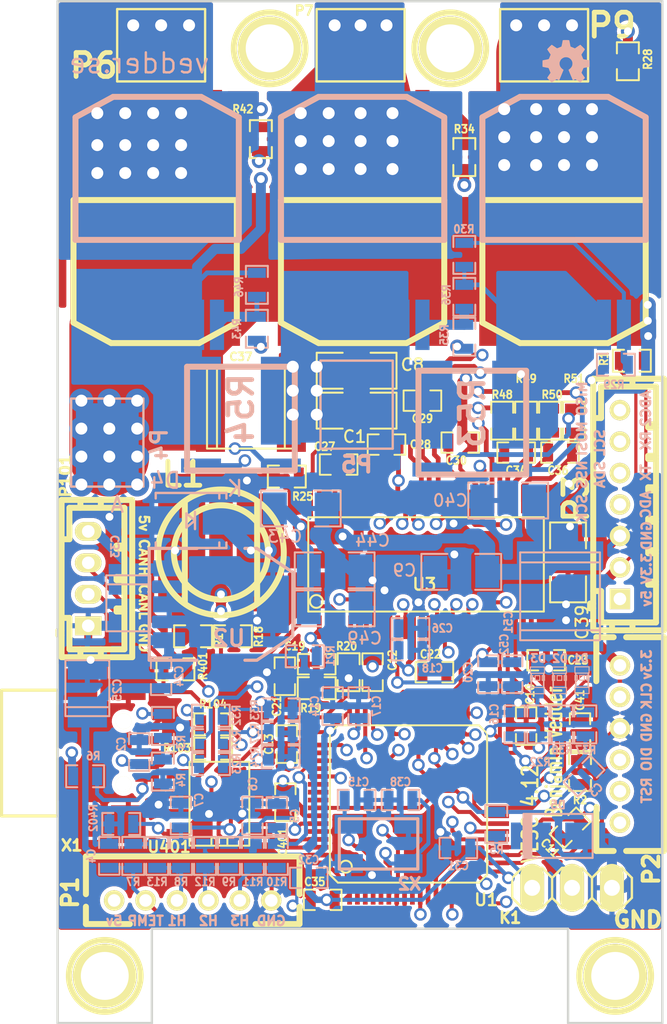
<source format=kicad_pcb>
(kicad_pcb (version 20221018) (generator pcbnew)
  (title_block (title "BLDC Driver 4.6") (date "30 Aug 2014") (rev "A") (company "Benjamin Vedder"))
  (layers (0 "F.Cu" signal) (1 "In1.Cu" signal "GND") (2 "In2.Cu" signal "GND2") (31 "B.Cu" signal) (34 "B.Paste" user) (35 "F.Paste" user) (36 "B.SilkS" user "B.Silkscreen") (37 "F.SilkS" user "F.Silkscreen") (38 "B.Mask" user) (39 "F.Mask" user) (44 "Edge.Cuts" user))
  (net 0 "")
  (net 1 "+5V")
  (net 2 "GND")
  (net 3 "NRST")
  (net 4 "Net-(C15-Pad1)")
  (net 5 "Net-(C16-Pad1)")
  (net 6 "Net-(C17-Pad1)")
  (net 7 "Net-(C18-Pad1)")
  (net 8 "Net-(C19-Pad2)")
  (net 9 "Net-(C20-Pad2)")
  (net 10 "Net-(C21-Pad2)")
  (net 11 "Net-(C22-Pad1)")
  (net 12 "Net-(C22-Pad2)")
  (net 13 "Net-(C23-Pad2)")
  (net 14 "Net-(C27-Pad1)")
  (net 15 "Net-(C27-Pad2)")
  (net 16 "Net-(C28-Pad2)")
  (net 17 "Net-(C29-Pad2)")
  (net 18 "Net-(C30-Pad2)")
  (net 19 "Net-(C34-Pad1)")
  (net 20 "Net-(C34-Pad2)")
  (net 21 "Net-(C36-Pad1)")
  (net 22 "Net-(C36-Pad2)")
  (net 23 "Net-(C38-Pad1)")
  (net 24 "Net-(D1-Pad1)")
  (net 25 "Net-(D2-Pad1)")
  (net 26 "Net-(K1-Pad1)")
  (net 27 "Net-(Q1-PadG)")
  (net 28 "Net-(Q2-PadG)")
  (net 29 "Net-(Q3-PadG)")
  (net 30 "Net-(Q4-PadG)")
  (net 31 "Net-(Q5-PadG)")
  (net 32 "Net-(Q6-PadG)")
  (net 33 "Net-(R17-Pad2)")
  (net 34 "Net-(R20-Pad1)")
  (net 35 "Net-(R21-Pad2)")
  (net 36 "Net-(R25-Pad2)")
  (net 37 "Net-(R6-Pad1)")
  (net 38 "SWCLK")
  (net 39 "SWDIO")
  (net 40 "VCC")
  (net 41 "V_SUPPLY")
  (net 42 "/MCU/AN_IN")
  (net 43 "/MCU/SERVO")
  (net 44 "/Mosfet driver/H1_VS")
  (net 45 "/Mosfet driver/H2_VS")
  (net 46 "/Mosfet driver/H3_VS")
  (net 47 "/Mosfet driver/H1_LOW")
  (net 48 "/Mosfet driver/H3_LOW")
  (net 49 "/MCU/SENS1")
  (net 50 "/MCU/SENS2")
  (net 51 "/Mosfet driver/M_H1")
  (net 52 "/Mosfet driver/M_L1")
  (net 53 "/MCU/SENS3")
  (net 54 "/Mosfet driver/M_H2")
  (net 55 "/Mosfet driver/M_L2")
  (net 56 "/Mosfet driver/M_H3")
  (net 57 "/Mosfet driver/M_L3")
  (net 58 "/Mosfet driver/SH1_A")
  (net 59 "/Mosfet driver/SH1_B")
  (net 60 "/Mosfet driver/SH2_A")
  (net 61 "/Mosfet driver/SH2_B")
  (net 62 "/MCU/BR_SO2")
  (net 63 "/MCU/BR_SO1")
  (net 64 "/MCU/DC_CAL")
  (net 65 "/MCU/L3")
  (net 66 "/MCU/L2")
  (net 67 "/MCU/L1")
  (net 68 "/MCU/EN_GATE")
  (net 69 "/MCU/FAULT")
  (net 70 "/MCU/H3")
  (net 71 "/MCU/H2")
  (net 72 "/MCU/H1")
  (net 73 "/MCU/USB_DM")
  (net 74 "/MCU/USB_DP")
  (net 75 "/Filters/TEMP_IN")
  (net 76 "/Filters/HALL3_OUT")
  (net 77 "/Filters/HALL2_OUT")
  (net 78 "/Filters/HALL1_OUT")
  (net 79 "Net-(D3-Pad1)")
  (net 80 "/Filters/HALL1_IN")
  (net 81 "/Filters/HALL2_IN")
  (net 82 "/Filters/HALL3_IN")
  (net 83 "/CAN bus transceiver/CANL")
  (net 84 "/CAN bus transceiver/CANH")
  (net 85 "/MCU/LED_GREEN")
  (net 86 "/MCU/LED_RED")
  (net 87 "Net-(R103-Pad2)")
  (net 88 "Net-(R104-Pad2)")
  (net 89 "Net-(R402-Pad1)")
  (net 90 "/CAN bus transceiver/CAN_RX")
  (net 91 "/CAN bus transceiver/CAN_TX")
  (net 92 "/MCU/ADC_TEMP")
  (net 93 "/MCU/SCK_ADC_EXT")
  (net 94 "/MCU/RX_SCL_MOSI")
  (net 95 "/MCU/MISO_ADC_EXT2")
  (net 96 "Net-(P2-Pad6)")
  (net 97 "/MCU/TX_SDA_NSS")
  (net 98 "Net-(U1-Pad4)")
  (net 99 "Net-(U1-Pad2)")
  (net 100 "Net-(U1-Pad3)")
  (net 101 "Net-(U1-Pad39)")
  (net 102 "Net-(U1-Pad40)")
  (net 103 "Net-(U1-Pad50)")
  (net 104 "Net-(U1-Pad54)")
  (net 105 "Net-(U1-Pad55)")
  (net 106 "Net-(U1-Pad56)")
  (net 107 "Net-(U1-Pad9)")
  (net 108 "Net-(U1-Pad11)")
  (net 109 "Net-(U1-Pad28)")
  (net 110 "Net-(U3-Pad4)")
  (net 111 "Net-(U3-Pad5)")
  (net 112 "Net-(U3-Pad55)")
  (net 113 "Net-(U3-Pad56)")
  (net 114 "Net-(U401-Pad5)")
  (net 115 "Net-(X1-Pad4)")
  (footprint "1pin" (layer "F.Cu") (at 92 83)
    (fp_text reference "1PIN" hide)
    (fp_text value "P***" hide)
  )
  (footprint "1pin" (layer "F.Cu") (at 103.5 83)
    (fp_text reference "1PIN" hide)
    (fp_text value "P***" hide)
  )
  (footprint "w_smd_cap:c_2220" (layer "F.Cu") (at 90.805 105.918)
    (fp_text reference "C37")
    (fp_text value "15u,100V" hide)
  )
  (footprint "CRF1:pinhead-1X03" (layer "F.Cu") (at 111.252 136.398)
    (fp_text reference "K1")
    (fp_text value "SERVO" hide)
  )
  (footprint "CRF1:MICRO_JST_6" (layer "F.Cu") (at 87.1 137.2)
    (fp_text reference "P1")
    (fp_text value "HALL/Encoder" hide)
  )
  (footprint "CRF1:MICRO_JST_6" (layer "F.Cu") (at 114.3 127.254 -90)
    (fp_text reference "P2")
    (fp_text value "SWD" hide)
  )
  (footprint "CRF1:1PAD_4x5mm" (layer "F.Cu") (at 85.09 82.804 90)
    (fp_text reference "P6")
    (fp_text value "MOTOR1" hide)
  )
  (footprint "CRF1:1PAD_4x5mm" (layer "F.Cu") (at 109.474 82.804 90)
    (fp_text reference "P9")
    (fp_text value "MOTOR3" hide)
  )
  (footprint "CRF1:D2PAK-7-GDS" (layer "F.Cu") (at 110.744 91.948 180)
    (fp_text reference "Q1" hide)
    (fp_text value "IRFS7530" hide)
  )
  (footprint "CRF1:D2PAK-7-GDS" (layer "F.Cu") (at 97.917 91.948 180)
    (fp_text reference "Q3" hide)
    (fp_text value "IRFS7530" hide)
  )
  (footprint "CRF1:D2PAK-7-GDS" (layer "F.Cu") (at 84.709 91.948 180)
    (fp_text reference "Q5" hide)
    (fp_text value "IRFS7530" hide)
  )
  (footprint "CRF1:lqfp64_pad_mod" (layer "F.Cu") (at 100.838 131.064)
    (fp_text reference "U1")
    (fp_text value "STM32F40X_LQFP64" hide)
  )
  (footprint "CRF1:TSSOP-56-PP" (layer "F.Cu") (at 101.854 115.824)
    (fp_text reference "U3")
    (fp_text value "DRV8302" hide)
  )
  (footprint "JST conn:b4b-ph-kl" (layer "F.Cu") (at 80.45 116.726 90)
    (fp_text reference "P101")
    (fp_text value "CANBUS" hide)
  )
  (footprint "CRF1:1PAD_4x5mm" (layer "F.Cu") (at 97.79 82.804 90)
    (fp_text reference "P7")
    (fp_text value "MOTOR2" hide)
  )
  (footprint "Connect:1pin" (layer "F.Cu") (at 114 142)
    (fp_text reference "1PIN" hide)
    (fp_text value "P***" hide)
  )
  (footprint "Connect:1pin" (layer "F.Cu") (at 81.5 142)
    (fp_text reference "1PIN" hide)
    (fp_text value "P***" hide)
  )
  (footprint "CRF1:SMD-1206" (layer "F.Cu") (at 97.536 106.045)
    (fp_text reference "C1")
    (fp_text value "10u,50V" hide)
  )
  (footprint "CRF1:SMD-1206" (layer "F.Cu") (at 97.536 103.505)
    (fp_text reference "C8")
    (fp_text value "10u,50V" hide)
  )
  (footprint "CRF1:SMD-0603_c" (layer "F.Cu") (at 108.331 126.111 -90)
    (fp_text reference "C10")
    (fp_text value "2.2u" hide)
  )
  (footprint "CRF1:SMD-0603_c" (layer "F.Cu") (at 111.125 132.588 45)
    (fp_text reference "C11")
    (fp_text value "2.2u" hide)
  )
  (footprint "CRF1:SMD-0603_c" (layer "F.Cu") (at 98.552 122.682 90)
    (fp_text reference "C12")
    (fp_text value "2.2u" hide)
  )
  (footprint "CRF1:SMD-0603_c" (layer "F.Cu") (at 93.091 127.254 90)
    (fp_text reference "C13")
    (fp_text value "2.2u" hide)
  )
  (footprint "CRF1:SMD-0603_c" (layer "F.Cu") (at 94.996 122.174)
    (fp_text reference "C19")
    (fp_text value "120p" hide)
  )
  (footprint "CRF1:SMD-0603_c" (layer "F.Cu") (at 92.964 122.936 -90)
    (fp_text reference "C21")
    (fp_text value "6.8n" hide)
  )
  (footprint "CRF1:SMD-0603_c" (layer "F.Cu") (at 102.489 122.682)
    (fp_text reference "C22")
    (fp_text value "22n" hide)
  )
  (footprint "CRF1:SMD-0603_c" (layer "F.Cu") (at 109.601 121.92 180)
    (fp_text reference "C23")
    (fp_text value "2.2u" hide)
  )
  (footprint "CRF1:SMD-0603_c" (layer "F.Cu") (at 96.393 109.474 180)
    (fp_text reference "C27")
    (fp_text value "100n" hide)
  )
  (footprint "CRF1:SMD-0603_c" (layer "F.Cu") (at 99.441 108.204 180)
    (fp_text reference "C28")
    (fp_text value "220n" hide)
  )
  (footprint "CRF1:SMD-0603_c" (layer "F.Cu") (at 101.727 105.41 180)
    (fp_text reference "C29")
    (fp_text value "220n" hide)
  )
  (footprint "CRF1:SMD-0603_c" (layer "F.Cu") (at 104.14 108.077 180)
    (fp_text reference "C30")
    (fp_text value "220n" hide)
  )
  (footprint "CRF1:SMD-0603_c" (layer "F.Cu") (at 107.696 108.712)
    (fp_text reference "C34")
    (fp_text value "2.2n" hide)
  )
  (footprint "CRF1:SMD-0603_c" (layer "F.Cu") (at 95.377 137.16)
    (fp_text reference "C35")
    (fp_text value "2.2u" hide)
  )
  (footprint "CRF1:SMD-0603_c" (layer "F.Cu") (at 110.49 108.712)
    (fp_text reference "C36")
    (fp_text value "2.2n" hide)
  )
  (footprint "CRF1:SMD-1206" (layer "F.Cu") (at 110.998 115.697 90)
    (fp_text reference "C39")
    (fp_text value "10u,50V" hide)
  )
  (footprint "CRF1:SMD-0603_c" (layer "F.Cu") (at 111.76 126.492 -90)
    (fp_text reference "C41")
    (fp_text value "2.2u" hide)
  )
  (footprint "CRF1:SMD-0603_c" (layer "F.Cu") (at 93 130.95 -90)
    (fp_text reference "C401")
    (fp_text value "2.2u" hide)
  )
  (footprint "CRF1:SMD-0603_r" (layer "F.Cu") (at 115.062 102.87)
    (fp_text reference "R1")
    (fp_text value "NTC 10k" hide)
  )
  (footprint "CRF1:SMD-0603_r" (layer "F.Cu") (at 111.76 129.032 90)
    (fp_text reference "R2")
    (fp_text value "10k" hide)
  )
  (footprint "CRF1:SMD-0603_r" (layer "F.Cu") (at 87.122 120.396)
    (fp_text reference "R17")
    (fp_text value "18k" hide)
  )
  (footprint "CRF1:SMD-0603_r" (layer "F.Cu") (at 89.662 120.396)
    (fp_text reference "R18")
    (fp_text value "3k3" hide)
  )
  (footprint "CRF1:SMD-0603_r" (layer "F.Cu") (at 94.996 123.698)
    (fp_text reference "R19")
    (fp_text value "15k" hide)
  )
  (footprint "CRF1:SMD-0603_r" (layer "F.Cu") (at 97.028 122.682 -90)
    (fp_text reference "R20")
    (fp_text value "10k" hide)
  )
  (footprint "CRF1:SMD-0603_r" (layer "F.Cu") (at 93.091 110.236)
    (fp_text reference "R25")
    (fp_text value "1M" hide)
  )
  (footprint "CRF1:SMD-0603_r" (layer "F.Cu") (at 114.808 83.82 90)
    (fp_text reference "R28")
    (fp_text value "4R7" hide)
  )
  (footprint "CRF1:SMD-0603_r" (layer "F.Cu") (at 104.394 89.916 -90)
    (fp_text reference "R34")
    (fp_text value "4R7" hide)
  )
  (footprint "CRF1:SMD-0603_r" (layer "F.Cu") (at 91.44 88.773 -90)
    (fp_text reference "R42")
    (fp_text value "4R7" hide)
  )
  (footprint "CRF1:SMD-0603_r" (layer "F.Cu") (at 106.807 106.68 -90)
    (fp_text reference "R48")
    (fp_text value "100R" hide)
  )
  (footprint "CRF1:SMD-0603_r" (layer "F.Cu") (at 108.331 106.68 -90)
    (fp_text reference "R49")
    (fp_text value "100R" hide)
  )
  (footprint "CRF1:SMD-0603_r" (layer "F.Cu") (at 109.855 106.68 -90)
    (fp_text reference "R50")
    (fp_text value "100R" hide)
  )
  (footprint "CRF1:SMD-0603_r" (layer "F.Cu") (at 111.379 106.68 -90)
    (fp_text reference "R51")
    (fp_text value "100R" hide)
  )
  (footprint "CRF1:SMD-0603_r" (layer "F.Cu") (at 88.4 127.55 180)
    (fp_text reference "R103")
    (fp_text value "22R" hide)
  )
  (footprint "CRF1:SMD-0603_r" (layer "F.Cu") (at 88.4 126 180)
    (fp_text reference "R104")
    (fp_text value "22R" hide)
  )
  (footprint "CRF1:SMD-0603_r" (layer "F.Cu") (at 86 122.5 180)
    (fp_text reference "R401")
    (fp_text value "NI" hide)
  )
  (footprint "CRF1:SOIC-8-W" (layer "F.Cu") (at 88.8 131.05 90)
    (fp_text reference "U401")
    (fp_text value "SN65HVD232" hide)
  )
  (footprint "CRF1:USB-UX60R-MB-5ST" (layer "F.Cu") (at 82.7 127.8 -90)
    (fp_text reference "X1")
    (fp_text value "MINI-USB-SHIELD-32005-201" hide)
  )
  (footprint "CRF1:b7b-ph-kl" (layer "F.Cu") (at 114.3 112.014 90)
    (fp_text reference "P3")
    (fp_text value "PWR_COMM" hide)
  )
  (footprint "w_smd_inductors:inductor_smd_8x5mm" (layer "F.Cu") (at 88.9 115.062 180)
    (fp_text reference "L1")
    (fp_text value "22u" hide)
  )
  (footprint "oshw_silkscreen-back_3mm" (layer "B.Cu") (at 110.871 83.82)
    (fp_text reference "G***" hide)
    (fp_text value "oshw_silkscreen-back_3mm" hide)
  )
  (footprint "w_smd_cap:c_tant_B" (layer "B.Cu") (at 80.391 123.698 -90)
    (fp_text reference "C25")
    (fp_text value "100u" hide)
  )
  (footprint "w_smd_cap:c_tant_B" (layer "B.Cu") (at 83 118.3 90)
    (fp_text reference "C33")
    (fp_text value "100u" hide)
  )
  (footprint "w_smd_cap:c_2220" (layer "B.Cu") (at 110.49 117.856 -90)
    (fp_text reference "C51")
    (fp_text value "15u, 100v" hide)
  )
  (footprint "LEDs:LED-0603" (layer "B.Cu") (at 111.887 123.19 90)
    (fp_text reference "D1")
    (fp_text value "GREEN" hide)
  )
  (footprint "LEDs:LED-0603" (layer "B.Cu") (at 110.45 123.2 90)
    (fp_text reference "D2")
    (fp_text value "RED" hide)
  )
  (footprint "LEDs:LED-0603" (layer "B.Cu") (at 109.05 123.2 90)
    (fp_text reference "D3")
    (fp_text value "LED" hide)
  )
  (footprint "CRF1:1PAD_4x5mm" (layer "B.Cu") (at 81.661 108.077)
    (fp_text reference "P4")
    (fp_text value "IN+" hide)
  )
  (footprint "CRF1:1PAD_4x5mm" (layer "B.Cu") (at 97.536 105.664)
    (fp_text reference "P5")
    (fp_text value "IN-" hide)
  )
  (footprint "CRF1:WSLP2726" (layer "B.Cu") (at 104.902 108.712)
    (fp_text reference "R53")
    (fp_text value "SHUNT" hide)
  )
  (footprint "CRF1:Crystal_5x3mm" (layer "B.Cu") (at 98.933 133.604)
    (fp_text reference "X2")
    (fp_text value "8MHz 10ppm" hide)
  )
  (footprint "CRF1:WSLP2726" (layer "B.Cu") (at 90.17 108.458)
    (fp_text reference "R54")
    (fp_text value "SHUNT" hide)
  )
  (footprint "w_smd_diode:do214ac" (layer "B.Cu") (at 110.363 133.096 180)
    (fp_text reference "D5")
    (fp_text value "TVS 5V" hide)
  )
  (footprint "CRF1:D2PAK-7-GDS" (layer "B.Cu") (at 84.836 95.885 180)
    (fp_text reference "Q6" hide)
    (fp_text value "IRFS7530" hide)
  )
  (footprint "CRF1:D2PAK-7-GDS" (layer "B.Cu") (at 110.744 95.885 180)
    (fp_text reference "Q2" hide)
    (fp_text value "IRFS7530" hide)
  )
  (footprint "CRF1:D2PAK-7-GDS" (layer "B.Cu") (at 97.917 95.885 180)
    (fp_text reference "Q4" hide)
    (fp_text value "IRFS7530" hide)
  )
  (footprint "CRF1:SMD-0603_c" (layer "B.Cu") (at 83.693 127.762 -90)
    (fp_text reference "C2")
    (fp_text value "100n" hide)
  )
  (footprint "CRF1:SMD-0603_c" (layer "B.Cu") (at 112.014 129.286 -135)
    (fp_text reference "C3")
    (fp_text value "100n" hide)
  )
  (footprint "CRF1:SMD-0603_c" (layer "B.Cu") (at 81.788 134.366 -90)
    (fp_text reference "C4")
    (fp_text value "4n7" hide)
  )
  (footprint "CRF1:SMD-0603_c" (layer "B.Cu") (at 92.456 131.826 90)
    (fp_text reference "C5")
    (fp_text value "4n7" hide)
  )
  (footprint "CRF1:SMD-0603_c" (layer "B.Cu") (at 90.9 131.8 90)
    (fp_text reference "C6")
    (fp_text value "4n7" hide)
  )
  (footprint "CRF1:SMD-0603_c" (layer "B.Cu") (at 86.35 131.8 90)
    (fp_text reference "C7")
    (fp_text value "4n7" hide)
  )
  (footprint "CRF1:SMD-1206" (layer "B.Cu") (at 104.2 116.3)
    (fp_text reference "C9")
    (fp_text value "10u,50V" hide)
  )
  (footprint "CRF1:SMD-0603_c" (layer "B.Cu") (at 96.012 124.841 -90)
    (fp_text reference "C14")
    (fp_text value "2.2u" hide)
  )
  (footprint "CRF1:SMD-0603_c" (layer "B.Cu") (at 97.536 130.81)
    (fp_text reference "C15")
    (fp_text value "15p" hide)
  )
  (footprint "CRF1:SMD-0603_c" (layer "B.Cu") (at 107.6 126 90)
    (fp_text reference "C16")
    (fp_text value "2.2u" hide)
  )
  (footprint "CRF1:SMD-0603_c" (layer "B.Cu") (at 97.663 124.841 90)
    (fp_text reference "C17")
    (fp_text value "2.2u" hide)
  )
  (footprint "CRF1:SMD-0603_c" (layer "B.Cu") (at 100.965 121.285)
    (fp_text reference "C18")
    (fp_text value "2.2u" hide)
  )
  (footprint "CRF1:SMD-0603_c" (layer "B.Cu") (at 105.918 122.809 90)
    (fp_text reference "C20")
    (fp_text value "2.2u" hide)
  )
  (footprint "CRF1:SMD-0603_c" (layer "B.Cu") (at 85.09 122.936 90)
    (fp_text reference "C24")
    (fp_text value "2.2u" hide)
  )
  (footprint "CRF1:SMD-0603_c" (layer "B.Cu") (at 104.013 133.858)
    (fp_text reference "C31")
    (fp_text value "2.2u" hide)
  )
  (footprint "CRF1:SMD-0603_c" (layer "B.Cu") (at 94.488 135.763 180)
    (fp_text reference "C32")
    (fp_text value "100n" hide)
  )
  (footprint "CRF1:SMD-0603_c" (layer "B.Cu") (at 100.33 130.81 180)
    (fp_text reference "C38")
    (fp_text value "15p" hide)
  )
  (footprint "CRF1:SMD-1206" (layer "B.Cu") (at 107.188 111.76)
    (fp_text reference "C40")
    (fp_text value "10u,50V" hide)
  )
  (footprint "CRF1:SMD-1206" (layer "B.Cu") (at 93.98 112.268)
    (fp_text reference "C43")
    (fp_text value "10u,50V" hide)
  )
  (footprint "CRF1:SMD-1206" (layer "B.Cu") (at 96.139 116.205)
    (fp_text reference "C44")
    (fp_text value "10u,50V" hide)
  )
  (footprint "CRF1:SMD-1206" (layer "B.Cu") (at 96.139 118.618)
    (fp_text reference "C49")
    (fp_text value "10u,50V" hide)
  )
  (footprint "CRF1:SMD-0603_c" (layer "B.Cu") (at 107.442 122.809 90)
    (fp_text reference "C52")
    (fp_text value "2.2u" hide)
  )
  (footprint "CRF1:SMD-0603_r" (layer "B.Cu") (at 85.2 126.1 -90)
    (fp_text reference "R3")
    (fp_text value "39k" hide)
  )
  (footprint "CRF1:SMD-0603_r" (layer "B.Cu") (at 85.2 129 90)
    (fp_text reference "R4")
    (fp_text value "2k2" hide)
  )
  (footprint "CRF1:SMD-0603_r" (layer "B.Cu") (at 106.426 132.334 -90)
    (fp_text reference "R5")
    (fp_text value "2k2" hide)
  )
  (footprint "CRF1:SMD-0603_r" (layer "B.Cu") (at 80.25 129.3 180)
    (fp_text reference "R6")
    (fp_text value "0R" hide)
  )
  (footprint "CRF1:SMD-0603_r" (layer "B.Cu") (at 83.312 134.366 90)
    (fp_text reference "R7")
    (fp_text value "10k" hide)
  )
  (footprint "CRF1:SMD-0603_r" (layer "B.Cu") (at 86.36 134.366 90)
    (fp_text reference "R8")
    (fp_text value "10k" hide)
  )
  (footprint "CRF1:SMD-0603_r" (layer "B.Cu") (at 89.408 134.366 90)
    (fp_text reference "R9")
    (fp_text value "10k" hide)
  )
  (footprint "CRF1:SMD-0603_r" (layer "B.Cu") (at 92.456 134.366 90)
    (fp_text reference "R10")
    (fp_text value "10k" hide)
  )
  (footprint "CRF1:SMD-0603_r" (layer "B.Cu") (at 90.932 134.366 90)
    (fp_text reference "R11")
    (fp_text value "2k2" hide)
  )
  (footprint "CRF1:SMD-0603_r" (layer "B.Cu") (at 87.884 134.366 90)
    (fp_text reference "R12")
    (fp_text value "2k2" hide)
  )
  (footprint "CRF1:SMD-0603_r" (layer "B.Cu") (at 84.836 134.366 90)
    (fp_text reference "R13")
    (fp_text value "2k2" hide)
  )
  (footprint "CRF1:SMD-0603_r" (layer "B.Cu") (at 94.234 121.666)
    (fp_text reference "R21")
    (fp_text value "220k" hide)
  )
  (footprint "CRF1:SMD-0603_r" (layer "B.Cu") (at 109.1 126 -90)
    (fp_text reference "R22")
    (fp_text value "2k2" hide)
  )
  (footprint "CRF1:SMD-0603_r" (layer "B.Cu") (at 88.265 128.524)
    (fp_text reference "R23")
    (fp_text value "39k" hide)
  )
  (footprint "CRF1:SMD-0603_r" (layer "B.Cu") (at 92.7 128.05 180)
    (fp_text reference "R24")
    (fp_text value "2k2" hide)
  )
  (footprint "CRF1:SMD-0603_r" (layer "B.Cu") (at 88.265 127)
    (fp_text reference "R26")
    (fp_text value "39k" hide)
  )
  (footprint "CRF1:SMD-0603_r" (layer "B.Cu") (at 92.7 126.55 180)
    (fp_text reference "R27")
    (fp_text value "2k2" hide)
  )
  (footprint "CRF1:SMD-0603_r" (layer "B.Cu") (at 114.046 103.124 180)
    (fp_text reference "R29")
    (fp_text value "4R7" hide)
  )
  (footprint "CRF1:SMD-0603_r" (layer "B.Cu") (at 104.394 96.139 90)
    (fp_text reference "R30")
    (fp_text value "39k" hide)
  )
  (footprint "CRF1:SMD-0603_r" (layer "B.Cu") (at 88.25 125.45)
    (fp_text reference "R32")
    (fp_text value "39k" hide)
  )
  (footprint "CRF1:SMD-0603_r" (layer "B.Cu") (at 92.7 125.05 180)
    (fp_text reference "R33")
    (fp_text value "2k2" hide)
  )
  (footprint "CRF1:SMD-0603_r" (layer "B.Cu") (at 104.394 101.346 -90)
    (fp_text reference "R35")
    (fp_text value "4R7" hide)
  )
  (footprint "CRF1:SMD-0603_r" (layer "B.Cu") (at 104.394 98.806 -90)
    (fp_text reference "R36")
    (fp_text value "39k" hide)
  )
  (footprint "CRF1:SMD-0603_r" (layer "B.Cu") (at 112.1 126 -90)
    (fp_text reference "R37")
    (fp_text value "100R" hide)
  )
  (footprint "CRF1:SMD-0603_r" (layer "B.Cu") (at 110.6 126 -90)
    (fp_text reference "R38")
    (fp_text value "100R" hide)
  )
  (footprint "CRF1:SMD-0603_r" (layer "B.Cu") (at 91.186 100.838 -90)
    (fp_text reference "R43")
    (fp_text value "4R7" hide)
  )
  (footprint "CRF1:SMD-0603_r" (layer "B.Cu") (at 91.186 98.044 -90)
    (fp_text reference "R46")
    (fp_text value "39k" hide)
  )
  (footprint "CRF1:SMD-0603_r" (layer "B.Cu") (at 82.55 132.334 180)
    (fp_text reference "R402")
    (fp_text value "10k" hide)
  )
  (footprint "CRF1:SOT-223" (layer "B.Cu") (at 88.9 118.364 90)
    (fp_text reference "U2")
    (fp_text value "TC2117" hide)
  )
  (footprint "Diodes_SMD:SMA_Handsoldering" (layer "B.Cu") (at 86.995 113.03 180)
    (fp_text reference "D4")
    (fp_text value "DIODESCH")
  )
  (footprint "CRF1:SMD-0603_c" (layer "B.Cu") (at 100.965 119.888)
    (fp_text reference "C26")
    (fp_text value "2.2u" hide)
  )
  (gr_line (start 74.93 123.825) (end 78.486 123.825) (stroke (width 0.2)) (layer "F.SilkS"))
  (gr_line (start 78.486 131.826) (end 74.93 131.826) (stroke (width 0.2)) (layer "F.SilkS"))
  (gr_line (start 74.93 131.826) (end 74.93 123.825) (stroke (width 0.2)) (layer "F.SilkS"))
  (gr_line (start 117 80) (end 78.5 80) (stroke (width 0.15)) (layer "Edge.Cuts"))
  (gr_line (start 84.5 145) (end 78.5 145) (stroke (width 0.15)) (layer "Edge.Cuts"))
  (gr_line (start 111 145) (end 117 145) (stroke (width 0.15)) (layer "Edge.Cuts"))
  (gr_line (start 117 80) (end 117 145) (stroke (width 0.15)) (layer "Edge.Cuts"))
  (gr_line (start 84.5 139) (end 111 139) (stroke (width 0.15)) (layer "Edge.Cuts"))
  (gr_line (start 111 139) (end 111 145) (stroke (width 0.15)) (layer "Edge.Cuts"))
  (gr_line (start 78.5 145) (end 78.5 80) (stroke (width 0.15)) (layer "Edge.Cuts"))
  (gr_line (start 84.5 139) (end 84.5 145) (stroke (width 0.15)) (layer "Edge.Cuts"))
  (gr_text "MISO" (at 111.887 105.283 90) (layer "B.SilkS") (effects (font (size 0.6 0.6)) (justify mirror)))
  (gr_text "MOSI" (at 111.887 107.823 90) (layer "B.SilkS") (effects (font (size 0.6 0.6)) (justify mirror)))
  (gr_text "SCK" (at 111.887 112.268 90) (layer "B.SilkS") (effects (font (size 0.6 0.6)) (justify mirror)))
  (gr_text "NSS" (at 111.887 110.109 90) (layer "B.SilkS") (effects (font (size 0.6 0.6)) (justify mirror)))
  (gr_text "TEMP" (at 84.1 138.5) (layer "B.SilkS") (effects (font (size 0.6 0.6)) (justify mirror)))
  (gr_text "ADC" (at 115.951 112.014 90) (layer "B.SilkS") (effects (font (size 0.6 0.6)) (justify mirror)))
  (gr_text "5v" (at 116 118 90) (layer "B.SilkS") (effects (font (size 0.6 0.6)) (justify mirror)))
  (gr_text "SDA" (at 113.03 110.109 90) (layer "B.SilkS") (effects (font (size 0.6 0.6)) (justify mirror)))
  (gr_text "SCL" (at 113.03 108.077 90) (layer "B.SilkS") (effects (font (size 0.6 0.6)) (justify mirror)))
  (gr_text "H3" (at 90.1 138.5) (layer "B.SilkS") (effects (font (size 0.6 0.6)) (justify mirror)))
  (gr_text "GND" (at 92.1 138.5) (layer "B.SilkS") (effects (font (size 0.6 0.6)) (justify mirror)))
  (gr_text "5v" (at 82.1 138.5) (layer "B.SilkS") (effects (font (size 0.6 0.6)) (justify mirror)))
  (gr_text "vedder.se" (at 83.693 83.947) (layer "B.SilkS") (effects (font (size 1.27 1.27) (thickness 0.1524)) (justify mirror)))
  (gr_text "H2" (at 88.1 138.5) (layer "B.SilkS") (effects (font (size 0.6 0.6)) (justify mirror)))
  (gr_text "H1" (at 86.1 138.5) (layer "B.SilkS") (effects (font (size 0.6 0.6)) (justify mirror)))
  (gr_text "ADC2" (at 115.951 105.918 90) (layer "B.SilkS") (effects (font (size 0.6 0.6)) (justify mirror)))
  (gr_text "TX" (at 115.951 109.982 90) (layer "B.SilkS") (effects (font (size 0.6 0.6)) (justify mirror)))
  (gr_text "3.3V" (at 116 116.1 90) (layer "B.SilkS") (effects (font (size 0.6 0.6)) (justify mirror)))
  (gr_text "GND" (at 116 114 90) (layer "B.SilkS") (effects (font (size 0.6 0.6)) (justify mirror)))
  (gr_text "RST" (at 116 130.2 90) (layer "B.SilkS") (effects (font (size 0.6 0.6)) (justify mirror)))
  (gr_text "GND" (at 116 126.2 90) (layer "B.SilkS") (effects (font (size 0.6 0.6)) (justify mirror)))
  (gr_text "RX" (at 115.951 107.95 90) (layer "B.SilkS") (effects (font (size 0.6 0.6)) (justify mirror)))
  (gr_text "3.3v" (at 116 122.2 90) (layer "B.SilkS") (effects (font (size 0.6 0.6)) (justify mirror)))
  (gr_text "DIO" (at 116 128.2 90) (layer "B.SilkS") (effects (font (size 0.6 0.6)) (justify mirror)))
  (gr_text "CLK" (at 116 124.2 90) (layer "B.SilkS") (effects (font (size 0.6 0.6)) (justify mirror)))
  (gr_text "Benjamin Vedder" (at 110.109 127.762 90) (layer "F.SilkS") (effects (font (size 1 0.6604))))
  (gr_text "VESC 4.12" (at 108.585 131.699 90) (layer "F.SilkS") (effects (font (size 1 0.8))))
  (gr_text "GND" (at 115.45 138.426) (layer "F.SilkS") (effects (font (size 1 1) (thickness 0.25))))
  (gr_text "GND" (at 84 120.5 270) (layer "F.SilkS") (effects (font (size 0.6 0.6))))
  (gr_text "CANL" (at 84 118.2 270) (layer "F.SilkS") (effects (font (size 0.6 0.6))))
  (gr_text "CANH" (at 84 115.4 270) (layer "F.SilkS") (effects (font (size 0.6 0.6))))
  (gr_text "5v" (at 84 113.2 270) (layer "F.SilkS") (effects (font (size 0.6 0.6))))
  (segment (start 85.979 114.935) (end 86.106 115.062) (width 0.635) (layer "F.Cu") (net 1))
  (segment (start 86.106 115.062) (end 86.40064 115.062) (width 0.635) (layer "F.Cu") (net 1))
  (segment (start 88.9 118.8) (end 88.9 117.729) (width 0.635) (layer "F.Cu") (net 1))
  (segment (start 86.40064 115.062) (end 86.40064 116.40064) (width 1.27) (layer "F.Cu") (net 1))
  (segment (start 86.40064 115.22964) (end 88.9 117.729) (width 1.27) (layer "F.Cu") (net 1))
  (segment (start 86.40064 120.35536) (end 86.36 120.396) (width 1.27) (layer "F.Cu") (net 1))
  (segment (start 86.40064 115.062) (end 86.40064 115.22964) (width 1.27) (layer "F.Cu") (net 1))
  (segment (start 86.40064 115.062) (end 86.40064 120.35536) (width 1.27) (layer "F.Cu") (net 1))
  (via (at 79.4 127.8) (size 0.8) (drill 0.5) (layers "F.Cu" "B.Cu") (net 1))
  (via (at 88.9 118.8) (size 0.8) (drill 0.5) (layers "F.Cu" "B.Cu") (net 1))
  (via (at 85.979 114.935) (size 0.8) (drill 0.5) (layers "F.Cu" "B.Cu") (net 1))
  (via (at 88.9 117.729) (size 0.8) (drill 0.5) (layers "F.Cu" "B.Cu") (net 1))
  (segment (start 85.598 115.316) (end 85.979 114.935) (width 0.635) (layer "B.Cu") (net 1))
  (segment (start 79.45 129.262) (end 79.4 127.8) (width 0.508) (layer "B.Cu") (net 1))
  (segment (start 83.698 116.078) (end 83 116.776) (width 0.635) (layer "B.Cu") (net 1))
  (segment (start 80.92626 113.72626) (end 83 115.8) (width 0.635) (layer "B.Cu") (net 1))
  (segment (start 83 115.8) (end 83 116.776) (width 0.635) (layer "B.Cu") (net 1))
  (segment (start 108.63326 133.27126) (end 111.252 135.89) (width 0.635) (layer "B.Cu") (net 1))
  (segment (start 111.252 135.89) (end 111.252 136.398) (width 0.635) (layer "B.Cu") (net 1))
  (segment (start 79.488 129.3) (end 79.45 129.262) (width 0.508) (layer "B.Cu") (net 1))
  (segment (start 85.598 116.078) (end 85.598 115.316) (width 0.635) (layer "B.Cu") (net 1))
  (segment (start 85.598 116.078) (end 83.698 116.078) (width 0.635) (layer "B.Cu") (net 1))
  (segment (start 85.598 116.078) (end 82.922 116.078) (width 0.635) (layer "B.Cu") (net 1))
  (segment (start 85.598 116.078) (end 84.709 116.078) (width 0.635) (layer "B.Cu") (net 1))
  (segment (start 80.45 113.72626) (end 80.92626 113.72626) (width 0.635) (layer "B.Cu") (net 1))
  (segment (start 108.63326 133.096) (end 108.63326 133.27126) (width 0.635) (layer "B.Cu") (net 1))
  (segment (start 108.65612 118.16588) (end 109.474 117.348) (width 0.3048) (layer "F.Cu") (net 2))
  (segment (start 109.474 117.348) (end 110.998 117.348) (width 0.3048) (layer "F.Cu") (net 2))
  (segment (start 98.552 116.84) (end 99.568 115.824) (width 0.635) (layer "F.Cu") (net 2))
  (segment (start 99.568 115.824) (end 101.854 115.824) (width 0.635) (layer "F.Cu") (net 2))
  (segment (start 108.204 115.824) (end 109.728 117.348) (width 0.635) (layer "F.Cu") (net 2))
  (segment (start 109.728 117.348) (end 110.998 117.348) (width 0.635) (layer "F.Cu") (net 2))
  (segment (start 98.65614 118.64086) (end 98.933 118.364) (width 0.254) (layer "F.Cu") (net 2))
  (segment (start 98.933 118.364) (end 99.314 118.364) (width 0.254) (layer "F.Cu") (net 2))
  (segment (start 99.314 118.364) (end 99.6569 118.7069) (width 0.254) (layer "F.Cu") (net 2))
  (segment (start 99.6569 118.7069) (end 99.6569 119.8245) (width 0.254) (layer "F.Cu") (net 2))
  (segment (start 110.5535 121.72188) (end 108.65612 119.8245) (width 0.254) (layer "F.Cu") (net 2))
  (segment (start 98.933 123.444) (end 99.6569 122.7201) (width 0.254) (layer "F.Cu") (net 2))
  (segment (start 99.6569 122.7201) (end 99.6569 119.8245) (width 0.254) (layer "F.Cu") (net 2))
  (segment (start 98.552 116.84) (end 101.854 115.824) (width 0.254) (layer "F.Cu") (net 2))
  (segment (start 98.298 115.824) (end 97.536 116.586) (width 0.635) (layer "F.Cu") (net 2))
  (segment (start 95.885 116.586) (end 92.075 120.396) (width 0.635) (layer "F.Cu") (net 2))
  (segment (start 92.075 120.396) (end 90.424 120.396) (width 0.635) (layer "F.Cu") (net 2))
  (segment (start 97.028 123.063) (end 97.028 123.444) (width 0.254) (layer "F.Cu") (net 2))
  (segment (start 100.965 115.824) (end 99.314 117.475) (width 0.254) (layer "F.Cu") (net 2))
  (segment (start 101.473 115.824) (end 98.933 118.364) (width 0.254) (layer "F.Cu") (net 2))
  (segment (start 103.8098 134.3152) (end 102.58806 135.53694) (width 0.254) (layer "F.Cu") (net 2))
  (segment (start 102.58806 135.53694) (end 102.58806 136.81456) (width 0.254) (layer "F.Cu") (net 2))
  (segment (start 104.267 134.3152) (end 103.8098 134.3152) (width 0.254) (layer "F.Cu") (net 2))
  (segment (start 95.98406 132.81406) (end 96.139 132.969) (width 0.254) (layer "F.Cu") (net 2))
  (segment (start 96.139 132.969) (end 96.139 134.239) (width 0.254) (layer "F.Cu") (net 2))
  (segment (start 96.139 134.239) (end 96.0628 134.3152) (width 0.254) (layer "F.Cu") (net 2))
  (segment (start 96.0628 134.3152) (end 95.08744 134.3152) (width 0.254) (layer "F.Cu") (net 2))
  (segment (start 93.2688 134.3152) (end 92.12326 135.46074) (width 0.254) (layer "F.Cu") (net 2))
  (segment (start 114.18824 114.03076) (end 110.998 117.221) (width 0.635) (layer "F.Cu") (net 2))
  (segment (start 110.998 117.221) (end 110.998 117.348) (width 0.635) (layer "F.Cu") (net 2))
  (segment (start 110.871 119.38) (end 110.871 118.364) (width 1.016) (layer "F.Cu") (net 2))
  (segment (start 110.871 117.475) (end 110.998 117.348) (width 1.016) (layer "F.Cu") (net 2))
  (segment (start 91.6133 131.7633) (end 91.5 131.65) (width 0.254) (layer "F.Cu") (net 2))
  (segment (start 92.973 131.685) (end 93 131.712) (width 0.254) (layer "F.Cu") (net 2))
  (segment (start 93.091 128.323291) (end 93.321003 128.553294) (width 0.254) (layer "F.Cu") (net 2))
  (segment (start 80.6 122.775) (end 80.6 121.9) (width 1.27) (layer "F.Cu") (net 2))
  (segment (start 80.45 121.75) (end 80.6 121.9) (width 0.508) (layer "F.Cu") (net 2))
  (segment (start 82.8 123.45) (end 83 123.25) (width 0.508) (layer "F.Cu") (net 2))
  (segment (start 82.8 132.15) (end 83 132.35) (width 0.508) (layer "F.Cu") (net 2))
  (segment (start 79.925 130.514) (end 80.518 129.921) (width 0.3048) (layer "F.Cu") (net 2))
  (segment (start 80.518 129.921) (end 80.518 124.043) (width 0.3048) (layer "F.Cu") (net 2))
  (segment (start 80.518 124.043) (end 79.925 123.45) (width 0.3048) (layer "F.Cu") (net 2))
  (segment (start 88.138 133.223) (end 87.249 134.112) (width 0.3048) (layer "F.Cu") (net 2))
  (segment (start 87.249 134.112) (end 84.762 134.112) (width 0.3048) (layer "F.Cu") (net 2))
  (segment (start 84.762 134.112) (end 83 132.35) (width 0.3048) (layer "F.Cu") (net 2))
  (segment (start 84.493 126.2) (end 85.09 125.603) (width 0.3048) (layer "F.Cu") (net 2))
  (segment (start 85.09 125.603) (end 85.09 124.46) (width 0.3048) (layer "F.Cu") (net 2))
  (segment (start 85.09 124.46) (end 83.88 123.25) (width 0.3048) (layer "F.Cu") (net 2))
  (segment (start 83.88 123.25) (end 83 123.25) (width 0.3048) (layer "F.Cu") (net 2))
  (segment (start 97.241312 134.3152) (end 98.51263 135.586518) (width 0.254) (layer "F.Cu") (net 2))
  (segment (start 92.12326 135.68426) (end 92.71 136.271) (width 0.254) (layer "F.Cu") (net 2))
  (segment (start 92.71 136.271) (end 93.726 136.271) (width 0.254) (layer "F.Cu") (net 2))
  (segment (start 93.726 136.271) (end 94.615 137.16) (width 0.254) (layer "F.Cu") (net 2))
  (segment (start 92.12326 137.178) (end 92.10126 137.2) (width 0.254) (layer "F.Cu") (net 2))
  (segment (start 114.03076 126.25324) (end 113.03 127.254) (width 0.254) (layer "F.Cu") (net 2))
  (segment (start 113.03 127.254) (end 111.76 127.254) (width 0.254) (layer "F.Cu") (net 2))
  (segment (start 94.996 104.775) (end 95.758 105.029) (width 0.2032) (layer "F.Cu") (net 2))
  (segment (start 95.758 105.029) (end 95.758 104.902) (width 0.2032) (layer "F.Cu") (net 2))
  (segment (start 94.39656 104.902) (end 93.38056 105.283) (width 1.016) (layer "F.Cu") (net 2))
  (segment (start 93.38056 104.86644) (end 94.996 103.251) (width 1.016) (layer "F.Cu") (net 2))
  (segment (start 94.996 103.251) (end 95.758 104.902) (width 1.016) (layer "F.Cu") (net 2))
  (segment (start 95.631 106.172) (end 94.996 104.775) (width 1.27) (layer "F.Cu") (net 2))
  (segment (start 93.472 106.299) (end 93.38056 106.20756) (width 1.27) (layer "F.Cu") (net 2))
  (segment (start 93.38056 106.20756) (end 93.38056 105.918) (width 1.27) (layer "F.Cu") (net 2))
  (segment (start 94.996 106.299) (end 95.123 106.172) (width 1.27) (layer "F.Cu") (net 2))
  (segment (start 95.123 106.172) (end 95.631 106.172) (width 1.27) (layer "F.Cu") (net 2))
  (segment (start 95.631 106.172) (end 95.885 106.045) (width 1.27) (layer "F.Cu") (net 2))
  (segment (start 79.925 132.15) (end 79.925 131.675) (width 0.508) (layer "F.Cu") (net 2))
  (segment (start 101.854 115.824) (end 101.473 115.824) (width 0.254) (layer "F.Cu") (net 2))
  (segment (start 101.854 115.824) (end 108.204 115.824) (width 0.635) (layer "F.Cu") (net 2))
  (segment (start 79.925 123.45) (end 80.6 122.775) (width 1.27) (layer "F.Cu") (net 2))
  (segment (start 92.329 110.236) (end 91.6051 110.236) (width 0.4064) (layer "F.Cu") (net 2))
  (segment (start 114.3 126.25324) (end 114.03076 126.25324) (width 0.254) (layer "F.Cu") (net 2))
  (segment (start 88.138 131.699) (end 88.138 133.223) (width 0.3048) (layer "F.Cu") (net 2))
  (segment (start 93.839986 104.78768) (end 93.472 104.775) (width 1.27) (layer "F.Cu") (net 2))
  (segment (start 80.45 119.72828) (end 80.45 121.75) (width 0.508) (layer "F.Cu") (net 2))
  (segment (start 103.6574 113.169653) (end 103.709331 113.221584) (width 0.3048) (layer "F.Cu") (net 2))
  (segment (start 108.170506 124.617006) (end 107.817006 124.617006) (width 0.254) (layer "F.Cu") (net 2))
  (segment (start 95.758 104.902) (end 94.996 103.251) (width 0.2032) (layer "F.Cu") (net 2))
  (segment (start 93.091 128.016) (end 93.091 128.323291) (width 0.254) (layer "F.Cu") (net 2))
  (segment (start 104.267 134.3152) (end 104.267 134.239) (width 0.254) (layer "F.Cu") (net 2))
  (segment (start 110.037172 133.126815) (end 110.586185 133.126815) (width 0.254) (layer "F.Cu") (net 2))
  (segment (start 110.5535 121.92) (end 110.318353 121.92) (width 0.508) (layer "F.Cu") (net 2))
  (segment (start 92.964 122.174) (end 94.234 122.174) (width 0.254) (layer "F.Cu") (net 2))
  (segment (start 98.65614 119.8245) (end 98.65614 118.64086) (width 0.254) (layer "F.Cu") (net 2))
  (segment (start 79.925 132.15) (end 82.8 132.15) (width 0.508) (layer "F.Cu") (net 2))
  (segment (start 106.58856 134.3152) (end 107.8738 134.3152) (width 0.254) (layer "F.Cu") (net 2))
  (segment (start 79.925 132.15) (end 79.925 130.514) (width 0.3048) (layer "F.Cu") (net 2))
  (segment (start 95.758 104.902) (end 94.39656 104.902) (width 1.016) (layer "F.Cu") (net 2))
  (segment (start 90.268948 131.685) (end 90.255293 131.671345) (width 0.254) (layer "F.Cu") (net 2))
  (segment (start 79.925 123.45) (end 82.8 123.45) (width 0.508) (layer "F.Cu") (net 2))
  (segment (start 96.139 132.969) (end 97.155 131.953) (width 0.254) (layer "F.Cu") (net 2))
  (segment (start 96.0628 134.3152) (end 97.241312 134.3152) (width 0.254) (layer "F.Cu") (net 2))
  (segment (start 97.536 116.586) (end 95.885 116.586) (width 0.635) (layer "F.Cu") (net 2))
  (segment (start 97.155 131.953) (end 101.981 131.953) (width 0.254) (layer "F.Cu") (net 2))
  (segment (start 103.269999 133.241999) (end 102.87 132.842) (width 0.254) (layer "F.Cu") (net 2))
  (segment (start 91.467 131.685) (end 90.268948 131.685) (width 0.254) (layer "F.Cu") (net 2))
  (segment (start 110.871 117.475) (end 110.871 118.364) (width 1.016) (layer "F.Cu") (net 2))
  (segment (start 101.473 118.237) (end 101.473 116.205) (width 0.3048) (layer "F.Cu") (net 2))
  (segment (start 97.028 123.444) (end 98.552 123.444) (width 0.254) (layer "F.Cu") (net 2))
  (segment (start 106.58856 134.3152) (end 104.267 134.3152) (width 0.254) (layer "F.Cu") (net 2))
  (segment (start 90.424 120.396) (end 90.424 120.224) (width 0.508) (layer "F.Cu") (net 2))
  (segment (start 98.552 123.444) (end 98.933 123.444) (width 0.254) (layer "F.Cu") (net 2))
  (segment (start 91.467 131.685) (end 92.973 131.685) (width 0.254) (layer "F.Cu") (net 2))
  (segment (start 101.854 115.824) (end 98.298 115.824) (width 0.635) (layer "F.Cu") (net 2))
  (segment (start 114.3 126.25324) (end 114.3 126.492) (width 0.254) (layer "F.Cu") (net 2))
  (segment (start 108.331 124.7775) (end 108.170506 124.617006) (width 0.254) (layer "F.Cu") (net 2))
  (segment (start 95.885 106.045) (end 95.631 106.172) (width 1.27) (layer "F.Cu") (net 2))
  (segment (start 101.473 116.205) (end 101.854 115.824) (width 0.3048) (layer "F.Cu") (net 2))
  (segment (start 110.318353 121.92) (end 109.782385 122.455968) (width 0.508) (layer "F.Cu") (net 2))
  (segment (start 92.12326 135.46074) (end 92.12326 135.68426) (width 0.254) (layer "F.Cu") (net 2))
  (segment (start 84.1 126.2) (end 86.3 126.2) (width 0.254) (layer "F.Cu") (net 2))
  (segment (start 114.3 114.03076) (end 114.18824 114.03076) (width 0.635) (layer "F.Cu") (net 2))
  (segment (start 111.76 127.254) (end 111.76 128.27) (width 0.254) (layer "F.Cu") (net 2))
  (segment (start 110.5535 121.92) (end 110.5535 121.72188) (width 0.254) (layer "F.Cu") (net 2))
  (segment (start 90.424 120.396) (end 90.424 119.888) (width 0.635) (layer "F.Cu") (net 2))
  (segment (start 93.38056 105.283) (end 93.38056 104.86644) (width 1.016) (layer "F.Cu") (net 2))
  (segment (start 104.267 134.239) (end 103.269999 133.241999) (width 0.254) (layer "F.Cu") (net 2))
  (segment (start 95.885 103.505) (end 95.885 106.045) (width 1.27) (layer "F.Cu") (net 2))
  (segment (start 95.08744 134.3152) (end 93.2688 134.3152) (width 0.254) (layer "F.Cu") (net 2))
  (segment (start 102.470001 132.442001) (end 102.87 132.842) (width 0.254) (layer "F.Cu") (net 2))
  (segment (start 91.823218 122.489282) (end 91.823218 122.684218) (width 0.254) (layer "F.Cu") (net 2))
  (segment (start 109.062185 133.126815) (end 110.037172 133.126815) (width 0.254) (layer "F.Cu") (net 2))
  (segment (start 101.854 115.824) (end 100.965 115.824) (width 0.254) (layer "F.Cu") (net 2))
  (segment (start 92.964 122.174) (end 92.1385 122.174) (width 0.254) (layer "F.Cu") (net 2))
  (segment (start 91.6051 110.236) (end 91.351088 110.490012) (width 0.4064) (layer "F.Cu") (net 2))
  (segment (start 92.12326 135.68426) (end 92.12326 137.178) (width 0.254) (layer "F.Cu") (net 2))
  (segment (start 92.1385 122.174) (end 91.823218 122.489282) (width 0.254) (layer "F.Cu") (net 2))
  (segment (start 95.08744 132.81406) (end 95.98406 132.81406) (width 0.254) (layer "F.Cu") (net 2))
  (segment (start 108.65612 119.8245) (end 108.65612 118.16588) (width 0.3048) (layer "F.Cu") (net 2))
  (segment (start 84.1 126.2) (end 84.493 126.2) (width 0.3048) (layer "F.Cu") (net 2))
  (segment (start 103.6574 111.8235) (end 103.6574 113.169653) (width 0.3048) (layer "F.Cu") (net 2))
  (segment (start 108.331 125.349) (end 108.331 124.7775) (width 0.254) (layer "F.Cu") (net 2))
  (segment (start 107.8738 134.3152) (end 109.062185 133.126815) (width 0.254) (layer "F.Cu") (net 2))
  (segment (start 91.351088 110.490012) (end 90.551 110.490012) (width 0.4064) (layer "F.Cu") (net 2))
  (segment (start 101.981 131.953) (end 102.470001 132.442001) (width 0.254) (layer "F.Cu") (net 2))
  (via (at 109.782385 122.455968) (size 0.8) (drill 0.5) (layers "F.Cu" "B.Cu") (net 2))
  (via (at 110.871 118.364) (size 0.8) (drill 0.5) (layers "F.Cu" "B.Cu") (net 2))
  (via (at 97.028 123.063) (size 0.8) (drill 0.5) (layers "F.Cu" "B.Cu") (net 2))
  (via (at 90.255293 131.671345) (size 0.8) (drill 0.5) (layers "F.Cu" "B.Cu") (net 2))
  (via (at 98.552 116.84) (size 0.8) (drill 0.5) (layers "F.Cu" "B.Cu") (net 2))
  (via (at 93.472 106.299) (size 1.524) (drill 0.762) (layers "F.Cu" "B.Cu") (net 2))
  (via (at 93.472 104.775) (size 1.524) (drill 0.762) (layers "F.Cu" "B.Cu") (net 2))
  (via (at 91.823218 122.684218) (size 0.8) (drill 0.5) (layers "F.Cu" "B.Cu") (net 2))
  (via (at 93.321003 128.553294) (size 0.8) (drill 0.5) (layers "F.Cu" "B.Cu") (net 2))
  (via (at 94.996 103.251) (size 1.524) (drill 0.762) (layers "F.Cu" "B.Cu") (net 2))
  (via (at 99.314 117.475) (size 0.8) (drill 0.5) (layers "F.Cu" "B.Cu") (net 2))
  (via (at 94.996 104.775) (size 1.524) (drill 0.762) (layers "F.Cu" "B.Cu") (net 2))
  (via (at 101.473 118.237) (size 0.8) (drill 0.5) (layers "F.Cu" "B.Cu") (net 2))
  (via (at 88.138 131.699) (size 0.8) (drill 0.5) (layers "F.Cu" "B.Cu") (net 2))
  (via (at 84.928238 131.104499) (size 0.8) (drill 0.5) (layers "F.Cu" "B.Cu") (net 2))
  (via (at 98.51263 135.586518) (size 0.8) (drill 0.5) (layers "F.Cu" "B.Cu") (net 2))
  (via (at 107.817006 124.617006) (size 0.8) (drill 0.5) (layers "F.Cu" "B.Cu") (net 2))
  (via (at 81.8 112.8) (size 0.8) (drill 0.5) (layers "F.Cu" "B.Cu") (net 2))
  (via (at 86.3 126.2) (size 0.8) (drill 0.5) (layers "F.Cu" "B.Cu") (net 2))
  (via (at 103.709331 113.221584) (size 0.8) (drill 0.5) (layers "F.Cu" "B.Cu") (net 2))
  (via (at 80.6 121.9) (size 0.8) (drill 0.5) (layers "F.Cu" "B.Cu") (net 2))
  (via (at 102.87 132.842) (size 0.8) (drill 0.5) (layers "F.Cu" "B.Cu") (net 2))
  (via (at 90.551 110.490012) (size 0.889) (drill 0.5) (layers "F.Cu" "B.Cu") (net 2))
  (via (at 103.759 115.189) (size 0.8) (drill 0.5) (layers "F.Cu" "B.Cu") (net 2))
  (via (at 110.871 119.38) (size 0.8) (drill 0.5) (layers "F.Cu" "B.Cu") (net 2))
  (via (at 93.472 103.251) (size 1.524) (drill 0.762) (layers "F.Cu" "B.Cu") (net 2))
  (via (at 94.996 106.299) (size 1.524) (drill 0.762) (layers "F.Cu" "B.Cu") (net 2))
  (segment (start 97.028 104.013) (end 97.536 105.664) (width 5.08) (layer "B.Cu") (net 2))
  (segment (start 97.536 105.664) (end 101.6635 105.664) (width 5.08) (layer "B.Cu") (net 2))
  (segment (start 99.187 104.013) (end 97.536 105.664) (width 2.286) (layer "B.Cu") (net 2))
  (segment (start 97.917 116.205) (end 98.552 116.84) (width 0.635) (layer "B.Cu") (net 2))
  (segment (start 114.91976 114.03076) (end 115.697 114.808) (width 0.635) (layer "B.Cu") (net 2))
  (segment (start 115.697 124.85624) (end 114.3 126.25324) (width 0.635) (layer "B.Cu") (net 2))
  (segment (start 112.6617 122.4407) (end 113.03 122.809) (width 0.254) (layer "B.Cu") (net 2))
  (segment (start 113.03 122.809) (end 113.03 124.98324) (width 0.254) (layer "B.Cu") (net 2))
  (segment (start 113.03 124.98324) (end 114.3 126.25324) (width 0.254) (layer "B.Cu") (net 2))
  (segment (start 85.598 121.666) (end 85.09 122.174) (width 0.635) (layer "B.Cu") (net 2))
  (segment (start 97.663 123.698) (end 97.028 123.063) (width 0.254) (layer "B.Cu") (net 2))
  (segment (start 99.314 117.475) (end 97.79 117.475) (width 0.254) (layer "B.Cu") (net 2))
  (segment (start 97.79 117.475) (end 97.79 118.618) (width 0.635) (layer "B.Cu") (net 2))
  (segment (start 97.155 119.253) (end 97.79 118.618) (width 0.254) (layer "B.Cu") (net 2))
  (segment (start 95.377 100.58654) (end 95.37446 100.584) (width 0.254) (layer "B.Cu") (net 2))
  (segment (start 95.37446 100.584) (end 95.377 100.584) (width 0.254) (layer "B.Cu") (net 2))
  (segment (start 115.697 114.808) (end 115.697 124.85624) (width 0.635) (layer "B.Cu") (net 2))
  (segment (start 81.661 133.477) (end 81.788 133.604) (width 0.254) (layer "B.Cu") (net 2))
  (segment (start 103.251 134.747) (end 101.981 136.017) (width 0.254) (layer "B.Cu") (net 2))
  (segment (start 98.933 136.017) (end 98.298 135.382) (width 0.254) (layer "B.Cu") (net 2))
  (segment (start 98.298 135.382) (end 98.298 130.81) (width 0.254) (layer "B.Cu") (net 2))
  (segment (start 97.885 116.3) (end 97.79 116.205) (width 1.27) (layer "B.Cu") (net 2))
  (segment (start 98.3615 106.4895) (end 97.536 105.664) (width 1.016) (layer "B.Cu") (net 2))
  (segment (start 95.631 110.744) (end 95.631 112.268) (width 0.635) (layer "B.Cu") (net 2))
  (segment (start 112.268 112.141) (end 114.15776 114.03076) (width 1.016) (layer "B.Cu") (net 2))
  (segment (start 114.15776 114.03076) (end 114.3 114.03076) (width 1.016) (layer "B.Cu") (net 2))
  (segment (start 96.139 111.76) (end 95.631 112.268) (width 1.016) (layer "B.Cu") (net 2))
  (segment (start 110.871 119.38) (end 110.49 119.761) (width 1.016) (layer "B.Cu") (net 2))
  (segment (start 85.852 113.284) (end 84.49564 113.284) (width 0.635) (layer "B.Cu") (net 2))
  (segment (start 85.725 113.03) (end 84.49564 113.03) (width 0.635) (layer "B.Cu") (net 2))
  (segment (start 82.03 113.03) (end 81.8 112.8) (width 1.016) (layer "B.Cu") (net 2))
  (segment (start 85.598 120.65) (end 85.598 121.666) (width 0.635) (layer "B.Cu") (net 2))
  (segment (start 83.439 120.5) (end 83.439 119.126) (width 0.635) (layer "B.Cu") (net 2))
  (segment (start 80.6 121.9) (end 80.6 122.076) (width 1.27) (layer "B.Cu") (net 2))
  (segment (start 80.6 122.076) (end 80.55 122.126) (width 1.27) (layer "B.Cu") (net 2))
  (segment (start 83.826 120.65) (end 83 119.824) (width 0.635) (layer "B.Cu") (net 2))
  (segment (start 82.90428 119.72828) (end 83 119.824) (width 0.635) (layer "B.Cu") (net 2))
  (segment (start 85.2 129.888) (end 86.35 131.038) (width 0.254) (layer "B.Cu") (net 2))
  (segment (start 92.43 131.038) (end 92.456 131.064) (width 0.254) (layer "B.Cu") (net 2))
  (segment (start 110.44 122.4607) (end 110.45 122.4507) (width 0.3048) (layer "B.Cu") (net 2))
  (segment (start 107.9297 123.571) (end 109.05 122.4507) (width 0.3048) (layer "B.Cu") (net 2))
  (segment (start 103.124 111.76) (end 96.139 111.76) (width 1.016) (layer "B.Cu") (net 2))
  (segment (start 101.981 136.017) (end 98.933 136.017) (width 0.254) (layer "B.Cu") (net 2))
  (segment (start 100.31 130.81) (end 100.4 130.9) (width 0.254) (layer "B.Cu") (net 2))
  (segment (start 100.4 130.9) (end 100.4 131.9214) (width 0.254) (layer "B.Cu") (net 2))
  (segment (start 100.4 131.9214) (end 100.83292 132.35432) (width 0.254) (layer "B.Cu") (net 2))
  (segment (start 97.779792 134.85368) (end 98.51263 135.586518) (width 0.254) (layer "B.Cu") (net 2))
  (segment (start 95.25 135.636) (end 96.03232 134.85368) (width 0.254) (layer "B.Cu") (net 2))
  (segment (start 96.03232 134.85368) (end 97.03308 134.85368) (width 0.254) (layer "B.Cu") (net 2))
  (segment (start 112.552815 128.000425) (end 114.3 126.25324) (width 0.254) (layer "B.Cu") (net 2))
  (segment (start 115.697 135.255) (end 114.554 136.398) (width 0.635) (layer "B.Cu") (net 2))
  (segment (start 114.554 136.398) (end 113.792 136.398) (width 0.635) (layer "B.Cu") (net 2))
  (segment (start 112.522 133.096) (end 113.792 134.366) (width 0.635) (layer "B.Cu") (net 2))
  (segment (start 113.792 134.366) (end 113.792 136.398) (width 0.635) (layer "B.Cu") (net 2))
  (segment (start 81.788 131.699) (end 82.169 131.318) (width 0.254) (layer "B.Cu") (net 2))
  (segment (start 82.169 131.318) (end 84.714737 131.318) (width 0.254) (layer "B.Cu") (net 2))
  (segment (start 84.714737 131.318) (end 84.928238 131.104499) (width 0.254) (layer "B.Cu") (net 2))
  (segment (start 86.283501 131.104499) (end 86.35 131.038) (width 0.254) (layer "B.Cu") (net 2))
  (segment (start 84.994737 131.038) (end 84.928238 131.104499) (width 0.254) (layer "B.Cu") (net 2))
  (segment (start 96.647 101.473) (end 99.187 104.013) (width 1.016) (layer "B.Cu") (net 2))
  (segment (start 99.187 104.013) (end 97.536 105.664) (width 1.016) (layer "B.Cu") (net 2))
  (segment (start 100.457 103.759) (end 102.362 105.664) (width 0.889) (layer "B.Cu") (net 2))
  (segment (start 94.996 103.251) (end 95.123 103.28656) (width 0.2032) (layer "B.Cu") (net 2))
  (segment (start 95.123 103.28656) (end 95.123 102.87) (width 0.2032) (layer "B.Cu") (net 2))
  (segment (start 95.25 104.775) (end 94.996 104.775) (width 0.2032) (layer "B.Cu") (net 2))
  (segment (start 101.727 118.491) (end 101.473 118.237) (width 0.3048) (layer "B.Cu") (net 2))
  (segment (start 103.124 111.76) (end 103.709331 112.345331) (width 0.635) (layer "B.Cu") (net 2))
  (segment (start 93.490858 128.078858) (end 93.490858 128.383439) (width 0.254) (layer "B.Cu") (net 2))
  (segment (start 115.697 124.85624) (end 115.697 135.255) (width 0.635) (layer "B.Cu") (net 2))
  (segment (start 107.6 125.238) (end 107.761697 125.238) (width 0.635) (layer "B.Cu") (net 2))
  (segment (start 93.472 121.666) (end 93.462 125.05) (width 0.254) (layer "B.Cu") (net 2))
  (segment (start 102.362 105.664) (end 102.362 104.65308) (width 0.889) (layer "B.Cu") (net 2))
  (segment (start 99.187 100.58654) (end 99.187 104.013) (width 2.286) (layer "B.Cu") (net 2))
  (segment (start 112.268 111.633) (end 112.268 112.141) (width 1.016) (layer "B.Cu") (net 2))
  (segment (start 86.35 131.038) (end 87.477 131.038) (width 0.254) (layer "B.Cu") (net 2))
  (segment (start 103.709331 112.655899) (end 103.709331 113.221584) (width 0.635) (layer "B.Cu") (net 2))
  (segment (start 81.788 131.699) (end 81.788 132.334) (width 0.254) (layer "B.Cu") (net 2))
  (segment (start 93.490858 128.383439) (end 93.321003 128.553294) (width 0.254) (layer "B.Cu") (net 2))
  (segment (start 81.788 132.334) (end 81.788 133.604) (width 0.254) (layer "B.Cu") (net 2))
  (segment (start 96.012 124.079) (end 94.179 124.079) (width 0.2032) (layer "B.Cu") (net 2))
  (segment (start 90.9 131.038) (end 90.9 131.6095) (width 0.254) (layer "B.Cu") (net 2))
  (segment (start 107.442 124.242) (end 107.817006 124.617006) (width 0.3048) (layer "B.Cu") (net 2))
  (segment (start 95.123 102.87) (end 95.377 104.4067) (width 0.508) (layer "B.Cu") (net 2))
  (segment (start 103.251 133.858) (end 103.251 134.747) (width 0.254) (layer "B.Cu") (net 2))
  (segment (start 114.3 114.03076) (end 114.91976 114.03076) (width 0.635) (layer "B.Cu") (net 2))
  (segment (start 97.663 124.079) (end 98.044 124.079) (width 0.254) (layer "B.Cu") (net 2))
  (segment (start 110.871 118.364) (end 110.871 119.38) (width 1.016) (layer "B.Cu") (net 2))
  (segment (start 92.832127 104.607681) (end 93.472 103.251) (width 1.27) (layer "B.Cu") (net 2))
  (segment (start 95.25 135.763) (end 95.25 135.636) (width 0.254) (layer "B.Cu") (net 2))
  (segment (start 97.79 116.205) (end 97.917 116.205) (width 0.635) (layer "B.Cu") (net 2))
  (segment (start 83.601 126.838) (end 84.239 126.2) (width 0.254) (layer "B.Cu") (net 2))
  (segment (start 90.838155 131.671345) (end 90.255293 131.671345) (width 0.254) (layer "B.Cu") (net 2))
  (segment (start 97.155 116.205) (end 97.79 116.205) (width 0.635) (layer "B.Cu") (net 2))
  (segment (start 101.727 119.888) (end 101.727 118.491) (width 0.3048) (layer "B.Cu") (net 2))
  (segment (start 112.552815 128.747185) (end 112.552815 128.000425) (width 0.254) (layer "B.Cu") (net 2))
  (segment (start 105.537 111.76) (end 103.124 111.76) (width 1.016) (layer "B.Cu") (net 2))
  (segment (start 95.631 110.236) (end 97.536 108.331) (width 0.635) (layer "B.Cu") (net 2))
  (segment (start 96.647 100.58654) (end 96.647 101.473) (width 1.016) (layer "B.Cu") (net 2))
  (segment (start 95.377012 110.490012) (end 91.179617 110.490012) (width 0.3048) (layer "B.Cu") (net 2))
  (segment (start 97.536 108.331) (end 97.536 105.664) (width 0.635) (layer "B.Cu") (net 2))
  (segment (start 82.03 113.03) (end 84.49564 113.03) (width 1.016) (layer "B.Cu") (net 2))
  (segment (start 98.298 130.81) (end 99.568 130.81) (width 0.254) (layer "B.Cu") (net 2))
  (segment (start 103.251 133.858) (end 103.251 133.0325) (width 0.254) (layer "B.Cu") (net 2))
  (segment (start 93.462 128.05) (end 93.462 126.55) (width 0.254) (layer "B.Cu") (net 2))
  (segment (start 107.442 123.571) (end 107.9297 123.571) (width 0.3048) (layer "B.Cu") (net 2))
  (segment (start 102.549 116.3) (end 97.885 116.3) (width 1.27) (layer "B.Cu") (net 2))
  (segment (start 97.663 124.079) (end 97.663 123.698) (width 0.254) (layer "B.Cu") (net 2))
  (segment (start 90.9 131.038) (end 92.43 131.038) (width 0.254) (layer "B.Cu") (net 2))
  (segment (start 85.2 129.762) (end 85.2 129.888) (width 0.254) (layer "B.Cu") (net 2))
  (segment (start 107.761697 125.238) (end 107.817006 125.182691) (width 0.635) (layer "B.Cu") (net 2))
  (segment (start 84.239 126.2) (end 86.3 126.2) (width 0.254) (layer "B.Cu") (net 2))
  (segment (start 107.442 123.571) (end 105.918 123.571) (width 0.254) (layer "B.Cu") (net 2))
  (segment (start 103.709331 112.345331) (end 103.709331 112.655899) (width 0.635) (layer "B.Cu") (net 2))
  (segment (start 93.462 128.05) (end 93.490858 128.078858) (width 0.254) (layer "B.Cu") (net 2))
  (segment (start 95.631 112.268) (end 95.25 112.649) (width 0.635) (layer "B.Cu") (net 2))
  (segment (start 95.377 104.4067) (end 95.1357 104.648) (width 0.508) (layer "B.Cu") (net 2))
  (segment (start 94.179 124.079) (end 93.462 124.796) (width 0.2032) (layer "B.Cu") (net 2))
  (segment (start 109.782385 122.455968) (end 110.44 122.4607) (width 0.3048) (layer "B.Cu") (net 2))
  (segment (start 97.03308 134.85368) (end 97.779792 134.85368) (width 0.254) (layer "B.Cu") (net 2))
  (segment (start 103.0605 132.842) (end 102.87 132.842) (width 0.254) (layer "B.Cu") (net 2))
  (segment (start 95.25 114.3) (end 97.155 116.205) (width 0.635) (layer "B.Cu") (net 2))
  (segment (start 92.841436 121.666) (end 91.823218 122.684218) (width 0.254) (layer "B.Cu") (net 2))
  (segment (start 93.462 126.55) (end 93.462 125.05) (width 0.254) (layer "B.Cu") (net 2))
  (segment (start 93.472 121.666) (end 92.841436 121.666) (width 0.254) (layer "B.Cu") (net 2))
  (segment (start 99.568 130.81) (end 100.31 130.81) (width 0.254) (layer "B.Cu") (net 2))
  (segment (start 90.8105 131.699) (end 88.138 131.699) (width 0.254) (layer "B.Cu") (net 2))
  (segment (start 95.631 110.744) (end 95.631 110.236) (width 0.635) (layer "B.Cu") (net 2))
  (segment (start 112.09274 133.096) (end 112.522 133.096) (width 0.635) (layer "B.Cu") (net 2))
  (segment (start 86.35 131.038) (end 84.994737 131.038) (width 0.254) (layer "B.Cu") (net 2))
  (segment (start 95.25 112.649) (end 95.25 114.3) (width 0.635) (layer "B.Cu") (net 2))
  (segment (start 93.462 124.796) (end 93.462 125.05) (width 0.2032) (layer "B.Cu") (net 2))
  (segment (start 91.179617 110.490012) (end 90.551 110.490012) (width 0.3048) (layer "B.Cu") (net 2))
  (segment (start 100.457 100.58654) (end 100.457 103.759) (width 0.889) (layer "B.Cu") (net 2))
  (segment (start 94.107 100.58654) (end 95.377 100.58654) (width 0.254) (layer "B.Cu") (net 2))
  (segment (start 95.631 110.744) (end 95.377012 110.490012) (width 0.3048) (layer "B.Cu") (net 2))
  (segment (start 100.457 100.58654) (end 99.187 100.58654) (width 0.635) (layer "B.Cu") (net 2))
  (segment (start 110.45 122.4507) (end 111.887 122.4407) (width 0.508) (layer "B.Cu") (net 2))
  (segment (start 102.549 116.3) (end 102.549 116.201) (width 0.254) (layer "B.Cu") (net 2))
  (segment (start 107.442 123.571) (end 107.442 124.242) (width 0.3048) (layer "B.Cu") (net 2))
  (segment (start 90.9 131.6095) (end 90.838155 131.671345) (width 0.254) (layer "B.Cu") (net 2))
  (segment (start 98.298 130.81) (end 98.298 130.252) (width 0.254) (layer "B.Cu") (net 2))
  (segment (start 111.887 122.4407) (end 112.6617 122.4407) (width 0.254) (layer "B.Cu") (net 2))
  (segment (start 97.79 116.205) (end 97.79 117.475) (width 0.635) (layer "B.Cu") (net 2))
  (segment (start 101.727 121.285) (end 101.727 119.888) (width 0.3048) (layer "B.Cu") (net 2))
  (segment (start 87.477 131.038) (end 88.138 131.699) (width 0.254) (layer "B.Cu") (net 2))
  (segment (start 103.251 133.0325) (end 103.0605 132.842) (width 0.254) (layer "B.Cu") (net 2))
  (segment (start 96.012 124.079) (end 97.663 124.079) (width 0.254) (layer "B.Cu") (net 2))
  (segment (start 94.996 103.251) (end 95.25 104.775) (width 0.2032) (layer "B.Cu") (net 2))
  (segment (start 110.49 120.43156) (end 110.49 119.761) (width 1.016) (layer "B.Cu") (net 2))
  (segment (start 83.7 126.838) (end 83.601 126.838) (width 0.254) (layer "B.Cu") (net 2))
  (segment (start 109.05 122.4507) (end 109.782385 122.455968) (width 0.3048) (layer "B.Cu") (net 2))
  (segment (start 80.45 119.72828) (end 82.90428 119.72828) (width 0.635) (layer "B.Cu") (net 2))
  (segment (start 107.817006 125.182691) (end 107.817006 124.617006) (width 0.635) (layer "B.Cu") (net 2))
  (segment (start 84.49564 113.284) (end 84.49564 113.24336) (width 1.016) (layer "B.Cu") (net 2))
  (segment (start 97.536 105.664) (end 97.74229 105.664) (width 0.635) (layer "B.Cu") (net 2))
  (segment (start 85.598 120.65) (end 83.826 120.65) (width 0.635) (layer "B.Cu") (net 2))
  (segment (start 90.9 131.6095) (end 90.8105 131.699) (width 0.254) (layer "B.Cu") (net 2))
  (segment (start 100.0887 137.7823) (end 99.822 138.049) (width 0.2032) (layer "F.Cu") (net 3))
  (segment (start 99.822 138.049) (end 93.98 138.049) (width 0.2032) (layer "F.Cu") (net 3))
  (segment (start 93.98 138.049) (end 93.472 137.541) (width 0.2032) (layer "F.Cu") (net 3))
  (segment (start 100.0887 136.81456) (end 100.134279 136.768981) (width 0.254) (layer "F.Cu") (net 3))
  (segment (start 100.134279 136.768981) (end 100.134279 135.920479) (width 0.254) (layer "F.Cu") (net 3))
  (segment (start 100.168421 133.712906) (end 99.187 132.731485) (width 0.254) (layer "F.Cu") (net 3))
  (segment (start 100.0887 136.81456) (end 100.0887 137.7823) (width 0.2032) (layer "F.Cu") (net 3))
  (segment (start 100.168421 135.886337) (end 100.168421 133.712906) (width 0.254) (layer "F.Cu") (net 3))
  (segment (start 100.134279 135.920479) (end 100.168421 135.886337) (width 0.254) (layer "F.Cu") (net 3))
  (via (at 93.472 137.541) (size 0.8) (drill 0.5) (layers "F.Cu" "B.Cu") (net 3))
  (via (at 99.187 132.731485) (size 0.8) (drill 0.5) (layers "F.Cu" "B.Cu") (net 3))
  (segment (start 93.472 137.541) (end 93.726 137.287) (width 0.2032) (layer "B.Cu") (net 3))
  (segment (start 93.726 137.287) (end 93.726 135.763) (width 0.2032) (layer "B.Cu") (net 3))
  (segment (start 99.217431 135.248213) (end 97.719217 133.749999) (width 0.254) (layer "F.Cu") (net 4))
  (segment (start 99.217431 135.726276) (end 99.217431 135.248213) (width 0.254) (layer "F.Cu") (net 4))
  (segment (start 99.08794 136.054314) (end 99.202089 135.940165) (width 0.254) (layer "F.Cu") (net 4))
  (segment (start 97.719217 133.749999) (end 97.427999 133.749999) (width 0.254) (layer "F.Cu") (net 4))
  (segment (start 99.202089 135.741618) (end 99.217431 135.726276) (width 0.254) (layer "F.Cu") (net 4))
  (segment (start 99.202089 135.940165) (end 99.202089 135.741618) (width 0.254) (layer "F.Cu") (net 4))
  (segment (start 97.427999 133.749999) (end 97.028 133.35) (width 0.254) (layer "F.Cu") (net 4))
  (segment (start 99.08794 136.81456) (end 99.08794 136.054314) (width 0.254) (layer "F.Cu") (net 4))
  (via (at 97.028 133.35) (size 0.8) (drill 0.5) (layers "F.Cu" "B.Cu") (net 4))
  (segment (start 96.774 132.09524) (end 97.03308 132.35432) (width 0.254) (layer "B.Cu") (net 4))
  (segment (start 97.028 132.3594) (end 97.03308 132.35432) (width 0.254) (layer "B.Cu") (net 4))
  (segment (start 97.028 133.35) (end 97.028 132.3594) (width 0.254) (layer "B.Cu") (net 4))
  (segment (start 96.774 130.81) (end 96.774 132.09524) (width 0.254) (layer "B.Cu") (net 4))
  (segment (start 107.886871 127.930436) (end 108.28687 128.330435) (width 0.254) (layer "F.Cu") (net 5))
  (segment (start 106.58856 127.8128) (end 107.769235 127.8128) (width 0.254) (layer "F.Cu") (net 5))
  (segment (start 107.769235 127.8128) (end 107.886871 127.930436) (width 0.254) (layer "F.Cu") (net 5))
  (via (at 108.28687 128.330435) (size 0.8) (drill 0.5) (layers "F.Cu" "B.Cu") (net 5))
  (segment (start 107.6 126.762) (end 107.6 127.643565) (width 0.254) (layer "B.Cu") (net 5))
  (segment (start 107.886871 127.930436) (end 108.28687 128.330435) (width 0.254) (layer "B.Cu") (net 5))
  (segment (start 107.6 127.643565) (end 107.886871 127.930436) (width 0.254) (layer "B.Cu") (net 5))
  (segment (start 97.5868 126.3142) (end 97.35 126.6) (width 0.254) (layer "F.Cu") (net 6))
  (segment (start 97.5868 125.31344) (end 97.5868 126.3142) (width 0.254) (layer "F.Cu") (net 6))
  (via (at 97.35 126.6) (size 0.8) (drill 0.5) (layers "F.Cu" "B.Cu") (net 6))
  (segment (start 97.663 126.287) (end 97.663 125.603) (width 0.254) (layer "B.Cu") (net 6))
  (segment (start 97.35 126.6) (end 97.663 126.287) (width 0.254) (layer "B.Cu") (net 6))
  (segment (start 101.15804 119.8245) (end 101.15804 121.767598) (width 0.3048) (layer "F.Cu") (net 7))
  (segment (start 100.831698 122.09394) (end 100.831698 122.555) (width 0.3048) (layer "F.Cu") (net 7))
  (segment (start 101.15804 121.767598) (end 100.831698 122.09394) (width 0.3048) (layer "F.Cu") (net 7))
  (via (at 100.831698 122.555) (size 0.8) (drill 0.5) (layers "F.Cu" "B.Cu") (net 7))
  (segment (start 100.203 122.047) (end 100.203 121.285) (width 0.3048) (layer "B.Cu") (net 7))
  (segment (start 100.831698 122.555) (end 100.711 122.555) (width 0.3048) (layer "B.Cu") (net 7))
  (segment (start 100.711 122.555) (end 100.203 122.047) (width 0.3048) (layer "B.Cu") (net 7))
  (segment (start 100.203 119.888) (end 100.203 121.285) (width 0.3048) (layer "B.Cu") (net 7))
  (segment (start 95.6564 122.0724) (end 95.758 122.174) (width 0.254) (layer "F.Cu") (net 8))
  (segment (start 95.758 122.174) (end 95.758 123.698) (width 0.254) (layer "F.Cu") (net 8))
  (segment (start 95.6564 119.8245) (end 95.6564 122.0724) (width 0.254) (layer "F.Cu") (net 8))
  (segment (start 106.15676 121.04624) (end 105.664 121.539) (width 0.254) (layer "F.Cu") (net 9))
  (segment (start 105.664 121.539) (end 105.537 121.539) (width 0.254) (layer "F.Cu") (net 9))
  (segment (start 106.15676 119.8245) (end 106.15676 121.04624) (width 0.254) (layer "F.Cu") (net 9))
  (segment (start 100.126896 122.763233) (end 100.132231 122.768568) (width 0.254) (layer "F.Cu") (net 9))
  (segment (start 100.126896 120.859454) (end 100.126896 122.763233) (width 0.254) (layer "F.Cu") (net 9))
  (segment (start 100.15728 120.82907) (end 100.126896 120.859454) (width 0.254) (layer "F.Cu") (net 9))
  (segment (start 100.15728 119.8245) (end 100.15728 120.82907) (width 0.254) (layer "F.Cu") (net 9))
  (segment (start 100.132231 122.768568) (end 100.132231 123.334253) (width 0.254) (layer "F.Cu") (net 9))
  (via (at 100.132231 123.334253) (size 0.8) (drill 0.5) (layers "F.Cu" "B.Cu") (net 9))
  (via (at 105.537 121.539) (size 0.8) (drill 0.5) (layers "F.Cu" "B.Cu") (net 9))
  (segment (start 105.537 121.539) (end 105.918 121.92) (width 0.254) (layer "B.Cu") (net 9))
  (segment (start 105.918 121.92) (end 105.918 122.047) (width 0.254) (layer "B.Cu") (net 9))
  (segment (start 105.537 121.539) (end 103.741747 123.334253) (width 0.254) (layer "B.Cu") (net 9))
  (segment (start 105.918 122.047) (end 107.442 122.047) (width 0.254) (layer "B.Cu") (net 9))
  (segment (start 100.697916 123.334253) (end 100.132231 123.334253) (width 0.254) (layer "B.Cu") (net 9))
  (segment (start 103.741747 123.334253) (end 100.697916 123.334253) (width 0.254) (layer "B.Cu") (net 9))
  (segment (start 92.964 123.698) (end 94.234 123.698) (width 0.254) (layer "F.Cu") (net 10))
  (segment (start 101.65842 121.08942) (end 101.854 121.285) (width 0.254) (layer "F.Cu") (net 11))
  (segment (start 101.854 121.285) (end 101.854 122.555) (width 0.254) (layer "F.Cu") (net 11))
  (segment (start 101.854 122.555) (end 101.727 122.682) (width 0.254) (layer "F.Cu") (net 11))
  (segment (start 101.65842 119.8245) (end 101.65842 121.08942) (width 0.254) (layer "F.Cu") (net 11))
  (segment (start 102.15626 120.82526) (end 102.489 121.158) (width 0.254) (layer "F.Cu") (net 12))
  (segment (start 102.489 121.158) (end 102.489 122.301) (width 0.254) (layer "F.Cu") (net 12))
  (segment (start 102.489 122.301) (end 102.87 122.682) (width 0.254) (layer "F.Cu") (net 12))
  (segment (start 102.87 122.682) (end 103.251 122.682) (width 0.254) (layer "F.Cu") (net 12))
  (segment (start 102.15626 119.8245) (end 102.15626 120.82526) (width 0.254) (layer "F.Cu") (net 12))
  (segment (start 108.15828 121.42978) (end 108.6485 121.92) (width 0.254) (layer "F.Cu") (net 13))
  (segment (start 108.15828 119.8245) (end 108.15828 121.42978) (width 0.254) (layer "F.Cu") (net 13))
  (segment (start 97.663 113.538) (end 97.917 113.284) (width 0.635) (layer "F.Cu") (net 14))
  (segment (start 97.917 111.8235) (end 98.1583 111.8235) (width 0.3048) (layer "F.Cu") (net 14))
  (segment (start 91.39936 115.02136) (end 91.39936 115.062) (width 0.635) (layer "F.Cu") (net 14))
  (segment (start 97.028 115.443) (end 97.663 114.808) (width 0.635) (layer "F.Cu") (net 14))
  (segment (start 97.663 114.808) (end 97.663 113.538) (width 0.635) (layer "F.Cu") (net 14))
  (segment (start 90.805 114.935) (end 90.932 115.062) (width 1.016) (layer "F.Cu") (net 14))
  (segment (start 90.932 115.062) (end 91.39936 115.062) (width 1.016) (layer "F.Cu") (net 14))
  (segment (start 91.948 114.935) (end 91.821 115.062) (width 1.016) (layer "F.Cu") (net 14))
  (segment (start 91.821 115.062) (end 91.39936 115.062) (width 1.016) (layer "F.Cu") (net 14))
  (segment (start 92.943 115.443) (end 92.562 115.062) (width 1.27) (layer "F.Cu") (net 14))
  (segment (start 92.562 115.062) (end 91.39936 115.062) (width 1.27) (layer "F.Cu") (net 14))
  (segment (start 97.65792 110.48492) (end 97.155 109.982) (width 0.254) (layer "F.Cu") (net 14))
  (segment (start 97.155 109.982) (end 97.155 109.474) (width 0.254) (layer "F.Cu") (net 14))
  (segment (start 96.708851 115.443) (end 97.028 115.443) (width 0.635) (layer "F.Cu") (net 14))
  (segment (start 97.65792 111.8235) (end 97.917 111.8235) (width 0.3048) (layer "F.Cu") (net 14))
  (segment (start 91.39936 115.062) (end 92.562 115.062) (width 2.286) (layer "F.Cu") (net 14))
  (segment (start 92.943 115.443) (end 96.708851 115.443) (width 1.27) (layer "F.Cu") (net 14))
  (segment (start 97.65792 111.8235) (end 97.65792 110.48492) (width 0.254) (layer "F.Cu") (net 14))
  (segment (start 97.917 111.8235) (end 97.917 113.284) (width 0.635) (layer "F.Cu") (net 14))
  (via (at 90.805 114.935) (size 0.8) (drill 0.5) (layers "F.Cu" "B.Cu") (net 14))
  (via (at 91.948 114.935) (size 0.8) (drill 0.5) (layers "F.Cu" "B.Cu") (net 14))
  (segment (start 89.49436 113.62436) (end 90.805 114.935) (width 1.016) (layer "B.Cu") (net 14))
  (segment (start 90.805 114.935) (end 91.948 114.935) (width 1.016) (layer "B.Cu") (net 14))
  (segment (start 89.49436 113.03) (end 89.49436 113.62436) (width 1.016) (layer "B.Cu") (net 14))
  (segment (start 97.15754 110.74654) (end 96.901 110.49) (width 0.254) (layer "F.Cu") (net 15))
  (segment (start 96.901 110.49) (end 95.885 110.49) (width 0.254) (layer "F.Cu") (net 15))
  (segment (start 95.885 110.49) (end 95.631 110.236) (width 0.254) (layer "F.Cu") (net 15))
  (segment (start 95.631 110.236) (end 95.631 109.474) (width 0.254) (layer "F.Cu") (net 15))
  (segment (start 97.15754 111.8235) (end 97.15754 110.74654) (width 0.254) (layer "F.Cu") (net 15))
  (segment (start 99.15652 110.45952) (end 98.679 109.982) (width 0.254) (layer "F.Cu") (net 16))
  (segment (start 98.679 109.982) (end 98.679 108.204) (width 0.254) (layer "F.Cu") (net 16))
  (segment (start 99.15652 111.8235) (end 99.15652 110.45952) (width 0.254) (layer "F.Cu") (net 16))
  (segment (start 100.965 108.966) (end 101.65842 109.65942) (width 0.3048) (layer "F.Cu") (net 17))
  (segment (start 101.65842 109.65942) (end 101.65842 111.8235) (width 0.3048) (layer "F.Cu") (net 17))
  (segment (start 100.965 108.966) (end 100.965 105.41) (width 0.3048) (layer "F.Cu") (net 17))
  (segment (start 104.15778 111.8235) (end 104.15778 110.48472) (width 0.254) (layer "F.Cu") (net 18))
  (segment (start 103.378 109.70494) (end 103.378 108.9025) (width 0.254) (layer "F.Cu") (net 18))
  (segment (start 104.15778 110.48472) (end 103.378 109.70494) (width 0.254) (layer "F.Cu") (net 18))
  (segment (start 103.378 108.9025) (end 103.378 108.077) (width 0.254) (layer "F.Cu") (net 18))
  (segment (start 106.807 108.585) (end 106.934 108.712) (width 0.3048) (layer "F.Cu") (net 19))
  (segment (start 106.807 107.442) (end 106.807 108.585) (width 0.3048) (layer "F.Cu") (net 19))
  (segment (start 106.65714 111.8235) (end 106.65714 108.98886) (width 0.3048) (layer "F.Cu") (net 19))
  (segment (start 106.65714 108.98886) (end 106.934 108.712) (width 0.3048) (layer "F.Cu") (net 19))
  (segment (start 108.458 108.966) (end 108.458 108.712) (width 0.3048) (layer "F.Cu") (net 20))
  (segment (start 107.15752 111.8235) (end 107.15752 110.26648) (width 0.3048) (layer "F.Cu") (net 20))
  (segment (start 108.458 108.712) (end 108.458 107.569) (width 0.3048) (layer "F.Cu") (net 20))
  (segment (start 108.458 107.569) (end 108.331 107.442) (width 0.3048) (layer "F.Cu") (net 20))
  (segment (start 107.15752 110.26648) (end 108.458 108.966) (width 0.3048) (layer "F.Cu") (net 20))
  (segment (start 108.458 109.728) (end 108.925362 109.728) (width 0.3048) (layer "F.Cu") (net 21))
  (segment (start 107.6579 111.8235) (end 107.6579 110.5281) (width 0.3048) (layer "F.Cu") (net 21))
  (segment (start 107.6579 110.5281) (end 108.458 109.728) (width 0.3048) (layer "F.Cu") (net 21))
  (segment (start 108.925362 109.728) (end 109.728 108.925362) (width 0.3048) (layer "F.Cu") (net 21))
  (segment (start 109.728 108.925362) (end 109.728 108.712) (width 0.3048) (layer "F.Cu") (net 21))
  (segment (start 109.728 107.569) (end 109.855 107.442) (width 0.3048) (layer "F.Cu") (net 21))
  (segment (start 109.728 108.712) (end 109.728 107.569) (width 0.3048) (layer "F.Cu") (net 21))
  (segment (start 109.855 110.363) (end 111.252 108.966) (width 0.3048) (layer "F.Cu") (net 22))
  (segment (start 108.15828 110.826548) (end 108.621828 110.363) (width 0.3048) (layer "F.Cu") (net 22))
  (segment (start 111.252 108.966) (end 111.252 108.712) (width 0.3048) (layer "F.Cu") (net 22))
  (segment (start 108.621828 110.363) (end 109.855 110.363) (width 0.3048) (layer "F.Cu") (net 22))
  (segment (start 108.15828 111.8235) (end 108.15828 110.826548) (width 0.3048) (layer "F.Cu") (net 22))
  (segment (start 111.252 108.712) (end 111.252 107.569) (width 0.3048) (layer "F.Cu") (net 22))
  (segment (start 111.252 107.569) (end 111.379 107.442) (width 0.3048) (layer "F.Cu") (net 22))
  (segment (start 99.58832 136.81456) (end 99.633899 136.768981) (width 0.254) (layer "F.Cu") (net 23))
  (segment (start 99.633899 135.920479) (end 99.649241 135.905137) (width 0.254) (layer "F.Cu") (net 23))
  (segment (start 99.649241 135.031907) (end 99.374925 134.757591) (width 0.254) (layer "F.Cu") (net 23))
  (segment (start 99.649241 135.905137) (end 99.649241 135.031907) (width 0.254) (layer "F.Cu") (net 23))
  (segment (start 99.633899 136.768981) (end 99.633899 135.920479) (width 0.254) (layer "F.Cu") (net 23))
  (segment (start 99.374925 134.757591) (end 99.374925 134.191906) (width 0.254) (layer "F.Cu") (net 23))
  (via (at 99.374925 134.191906) (size 0.8) (drill 0.5) (layers "F.Cu" "B.Cu") (net 23))
  (segment (start 102.108 131.318) (end 102.108 133.5786) (width 0.254) (layer "B.Cu") (net 23))
  (segment (start 102.108 133.5786) (end 100.83292 134.85368) (width 0.254) (layer "B.Cu") (net 23))
  (segment (start 101.6 130.81) (end 102.108 131.318) (width 0.254) (layer "B.Cu") (net 23))
  (segment (start 99.67849 134.85368) (end 99.374925 134.550115) (width 0.254) (layer "B.Cu") (net 23))
  (segment (start 101.092 130.81) (end 101.6 130.81) (width 0.254) (layer "B.Cu") (net 23))
  (segment (start 99.374925 134.550115) (end 99.374925 134.191906) (width 0.254) (layer "B.Cu") (net 23))
  (segment (start 100.83292 134.85368) (end 99.67849 134.85368) (width 0.254) (layer "B.Cu") (net 23))
  (segment (start 111.887 125.025) (end 112.1 125.238) (width 0.254) (layer "B.Cu") (net 24))
  (segment (start 111.887 123.9393) (end 111.887 125.025) (width 0.254) (layer "B.Cu") (net 24))
  (segment (start 110.45 125.088) (end 110.6 125.238) (width 0.254) (layer "B.Cu") (net 25))
  (segment (start 110.45 123.9493) (end 110.45 125.088) (width 0.254) (layer "B.Cu") (net 25))
  (segment (start 106.426 133.858) (end 108.712 136.144) (width 0.254) (layer "B.Cu") (net 26))
  (segment (start 108.712 136.144) (end 108.712 136.398) (width 0.254) (layer "B.Cu") (net 26))
  (segment (start 106.426 133.096) (end 106.426 133.858) (width 0.254) (layer "B.Cu") (net 26))
  (segment (start 114.554 84.836) (end 114.808 84.582) (width 0.635) (layer "F.Cu") (net 27))
  (segment (start 114.554 87.24646) (end 114.554 84.836) (width 0.635) (layer "F.Cu") (net 27))
  (segment (start 114.554 102.87) (end 114.808 103.124) (width 0.4064) (layer "B.Cu") (net 28))
  (segment (start 111.379 95.377) (end 114.554 98.552) (width 0.254) (layer "B.Cu") (net 28))
  (segment (start 114.554 98.552) (end 114.554 100.58654) (width 0.254) (layer "B.Cu") (net 28))
  (segment (start 104.394 95.377) (end 111.379 95.377) (width 0.254) (layer "B.Cu") (net 28))
  (segment (start 114.554 100.58654) (end 114.554 102.87) (width 0.4064) (layer "B.Cu") (net 28))
  (segment (start 104.394 87.757) (end 103.88346 87.24646) (width 0.635) (layer "F.Cu") (net 29))
  (segment (start 103.88346 87.24646) (end 101.727 87.24646) (width 0.635) (layer "F.Cu") (net 29))
  (segment (start 104.394 89.154) (end 104.394 87.757) (width 0.635) (layer "F.Cu") (net 29))
  (segment (start 101.72954 100.584) (end 101.727 100.58654) (width 0.635) (layer "B.Cu") (net 30))
  (segment (start 104.394 100.584) (end 101.72954 100.584) (width 0.635) (layer "B.Cu") (net 30))
  (segment (start 104.394 99.568) (end 104.394 100.584) (width 0.635) (layer "B.Cu") (net 30))
  (segment (start 89.28354 88.011) (end 88.519 87.24646) (width 0.635) (layer "F.Cu") (net 31))
  (segment (start 91.44 88.011) (end 89.28354 88.011) (width 0.635) (layer "F.Cu") (net 31))
  (segment (start 89.15654 100.076) (end 88.646 100.58654) (width 0.635) (layer "B.Cu") (net 32))
  (segment (start 91.186 98.806) (end 91.186 100.076) (width 0.3048) (layer "B.Cu") (net 32))
  (segment (start 91.186 100.076) (end 89.15654 100.076) (width 0.635) (layer "B.Cu") (net 32))
  (segment (start 96.15678 118.76278) (end 95.885 118.491) (width 0.254) (layer "F.Cu") (net 33))
  (segment (start 95.885 118.491) (end 94.996 118.491) (width 0.254) (layer "F.Cu") (net 33))
  (segment (start 94.996 118.491) (end 91.694 121.793) (width 0.254) (layer "F.Cu") (net 33))
  (segment (start 91.694 121.793) (end 89.154 121.793) (width 0.254) (layer "F.Cu") (net 33))
  (segment (start 89.154 121.793) (end 88.9 121.539) (width 0.254) (layer "F.Cu") (net 33))
  (segment (start 88.9 121.539) (end 88.9 120.396) (width 0.254) (layer "F.Cu") (net 33))
  (segment (start 87.884 120.396) (end 88.9 120.396) (width 0.3048) (layer "F.Cu") (net 33))
  (segment (start 96.15678 119.8245) (end 96.15678 118.76278) (width 0.254) (layer "F.Cu") (net 33))
  (segment (start 98.1583 120.9167) (end 97.917 121.158) (width 0.254) (layer "F.Cu") (net 34))
  (segment (start 97.917 121.158) (end 97.409 121.158) (width 0.254) (layer "F.Cu") (net 34))
  (segment (start 97.409 121.158) (end 97.028 121.539) (width 0.254) (layer "F.Cu") (net 34))
  (segment (start 97.028 121.539) (end 97.028 121.92) (width 0.254) (layer "F.Cu") (net 34))
  (segment (start 98.1583 119.8245) (end 98.1583 120.9167) (width 0.254) (layer "F.Cu") (net 34))
  (segment (start 95.15856 119.97944) (end 94.615 120.523) (width 0.254) (layer "F.Cu") (net 35))
  (segment (start 95.15856 119.8245) (end 95.15856 119.97944) (width 0.254) (layer "F.Cu") (net 35))
  (via (at 94.615 120.523) (size 0.8) (drill 0.5) (layers "F.Cu" "B.Cu") (net 35))
  (segment (start 94.615 120.523) (end 94.996 120.904) (width 0.254) (layer "B.Cu") (net 35))
  (segment (start 94.996 120.904) (end 94.996 121.666) (width 0.254) (layer "B.Cu") (net 35))
  (segment (start 98.65614 110.72114) (end 97.917 109.982) (width 0.254) (layer "F.Cu") (net 36))
  (segment (start 97.917 109.982) (end 97.917 108.585) (width 0.254) (layer "F.Cu") (net 36))
  (segment (start 97.917 108.585) (end 97.663 108.331) (width 0.254) (layer "F.Cu") (net 36))
  (segment (start 97.663 108.331) (end 95.25 108.331) (width 0.254) (layer "F.Cu") (net 36))
  (segment (start 95.25 108.331) (end 94.742 108.839) (width 0.254) (layer "F.Cu") (net 36))
  (segment (start 94.742 108.839) (end 94.742 109.982) (width 0.254) (layer "F.Cu") (net 36))
  (segment (start 94.742 109.982) (end 94.488 110.236) (width 0.254) (layer "F.Cu") (net 36))
  (segment (start 94.488 110.236) (end 93.853 110.236) (width 0.254) (layer "F.Cu") (net 36))
  (segment (start 98.65614 111.8235) (end 98.65614 110.72114) (width 0.254) (layer "F.Cu") (net 36))
  (segment (start 84.1 129.9) (end 83.9 130.1) (width 0.254) (layer "F.Cu") (net 37))
  (segment (start 84.1 129.4) (end 84.1 129.9) (width 0.254) (layer "F.Cu") (net 37))
  (via (at 83.9 130.1) (size 0.8) (drill 0.5) (layers "F.Cu" "B.Cu") (net 37))
  (segment (start 81.05 129.3) (end 81.012 129.3) (width 0.254) (layer "B.Cu") (net 37))
  (segment (start 83.9 130.476) (end 83.566 130.81) (width 0.254) (layer "B.Cu") (net 37))
  (segment (start 83.566 130.81) (end 81.407 130.81) (width 0.254) (layer "B.Cu") (net 37))
  (segment (start 81.407 130.81) (end 81.012 130.415) (width 0.254) (layer "B.Cu") (net 37))
  (segment (start 81.012 130.415) (end 81.012 129.3) (width 0.254) (layer "B.Cu") (net 37))
  (segment (start 83.9 130.1) (end 83.9 130.476) (width 0.254) (layer "B.Cu") (net 37))
  (segment (start 96.901 127.635) (end 96.58096 127.31496) (width 0.254) (layer "F.Cu") (net 38))
  (segment (start 96.58096 127.31496) (end 95.08744 127.31496) (width 0.254) (layer "F.Cu") (net 38))
  (via (at 96.901 127.635) (size 0.8) (drill 0.5) (layers "F.Cu" "B.Cu") (net 38))
  (segment (start 98.171 128.143) (end 98.08718 128.05918) (width 0.254) (layer "F.Cu") (net 39))
  (segment (start 98.08718 128.05918) (end 98.08718 125.31344) (width 0.254) (layer "F.Cu") (net 39))
  (via (at 98.171 128.143) (size 0.8) (drill 0.5) (layers "F.Cu" "B.Cu") (net 39))
  (segment (start 114.22126 116.02974) (end 112.903 117.348) (width 0.635) (layer "F.Cu") (net 40))
  (segment (start 112.903 117.348) (end 112.903 120.85574) (width 0.635) (layer "F.Cu") (net 40))
  (segment (start 112.903 120.85574) (end 114.3 122.25274) (width 0.635) (layer "F.Cu") (net 40))
  (segment (start 99.15652 120.93448) (end 98.552 121.539) (width 0.254) (layer "F.Cu") (net 40))
  (segment (start 98.552 121.539) (end 98.552 121.92) (width 0.254) (layer "F.Cu") (net 40))
  (segment (start 106.65714 127.24638) (end 106.58856 127.31496) (width 0.254) (layer "F.Cu") (net 40))
  (segment (start 107.88904 127.31496) (end 108.331 126.873) (width 0.254) (layer "F.Cu") (net 40))
  (segment (start 95.85 126.4) (end 96.93656 125.31344) (width 0.254) (layer "F.Cu") (net 40))
  (segment (start 96.93656 125.31344) (end 97.08896 125.31344) (width 0.254) (layer "F.Cu") (net 40))
  (segment (start 98.552 122.301) (end 98.552 121.92) (width 0.508) (layer "F.Cu") (net 40))
  (segment (start 96.74352 137.16) (end 96.139 137.16) (width 0.254) (layer "F.Cu") (net 40))
  (segment (start 93.218 126.365) (end 93.091 126.492) (width 0.254) (layer "F.Cu") (net 40))
  (segment (start 92.773 130.415) (end 93 130.188) (width 0.254) (layer "F.Cu") (net 40))
  (segment (start 93 129.75) (end 92.85 129.6) (width 0.254) (layer "F.Cu") (net 40))
  (segment (start 95.758 126.492) (end 93.091 126.492) (width 0.254) (layer "F.Cu") (net 40))
  (segment (start 114.3 116.02974) (end 114.22126 116.02974) (width 0.635) (layer "F.Cu") (net 40))
  (segment (start 108.331 126.873) (end 108.331 127.4445) (width 0.254) (layer "F.Cu") (net 40))
  (segment (start 103.08844 136.81456) (end 103.08844 135.91032) (width 0.254) (layer "F.Cu") (net 40))
  (segment (start 108.569432 127.485117) (end 109.135117 127.485117) (width 0.254) (layer "F.Cu") (net 40))
  (segment (start 105.283 135.001) (end 105.64425 135.36225) (width 0.254) (layer "F.Cu") (net 40))
  (segment (start 106.110493 126.432893) (end 106.044996 126.432893) (width 0.254) (layer "F.Cu") (net 40))
  (segment (start 111.114802 132.049185) (end 111.663815 132.049185) (width 0.254) (layer "F.Cu") (net 40))
  (segment (start 108.331 127.4445) (end 108.371617 127.485117) (width 0.254) (layer "F.Cu") (net 40))
  (segment (start 96.4 135.62536) (end 96.4 136.645) (width 0.254) (layer "F.Cu") (net 40))
  (segment (start 99.15652 119.8245) (end 99.15652 120.93448) (width 0.254) (layer "F.Cu") (net 40))
  (segment (start 96.4 136.645) (end 96.139 136.906) (width 0.254) (layer "F.Cu") (net 40))
  (segment (start 91.467 130.415) (end 92.773 130.415) (width 0.254) (layer "F.Cu") (net 40))
  (segment (start 93 130.188) (end 93 129.75) (width 0.254) (layer "F.Cu") (net 40))
  (segment (start 96.139 136.906) (end 96.139 137.16) (width 0.254) (layer "F.Cu") (net 40))
  (segment (start 95.631 137.16) (end 95.885 137.414) (width 0.254) (layer "F.Cu") (net 40))
  (segment (start 115.316 115.01374) (end 115.316 104.521) (width 0.2032) (layer "F.Cu") (net 40))
  (segment (start 114.3 116.02974) (end 115.316 115.01374) (width 0.2032) (layer "F.Cu") (net 40))
  (segment (start 95.85 126.4) (end 95.758 126.492) (width 0.254) (layer "F.Cu") (net 40))
  (segment (start 115.316 104.521) (end 114.3 103.505) (width 0.2032) (layer "F.Cu") (net 40))
  (segment (start 112.394988 131.318) (end 112.394988 131.318012) (width 0.254) (layer "F.Cu") (net 40))
  (segment (start 106.800502 135.36225) (end 107.200501 135.762249) (width 0.254) (layer "F.Cu") (net 40))
  (segment (start 112.394988 131.318012) (end 111.663815 132.049185) (width 0.254) (layer "F.Cu") (net 40))
  (segment (start 95.08744 134.81304) (end 95.58768 134.81304) (width 0.254) (layer "F.Cu") (net 40))
  (segment (start 108.371617 127.485117) (end 108.569432 127.485117) (width 0.254) (layer "F.Cu") (net 40))
  (segment (start 106.65714 119.8245) (end 106.65714 127.24638) (width 0.254) (layer "F.Cu") (net 40))
  (segment (start 103.08844 135.91032) (end 103.99776 135.001) (width 0.254) (layer "F.Cu") (net 40))
  (segment (start 97.08896 136.81456) (end 96.74352 137.16) (width 0.254) (layer "F.Cu") (net 40))
  (segment (start 106.58856 126.91096) (end 106.110493 126.432893) (width 0.254) (layer "F.Cu") (net 40))
  (segment (start 103.99776 135.001) (end 105.283 135.001) (width 0.254) (layer "F.Cu") (net 40))
  (segment (start 105.64425 135.36225) (end 106.800502 135.36225) (width 0.254) (layer "F.Cu") (net 40))
  (segment (start 106.58856 133.81482) (end 107.61218 133.81482) (width 0.254) (layer "F.Cu") (net 40))
  (segment (start 109.377815 132.049185) (end 111.114802 132.049185) (width 0.254) (layer "F.Cu") (net 40))
  (segment (start 106.58856 127.31496) (end 106.58856 126.91096) (width 0.254) (layer "F.Cu") (net 40))
  (segment (start 95.58768 134.81304) (end 96.4 135.62536) (width 0.254) (layer "F.Cu") (net 40))
  (segment (start 106.58856 127.31496) (end 107.88904 127.31496) (width 0.254) (layer "F.Cu") (net 40))
  (segment (start 114.3 103.505) (end 114.3 102.87) (width 0.2032) (layer "F.Cu") (net 40))
  (segment (start 107.61218 133.81482) (end 109.377815 132.049185) (width 0.254) (layer "F.Cu") (net 40))
  (via (at 112.394988 131.318) (size 0.8) (drill 0.5) (layers "F.Cu" "B.Cu") (net 40))
  (via (at 92.85 129.6) (size 0.8) (drill 0.5) (layers "F.Cu" "B.Cu") (net 40))
  (via (at 98.552 122.301) (size 0.8) (drill 0.5) (layers "F.Cu" "B.Cu") (net 40))
  (via (at 107.200501 135.762249) (size 0.8) (drill 0.5) (layers "F.Cu" "B.Cu") (net 40))
  (via (at 106.044996 126.432893) (size 0.8) (drill 0.5) (layers "F.Cu" "B.Cu") (net 40))
  (via (at 95.85 126.4) (size 0.8) (drill 0.5) (layers "F.Cu" "B.Cu") (net 40))
  (via (at 91.2 119.4) (size 0.8) (drill 0.5) (layers "F.Cu" "B.Cu") (net 40))
  (via (at 95.631 137.16) (size 0.8) (drill 0.5) (layers "F.Cu" "B.Cu") (net 40))
  (via (at 109.135117 127.485117) (size 0.8) (drill 0.5) (layers "F.Cu" "B.Cu") (net 40))
  (segment (start 90.932 134.039) (end 90.805 134.366) (width 0.254) (layer "B.Cu") (net 40))
  (segment (start 90.805 134.366) (end 88.138 134.366) (width 0.254) (layer "B.Cu") (net 40))
  (segment (start 88.138 134.366) (end 87.884 134.112) (width 0.254) (layer "B.Cu") (net 40))
  (segment (start 87.884 134.112) (end 87.884 133.604) (width 0.254) (layer "B.Cu") (net 40))
  (segment (start 85.09 134.366) (end 84.836 134.112) (width 0.254) (layer "B.Cu") (net 40))
  (segment (start 84.836 134.112) (end 84.836 133.604) (width 0.254) (layer "B.Cu") (net 40))
  (segment (start 95.977 126.273) (end 95.85 126.4) (width 0.254) (layer "B.Cu") (net 40))
  (segment (start 80.264 133.858) (end 80.772 134.366) (width 0.4064) (layer "B.Cu") (net 40))
  (segment (start 80.772 134.366) (end 85.09 134.366) (width 0.4064) (layer "B.Cu") (net 40))
  (segment (start 94.996 137.16) (end 94.488 136.652) (width 0.4064) (layer "B.Cu") (net 40))
  (segment (start 94.488 136.652) (end 94.488 134.874) (width 0.4064) (layer "B.Cu") (net 40))
  (segment (start 94.488 134.874) (end 93.98 134.366) (width 0.4064) (layer "B.Cu") (net 40))
  (segment (start 93.98 134.366) (end 90.932 134.366) (width 0.4064) (layer "B.Cu") (net 40))
  (segment (start 90.932 134.366) (end 90.805 134.366) (width 0.4064) (layer "B.Cu") (net 40))
  (segment (start 86.536 118.364) (end 88.4 116.5) (width 1.016) (layer "B.Cu") (net 40))
  (segment (start 90.338 116.5) (end 92.202 118.364) (width 1.016) (layer "B.Cu") (net 40))
  (segment (start 80.264 125.46) (end 80.55 125.174) (width 0.508) (layer "B.Cu") (net 40))
  (segment (start 82.026 123.698) (end 80.55 125.174) (width 0.635) (layer "B.Cu") (net 40))
  (segment (start 86.364 118.364) (end 85.598 118.364) (width 0.635) (layer "B.Cu") (net 40))
  (segment (start 88.4 116.5) (end 90.338 116.5) (width 1.016) (layer "B.Cu") (net 40))
  (segment (start 92.202 118.398) (end 91.2 119.4) (width 0.635) (layer "B.Cu") (net 40))
  (segment (start 87.6955 119.6955) (end 86.364 118.364) (width 0.635) (layer "B.Cu") (net 40))
  (segment (start 87.6955 122.3625) (end 86.36 123.698) (width 0.635) (layer "B.Cu") (net 40))
  (segment (start 86.36 123.698) (end 85.09 123.698) (width 0.635) (layer "B.Cu") (net 40))
  (segment (start 109.1 126.762) (end 109.1 126.1905) (width 0.254) (layer "B.Cu") (net 40))
  (segment (start 96.012 125.603) (end 95.977 126.273) (width 0.254) (layer "B.Cu") (net 40))
  (segment (start 92.202 118.364) (end 92.202 118.398) (width 0.635) (layer "B.Cu") (net 40))
  (segment (start 90.932 134.366) (end 88.138 134.366) (width 0.4064) (layer "B.Cu") (net 40))
  (segment (start 104.775 133.858) (end 105.3465 133.858) (width 0.254) (layer "B.Cu") (net 40))
  (segment (start 106.444995 126.032894) (end 106.044996 126.432893) (width 0.254) (layer "B.Cu") (net 40))
  (segment (start 108.942394 126.032894) (end 106.444995 126.032894) (width 0.254) (layer "B.Cu") (net 40))
  (segment (start 87.6955 119.6955) (end 87.6955 122.3625) (width 0.635) (layer "B.Cu") (net 40))
  (segment (start 104.775 134.112) (end 104.775 133.858) (width 0.254) (layer "B.Cu") (net 40))
  (segment (start 95.485001 133.876999) (end 95.485001 126.764999) (width 0.4064) (layer "B.Cu") (net 40))
  (segment (start 80.264 133.858) (end 80.264 127.8) (width 0.4064) (layer "B.Cu") (net 40))
  (segment (start 101.727 137.16) (end 104.775 134.112) (width 0.254) (layer "B.Cu") (net 40))
  (segment (start 88.138 134.366) (end 85.09 134.366) (width 0.4064) (layer "B.Cu") (net 40))
  (segment (start 80.264 127.8) (end 80.264 125.46) (width 0.508) (layer "B.Cu") (net 40))
  (segment (start 85.598 118.364) (end 86.536 118.364) (width 1.016) (layer "B.Cu") (net 40))
  (segment (start 83.312 133.604) (end 84.836 133.604) (width 0.254) (layer "B.Cu") (net 40))
  (segment (start 95.485001 126.764999) (end 95.85 126.4) (width 0.4064) (layer "B.Cu") (net 40))
  (segment (start 90.932 133.404) (end 90.932 134.039) (width 0.254) (layer "B.Cu") (net 40))
  (segment (start 107.200501 135.712001) (end 107.200501 135.762249) (width 0.254) (layer "B.Cu") (net 40))
  (segment (start 109.1 126.1905) (end 108.942394 126.032894) (width 0.254) (layer "B.Cu") (net 40))
  (segment (start 85.09 123.698) (end 82.026 123.698) (width 0.635) (layer "B.Cu") (net 40))
  (segment (start 94.488 134.874) (end 95.485001 133.876999) (width 0.4064) (layer "B.Cu") (net 40))
  (segment (start 95.631 137.16) (end 94.996 137.16) (width 0.4064) (layer "B.Cu") (net 40))
  (segment (start 105.3465 133.858) (end 107.200501 135.712001) (width 0.254) (layer "B.Cu") (net 40))
  (segment (start 95.631 137.16) (end 101.727 137.16) (width 0.254) (layer "B.Cu") (net 40))
  (segment (start 90.932 133.604) (end 90.932 134.039) (width 0.508) (layer "B.Cu") (net 40))
  (segment (start 97.917 97.84842) (end 84.709 97.84842) (width 5.08) (layer "F.Cu") (net 41))
  (segment (start 107.50042 97.84842) (end 104.648 94.996) (width 5.08) (layer "F.Cu") (net 41))
  (segment (start 104.648 94.996) (end 100.76942 94.996) (width 5.08) (layer "F.Cu") (net 41))
  (segment (start 100.76942 94.996) (end 97.917 97.84842) (width 5.08) (layer "F.Cu") (net 41))
  (segment (start 95.30842 97.84842) (end 92.202 94.742) (width 5.08) (layer "F.Cu") (net 41))
  (segment (start 92.202 94.742) (end 87.81542 94.742) (width 5.08) (layer "F.Cu") (net 41))
  (segment (start 87.81542 94.742) (end 84.709 97.84842) (width 5.08) (layer "F.Cu") (net 41))
  (segment (start 83.566 108.966) (end 81.788 108.966) (width 0.635) (layer "F.Cu") (net 41))
  (segment (start 80.01 108.966) (end 80.01 107.188) (width 0.635) (layer "F.Cu") (net 41))
  (segment (start 81.788 107.188) (end 83.566 107.188) (width 0.635) (layer "F.Cu") (net 41))
  (segment (start 83.566 105.41) (end 81.788 105.41) (width 0.635) (layer "F.Cu") (net 41))
  (segment (start 80.01 105.41) (end 85.852 99.06) (width 0.635) (layer "F.Cu") (net 41))
  (segment (start 85.852 99.06) (end 85.852 98.044) (width 0.635) (layer "F.Cu") (net 41))
  (segment (start 85.852 98.044) (end 84.709 97.84842) (width 0.635) (layer "F.Cu") (net 41))
  (segment (start 81.788 100.76942) (end 84.709 97.84842) (width 5.08) (layer "F.Cu") (net 41))
  (segment (start 81.788 106.172) (end 90.11158 97.84842) (width 5.08) (layer "F.Cu") (net 41))
  (segment (start 90.11158 97.84842) (end 97.917 97.84842) (width 5.08) (layer "F.Cu") (net 41))
  (segment (start 108.65612 113.35512) (end 109.347 114.046) (width 0.3048) (layer "F.Cu") (net 41))
  (segment (start 109.347 114.046) (end 110.998 114.046) (width 0.3048) (layer "F.Cu") (net 41))
  (segment (start 96.3295 111.8235) (end 96.393 111.887) (width 0.3048) (layer "F.Cu") (net 41))
  (segment (start 96.4565 111.8235) (end 96.393 111.887) (width 0.3048) (layer "F.Cu") (net 41))
  (segment (start 110.921802 113.665) (end 110.998 114.046) (width 0.4064) (layer "F.Cu") (net 41))
  (segment (start 111.05642 97.84842) (end 110.744 97.84842) (width 0.635) (layer "F.Cu") (net 41))
  (segment (start 84.074 105.918) (end 83.566 105.41) (width 2.286) (layer "F.Cu") (net 41))
  (segment (start 111.31042 97.84842) (end 110.744 97.84842) (width 1.016) (layer "F.Cu") (net 41))
  (segment (start 111.125 113.411) (end 110.921802 113.614198) (width 1.016) (layer "F.Cu") (net 41))
  (segment (start 110.921802 113.614198) (end 110.998 114.046) (width 1.016) (layer "F.Cu") (net 41))
  (segment (start 116.1 101.3) (end 112.64842 97.84842) (width 1.016) (layer "F.Cu") (net 41))
  (segment (start 112.64842 97.84842) (end 110.744 97.84842) (width 1.016) (layer "F.Cu") (net 41))
  (segment (start 96.393 113.792) (end 96.647 114.046) (width 0.635) (layer "F.Cu") (net 41))
  (segment (start 94.615 114.046) (end 93.98 113.411) (width 1.016) (layer "F.Cu") (net 41))
  (segment (start 116.078 100.33) (end 113.59642 97.84842) (width 0.889) (layer "F.Cu") (net 41))
  (segment (start 113.59642 97.84842) (end 110.744 97.84842) (width 0.889) (layer "F.Cu") (net 41))
  (segment (start 99.187 99.11842) (end 97.917 97.84842) (width 1.27) (layer "F.Cu") (net 41))
  (segment (start 99.187 99.11842) (end 97.917 97.84842) (width 2.286) (layer "F.Cu") (net 41))
  (segment (start 96.4565 112.9665) (end 96.012 113.411) (width 0.635) (layer "F.Cu") (net 41))
  (segment (start 96.65716 111.8235) (end 96.4565 111.8235) (width 0.3048) (layer "F.Cu") (net 41))
  (segment (start 81.788 107.188) (end 81.788 106.172) (width 5.08) (layer "F.Cu") (net 41))
  (segment (start 108.65612 111.8235) (end 108.65612 113.35512) (width 0.3048) (layer "F.Cu") (net 41))
  (segment (start 96.15678 111.8235) (end 96.3295 111.8235) (width 0.3048) (layer "F.Cu") (net 41))
  (segment (start 96.4565 111.8235) (end 96.4565 112.9665) (width 0.635) (layer "F.Cu") (net 41))
  (segment (start 99.187 103.505) (end 99.187 106.045) (width 1.27) (layer "F.Cu") (net 41))
  (segment (start 97.917 97.84842) (end 95.30842 97.84842) (width 5.08) (layer "F.Cu") (net 41))
  (segment (start 116.078 99.314) (end 112.20958 99.314) (width 1.016) (layer "F.Cu") (net 41))
  (segment (start 88.22944 105.918) (end 88.22944 105.88244) (width 1.016) (layer "F.Cu") (net 41))
  (segment (start 96.393 111.887) (end 96.393 113.792) (width 0.635) (layer "F.Cu") (net 41))
  (segment (start 112.20958 99.314) (end 110.744 97.84842) (width 1.016) (layer "F.Cu") (net 41))
  (segment (start 81.788 108.966) (end 81.788 100.76942) (width 5.08) (layer "F.Cu") (net 41))
  (segment (start 99.187 103.505) (end 99.187 99.11842) (width 1.27) (layer "F.Cu") (net 41))
  (segment (start 96.647 114.046) (end 94.615 114.046) (width 1.016) (layer "F.Cu") (net 41))
  (segment (start 96.012 113.411) (end 93.98 113.411) (width 0.635) (layer "F.Cu") (net 41))
  (segment (start 97.917 97.84842) (end 107.50042 97.84842) (width 5.08) (layer "F.Cu") (net 41))
  (segment (start 99.187 106.045) (end 99.187 99.11842) (width 2.286) (layer "F.Cu") (net 41))
  (via (at 80.01 107.188) (size 1.524) (drill 0.762) (layers "F.Cu" "B.Cu") (net 41))
  (via (at 81.788 107.188) (size 1.524) (drill 0.762) (layers "F.Cu" "B.Cu") (net 41))
  (via (at 111.049589 110.692411) (size 0.8) (drill 0.5) (layers "F.Cu" "B.Cu") (net 41))
  (via (at 81.788 110.744) (size 1.524) (drill 0.762) (layers "F.Cu" "B.Cu") (net 41))
  (via (at 80.01 110.744) (size 1.524) (drill 0.762) (layers "F.Cu" "B.Cu") (net 41))
  (via (at 116.078 100.33) (size 0.8) (drill 0.5) (layers "F.Cu" "B.Cu") (net 41))
  (via (at 116.1 101.3) (size 0.8) (drill 0.5) (layers "F.Cu" "B.Cu") (net 41))
  (via (at 80.01 108.966) (size 1.524) (drill 0.762) (layers "F.Cu" "B.Cu") (net 41))
  (via (at 81.788 108.966) (size 1.524) (drill 0.762) (layers "F.Cu" "B.Cu") (net 41))
  (via (at 83.566 107.188) (size 1.524) (drill 0.762) (layers "F.Cu" "B.Cu") (net 41))
  (via (at 83.566 108.966) (size 1.524) (drill 0.762) (layers "F.Cu" "B.Cu") (net 41))
  (via (at 116.078 99.314) (size 0.8) (drill 0.5) (layers "F.Cu" "B.Cu") (net 41))
  (via (at 81.788 105.41) (size 1.524) (drill 0.762) (layers "F.Cu" "B.Cu") (net 41))
  (via (at 93.98 113.411) (size 0.8) (drill 0.5) (layers "F.Cu" "B.Cu") (net 41))
  (via (at 96.647 114.046) (size 0.8) (drill 0.5) (layers "F.Cu" "B.Cu") (net 41))
  (via (at 80.01 105.41) (size 1.524) (drill 0.762) (layers "F.Cu" "B.Cu") (net 41))
  (via (at 111.125 113.411) (size 0.8) (drill 0.5) (layers "F.Cu" "B.Cu") (net 41))
  (via (at 83.566 110.744) (size 1.524) (drill 0.762) (layers "F.Cu" "B.Cu") (net 41))
  (via (at 83.9 125.3) (size 0.8) (drill 0.5) (layers "F.Cu" "B.Cu") (net 41))
  (via (at 83.566 105.41) (size 1.524) (drill 0.762) (layers "F.Cu" "B.Cu") (net 41))
  (segment (start 81.788 108.966) (end 80.01 108.966) (width 0.635) (layer "B.Cu") (net 41))
  (segment (start 80.01 107.188) (end 81.788 107.188) (width 0.635) (layer "B.Cu") (net 41))
  (segment (start 92.837 112.268) (end 92.329 112.268) (width 0.635) (layer "B.Cu") (net 41))
  (segment (start 109.47044 116.3) (end 110.49 115.28044) (width 1.016) (layer "B.Cu") (net 41))
  (segment (start 108.839 113.62944) (end 110.49 115.28044) (width 1.016) (layer "B.Cu") (net 41))
  (segment (start 111.201198 114.569242) (end 110.49 115.28044) (width 1.016) (layer "B.Cu") (net 41))
  (segment (start 111.125 114.64544) (end 110.49 115.28044) (width 1.016) (layer "B.Cu") (net 41))
  (segment (start 83.938 125.338) (end 85.2 125.338) (width 0.254) (layer "B.Cu") (net 41))
  (segment (start 97.046999 114.445999) (end 96.647 114.046) (width 1.016) (layer "B.Cu") (net 41))
  (segment (start 105.256699 114.054699) (end 105.851 114.649) (width 1.016) (layer "B.Cu") (net 41))
  (segment (start 105.851 114.649) (end 105.851 116.3) (width 1.016) (layer "B.Cu") (net 41))
  (segment (start 93.98 114.427) (end 93.98 113.411) (width 0.635) (layer "B.Cu") (net 41))
  (segment (start 108.839 112.268) (end 110.236 113.665) (width 1.016) (layer "B.Cu") (net 41))
  (segment (start 94.488 114.935) (end 93.98 114.427) (width 0.635) (layer "B.Cu") (net 41))
  (segment (start 83.9 125.3) (end 83.938 125.338) (width 0.254) (layer "B.Cu") (net 41))
  (segment (start 105.256699 114.054699) (end 105.851 114.649) (width 0.635) (layer "B.Cu") (net 41))
  (segment (start 104.656699 114.173) (end 104.775 114.054699) (width 0.635) (layer "B.Cu") (net 41))
  (segment (start 94.488 116.205) (end 94.488 118.618) (width 0.635) (layer "B.Cu") (net 41))
  (segment (start 108.839 111.76) (end 109.982 111.76) (width 1.016) (layer "B.Cu") (net 41))
  (segment (start 110.236 113.665) (end 110.49 113.919) (width 1.016) (layer "B.Cu") (net 41))
  (segment (start 102.616 114.427) (end 102.87 114.173) (width 0.635) (layer "B.Cu") (net 41))
  (segment (start 116.1 101.3) (end 116.1 100.352) (width 1.016) (layer "B.Cu") (net 41))
  (segment (start 96.647 114.046) (end 97.046999 114.445999) (width 0.635) (layer "B.Cu") (net 41))
  (segment (start 116.1 101.3) (end 116.1 103.991) (width 0.889) (layer "B.Cu") (net 41))
  (segment (start 109.982 111.76) (end 111.049589 110.692411) (width 1.016) (layer "B.Cu") (net 41))
  (segment (start 113.792 104.521) (end 112.903 105.41) (width 0.889) (layer "B.Cu") (net 41))
  (segment (start 116.1 103.991) (end 115.57 104.521) (width 0.889) (layer "B.Cu") (net 41))
  (segment (start 112.903 105.41) (end 112.903 108.839) (width 0.889) (layer "B.Cu") (net 41))
  (segment (start 93.98 113.411) (end 92.837 112.268) (width 0.635) (layer "B.Cu") (net 41))
  (segment (start 104.775 114.054699) (end 105.256699 114.054699) (width 1.016) (layer "B.Cu") (net 41))
  (segment (start 111.125 113.411) (end 109.982 112.268) (width 1.016) (layer "B.Cu") (net 41))
  (segment (start 102.87 114.173) (end 104.656699 114.173) (width 0.635) (layer "B.Cu") (net 41))
  (segment (start 115.57 104.521) (end 113.792 104.521) (width 0.889) (layer "B.Cu") (net 41))
  (segment (start 102.489 114.445999) (end 97.046999 114.445999) (width 1.016) (layer "B.Cu") (net 41))
  (segment (start 116.078 100.33) (end 116.078 99.314) (width 1.016) (layer "B.Cu") (net 41))
  (segment (start 108.839 111.76) (end 108.839 113.62944) (width 1.016) (layer "B.Cu") (net 41))
  (segment (start 111.125 113.411) (end 111.125 114.64544) (width 1.016) (layer "B.Cu") (net 41))
  (segment (start 109.982 112.268) (end 109.982 111.76) (width 1.016) (layer "B.Cu") (net 41))
  (segment (start 110.49 113.919) (end 110.49 115.28044) (width 1.016) (layer "B.Cu") (net 41))
  (segment (start 105.851 116.3) (end 109.47044 116.3) (width 1.016) (layer "B.Cu") (net 41))
  (segment (start 108.839 111.76) (end 108.839 112.268) (width 1.016) (layer "B.Cu") (net 41))
  (segment (start 116.1 100.352) (end 116.078 100.33) (width 1.016) (layer "B.Cu") (net 41))
  (segment (start 105.851 114.649) (end 105.851 116.3) (width 0.635) (layer "B.Cu") (net 41))
  (segment (start 112.903 108.839) (end 112.268 109.474) (width 0.889) (layer "B.Cu") (net 41))
  (segment (start 94.488 116.205) (end 94.488 114.935) (width 0.635) (layer "B.Cu") (net 41))
  (segment (start 111.049589 110.692411) (end 112.268 109.474) (width 1.016) (layer "B.Cu") (net 41))
  (segment (start 101.5873 136.81456) (end 101.5873 138.07312) (width 0.254) (layer "F.Cu") (net 42))
  (segment (start 101.5873 138.07312) (end 101.6 138.08582) (width 0.254) (layer "F.Cu") (net 42))
  (via (at 101.6 138.08582) (size 0.8) (drill 0.5) (layers "F.Cu" "B.Cu") (net 42))
  (via (at 82.6 128.3) (size 0.8) (drill 0.5) (layers "F.Cu" "B.Cu") (net 42))
  (segment (start 82.6 128.32) (end 82.804 128.524) (width 0.254) (layer "B.Cu") (net 42))
  (segment (start 82.804 128.524) (end 83.693 128.524) (width 0.254) (layer "B.Cu") (net 42))
  (segment (start 84.868 128.238) (end 84.582 128.524) (width 0.254) (layer "B.Cu") (net 42))
  (segment (start 84.582 128.524) (end 83.693 128.524) (width 0.254) (layer "B.Cu") (net 42))
  (segment (start 85.2 128.238) (end 84.868 128.238) (width 0.254) (layer "B.Cu") (net 42))
  (segment (start 82.6 128.3) (end 82.6 128.32) (width 0.254) (layer "B.Cu") (net 42))
  (segment (start 85.2 126.862) (end 85.2 128.238) (width 0.254) (layer "B.Cu") (net 42))
  (segment (start 103.899259 130.232198) (end 103.9108 130.243739) (width 0.254) (layer "F.Cu") (net 43))
  (segment (start 95.08744 131.31292) (end 101.577972 131.31292) (width 0.254) (layer "F.Cu") (net 43))
  (segment (start 103.9108 130.243739) (end 104.310799 130.643738) (width 0.254) (layer "F.Cu") (net 43))
  (segment (start 101.577972 131.31292) (end 102.658694 130.232198) (width 0.254) (layer "F.Cu") (net 43))
  (segment (start 102.658694 130.232198) (end 103.899259 130.232198) (width 0.254) (layer "F.Cu") (net 43))
  (via (at 104.310799 130.643738) (size 0.8) (drill 0.5) (layers "F.Cu" "B.Cu") (net 43))
  (segment (start 105.239061 131.572) (end 104.710798 131.043737) (width 0.254) (layer "B.Cu") (net 43))
  (segment (start 106.426 131.572) (end 105.239061 131.572) (width 0.254) (layer "B.Cu") (net 43))
  (segment (start 107.2515 131.572) (end 106.426 131.572) (width 0.254) (layer "B.Cu") (net 43))
  (segment (start 104.710798 131.043737) (end 104.310799 130.643738) (width 0.254) (layer "B.Cu") (net 43))
  (segment (start 109.728 131.572) (end 107.2515 131.572) (width 0.254) (layer "B.Cu") (net 43))
  (segment (start 111.475185 129.824815) (end 109.728 131.572) (width 0.254) (layer "B.Cu") (net 43))
  (segment (start 113.03 88.138) (end 112.522 88.646) (width 0.635) (layer "F.Cu") (net 44))
  (segment (start 112.522 86.868) (end 112.014 87.376) (width 0.635) (layer "F.Cu") (net 44))
  (segment (start 112.014 87.376) (end 111.506 87.376) (width 0.635) (layer "F.Cu") (net 44))
  (segment (start 111.506 87.376) (end 110.744 86.868) (width 0.635) (layer "F.Cu") (net 44))
  (segment (start 110.744 88.646) (end 110.49 88.9) (width 0.635) (layer "F.Cu") (net 44))
  (segment (start 110.49 88.9) (end 108.966 88.646) (width 0.635) (layer "F.Cu") (net 44))
  (segment (start 108.966 86.868) (end 108.712 86.614) (width 0.635) (layer "F.Cu") (net 44))
  (segment (start 108.712 86.614) (end 106.934 86.868) (width 0.635) (layer "F.Cu") (net 44))
  (segment (start 106.934 88.646) (end 106.934 87.63) (width 0.635) (layer "F.Cu") (net 44))
  (segment (start 106.934 87.63) (end 106.68 87.50046) (width 0.635) (layer "F.Cu") (net 44))
  (segment (start 107.31246 87.50046) (end 107.95 87.63) (width 0.635) (layer "F.Cu") (net 44))
  (segment (start 107.95 87.63) (end 108.204 87.24646) (width 0.635) (layer "F.Cu") (net 44))
  (segment (start 108.204 87.376) (end 107.95 87.63) (width 0.635) (layer "F.Cu") (net 44))
  (segment (start 108.58754 87.24646) (end 108.71708 87.376) (width 0.635) (layer "F.Cu") (net 44))
  (segment (start 108.71708 87.376) (end 113.284 87.376) (width 0.635) (layer "F.Cu") (net 44))
  (segment (start 113.284 87.376) (end 113.284 87.24646) (width 0.635) (layer "F.Cu") (net 44))
  (segment (start 106.934 89.154) (end 107.696 89.916) (width 2.286) (layer "F.Cu") (net 44))
  (segment (start 107.696 89.916) (end 109.474 89.408) (width 2.286) (layer "F.Cu") (net 44))
  (segment (start 109.474 89.408) (end 112.014 87.376) (width 2.286) (layer "F.Cu") (net 44))
  (segment (start 112.014 87.376) (end 112.014 87.24646) (width 2.286) (layer "F.Cu") (net 44))
  (segment (start 111.88446 87.376) (end 108.71708 87.376) (width 2.286) (layer "F.Cu") (net 44))
  (segment (start 108.966 83.312) (end 108.966 86.868) (width 5.08) (layer "F.Cu") (net 44))
  (segment (start 106.68 87.50046) (end 106.68 90.17) (width 0.635) (layer "F.Cu") (net 44))
  (segment (start 106.68 90.17) (end 106.934 90.424) (width 0.635) (layer "F.Cu") (net 44))
  (segment (start 112.522 90.424) (end 112.522 88.646) (width 0.635) (layer "F.Cu") (net 44))
  (segment (start 108.966 90.424) (end 110.744 90.424) (width 1.27) (layer "F.Cu") (net 44))
  (segment (start 110.744 90.424) (end 112.522 90.424) (width 1.27) (layer "F.Cu") (net 44))
  (segment (start 112.522 90.424) (end 112.522 89.916) (width 1.27) (layer "F.Cu") (net 44))
  (segment (start 112.522 89.916) (end 111.252 89.916) (width 1.27) (layer "F.Cu") (net 44))
  (segment (start 111.252 89.916) (end 110.744 90.424) (width 1.27) (layer "F.Cu") (net 44))
  (segment (start 110.744 89.916) (end 110.744 90.424) (width 1.27) (layer "F.Cu") (net 44))
  (segment (start 112.014 86.36) (end 108.966 83.312) (width 2.286) (layer "F.Cu") (net 44))
  (segment (start 108.966 83.312) (end 109.474 82.804) (width 2.286) (layer "F.Cu") (net 44))
  (segment (start 108.966 82.804) (end 107.696 81.534) (width 0.2032) (layer "F.Cu") (net 44))
  (segment (start 109.474 81.534) (end 111.252 81.534) (width 0.2032) (layer "F.Cu") (net 44))
  (segment (start 112.014 87.24646) (end 112.014 86.36) (width 2.286) (layer "F.Cu") (net 44))
  (segment (start 106.934 87.24646) (end 106.934 89.154) (width 2.286) (layer "F.Cu") (net 44))
  (segment (start 108.204 87.24646) (end 108.204 87.376) (width 0.635) (layer "F.Cu") (net 44))
  (segment (start 109.474 82.804) (end 109.474 87.24646) (width 0.254) (layer "F.Cu") (net 44))
  (segment (start 109.474 82.804) (end 108.966 82.804) (width 0.2032) (layer "F.Cu") (net 44))
  (segment (start 112.522 88.646) (end 110.744 89.916) (width 1.27) (layer "F.Cu") (net 44))
  (segment (start 108.204 87.24646) (end 108.58754 87.24646) (width 0.635) (layer "F.Cu") (net 44))
  (segment (start 100.15728 110.535732) (end 100.203 110.490012) (width 0.3048) (layer "F.Cu") (net 44))
  (segment (start 100.203 108.204) (end 100.203 110.490012) (width 0.3048) (layer "F.Cu") (net 44))
  (segment (start 100.15728 111.8235) (end 100.15728 110.535732) (width 0.3048) (layer "F.Cu") (net 44))
  (segment (start 106.934 87.24646) (end 106.68 87.50046) (width 0.635) (layer "F.Cu") (net 44))
  (segment (start 112.014 87.24646) (end 111.88446 87.376) (width 2.286) (layer "F.Cu") (net 44))
  (segment (start 106.934 90.424) (end 108.966 90.424) (width 1.27) (layer "F.Cu") (net 44))
  (segment (start 113.284 87.24646) (end 113.03 88.138) (width 0.635) (layer "F.Cu") (net 44))
  (segment (start 106.68 87.50046) (end 107.31246 87.50046) (width 0.635) (layer "F.Cu") (net 44))
  (via (at 110.744 88.646) (size 1.524) (drill 0.762) (layers "F.Cu" "B.Cu") (net 44))
  (via (at 86.741 125.095) (size 0.8) (drill 0.5) (layers "F.Cu" "B.Cu") (net 44))
  (via (at 111.252 81.534) (size 1.524) (drill 0.762) (layers "F.Cu" "B.Cu") (net 44))
  (via (at 106.934 90.424) (size 1.524) (drill 0.762) (layers "F.Cu" "B.Cu") (net 44))
  (via (at 107.696 81.534) (size 1.524) (drill 0.762) (layers "F.Cu" "B.Cu") (net 44))
  (via (at 112.522 86.868) (size 1.524) (drill 0.762) (layers "F.Cu" "B.Cu") (net 44))
  (via (at 108.966 86.868) (size 1.524) (drill 0.762) (layers "F.Cu" "B.Cu") (net 44))
  (via (at 109.474 81.534) (size 1.524) (drill 0.762) (layers "F.Cu" "B.Cu") (net 44))
  (via (at 106.934 88.646) (size 1.524) (drill 0.762) (layers "F.Cu" "B.Cu") (net 44))
  (via (at 100.203 110.490012) (size 0.8) (drill 0.5) (layers "F.Cu" "B.Cu") (net 44))
  (via (at 112.522 88.646) (size 1.524) (drill 0.762) (layers "F.Cu" "B.Cu") (net 44))
  (via (at 110.744 90.424) (size 1.524) (drill 0.762) (layers "F.Cu" "B.Cu") (net 44))
  (via (at 112.522 90.424) (size 1.524) (drill 0.762) (layers "F.Cu" "B.Cu") (net 44))
  (via (at 110.744 86.868) (size 1.524) (drill 0.762) (layers "F.Cu" "B.Cu") (net 44))
  (via (at 108.966 90.424) (size 1.524) (drill 0.762) (layers "F.Cu" "B.Cu") (net 44))
  (via (at 108.966 88.646) (size 1.524) (drill 0.762) (layers "F.Cu" "B.Cu") (net 44))
  (via (at 106.934 86.868) (size 1.524) (drill 0.762) (layers "F.Cu" "B.Cu") (net 44))
  (segment (start 112.522 88.646) (end 112.268 88.392) (width 0.635) (layer "B.Cu") (net 44))
  (segment (start 112.268 88.392) (end 112.522 86.868) (width 0.635) (layer "B.Cu") (net 44))
  (segment (start 110.744 86.868) (end 110.744 88.646) (width 0.635) (layer "B.Cu") (net 44))
  (segment (start 108.966 88.646) (end 109.22 88.392) (width 0.635) (layer "B.Cu") (net 44))
  (segment (start 109.22 88.392) (end 108.966 86.868) (width 0.635) (layer "B.Cu") (net 44))
  (segment (start 106.934 86.868) (end 106.68 87.122) (width 0.635) (layer "B.Cu") (net 44))
  (segment (start 106.68 87.122) (end 106.934 88.646) (width 0.635) (layer "B.Cu") (net 44))
  (segment (start 106.934 90.424) (end 108.966 90.424) (width 0.635) (layer "B.Cu") (net 44))
  (segment (start 110.744 90.424) (end 112.522 90.424) (width 0.635) (layer "B.Cu") (net 44))
  (segment (start 87.122 125.476) (end 86.741 125.095) (width 0.254) (layer "B.Cu") (net 44))
  (segment (start 107.696 81.534) (end 109.474 81.534) (width 0.2032) (layer "B.Cu") (net 44))
  (segment (start 87.488 125.45) (end 87.122 125.476) (width 0.254) (layer "B.Cu") (net 44))
  (segment (start 100.33254 87.122) (end 99.822 87.122) (width 0.635) (layer "F.Cu") (net 45))
  (segment (start 97.79 87.122) (end 95.758 87.122) (width 0.635) (layer "F.Cu") (net 45))
  (segment (start 97.79 88.9) (end 99.822 88.9) (width 0.635) (layer "F.Cu") (net 45))
  (segment (start 99.822 90.678) (end 98.044 90.932) (width 0.635) (layer "F.Cu") (net 45))
  (segment (start 98.044 90.932) (end 97.79 90.678) (width 0.635) (layer "F.Cu") (net 45))
  (segment (start 93.98 87.122) (end 93.726 88.392) (width 0.635) (layer "F.Cu") (net 45))
  (segment (start 93.726 88.392) (end 93.98 88.646) (width 0.635) (layer "F.Cu") (net 45))
  (segment (start 93.98 90.678) (end 95.758 90.678) (width 1.27) (layer "F.Cu") (net 45))
  (segment (start 95.758 90.678) (end 95.758 88.9) (width 1.27) (layer "F.Cu") (net 45))
  (segment (start 95.758 88.9) (end 93.98 90.678) (width 1.27) (layer "F.Cu") (net 45))
  (segment (start 97.79 90.678) (end 99.822 90.678) (width 1.27) (layer "F.Cu") (net 45))
  (segment (start 99.822 90.678) (end 99.822 88.9) (width 1.27) (layer "F.Cu") (net 45))
  (segment (start 99.822 88.9) (end 99.568 88.9) (width 1.27) (layer "F.Cu") (net 45))
  (segment (start 99.568 88.9) (end 97.79 90.678) (width 1.27) (layer "F.Cu") (net 45))
  (segment (start 95.377 87.24646) (end 93.98 88.64346) (width 1.27) (layer "F.Cu") (net 45))
  (segment (start 93.98 88.64346) (end 93.98 88.9) (width 1.27) (layer "F.Cu") (net 45))
  (segment (start 96.012 90.678) (end 97.79 88.9) (width 1.27) (layer "F.Cu") (net 45))
  (segment (start 98.171 82.804) (end 99.441 81.534) (width 0.2032) (layer "F.Cu") (net 45))
  (segment (start 97.79 81.534) (end 96.139 81.534) (width 0.2032) (layer "F.Cu") (net 45))
  (segment (start 102.730299 110.730027) (end 102.730299 109.080299) (width 0.3048) (layer "F.Cu") (net 45))
  (segment (start 102.743 110.742728) (end 102.730299 110.730027) (width 0.3048) (layer "F.Cu") (net 45))
  (segment (start 95.758 90.678) (end 97.79 90.678) (width 1.27) (layer "F.Cu") (net 45))
  (segment (start 102.65664 111.8235) (end 102.65664 110.829088) (width 0.3048) (layer "F.Cu") (net 45))
  (segment (start 102.489 104.5337) (end 103.790707 103.231993) (width 0.3048) (layer "F.Cu") (net 45))
  (segment (start 93.98 88.9) (end 95.758 88.9) (width 0.635) (layer "F.Cu") (net 45))
  (segment (start 94.107 87.24646) (end 95.377 87.24646) (width 1.27) (layer "F.Cu") (net 45))
  (segment (start 93.98 88.9) (end 93.98 90.678) (width 1.27) (layer "F.Cu") (net 45))
  (segment (start 97.79 82.804) (end 97.79 87.122) (width 5.08) (layer "F.Cu") (net 45))
  (segment (start 100.457 87.24646) (end 99.187 87.24646) (width 0.508) (layer "F.Cu") (net 45))
  (segment (start 105.010001 103.232001) (end 105.41 103.632) (width 0.3048) (layer "F.Cu") (net 45))
  (segment (start 99.822 87.122) (end 99.822 88.9) (width 1.27) (layer "F.Cu") (net 45))
  (segment (start 95.377 87.24646) (end 96.647 87.24646) (width 1.27) (layer "F.Cu") (net 45))
  (segment (start 102.489 105.41) (end 102.489 104.5337) (width 0.3048) (layer "F.Cu") (net 45))
  (segment (start 105.009993 103.231993) (end 105.010001 103.232001) (width 0.3048) (layer "F.Cu") (net 45))
  (segment (start 100.457 87.24646) (end 100.33254 87.122) (width 0.635) (layer "F.Cu") (net 45))
  (segment (start 103.790707 103.231993) (end 105.009993 103.231993) (width 0.3048) (layer "F.Cu") (net 45))
  (segment (start 102.65664 111.8235) (end 102.63887 111.80573) (width 0.3048) (layer "F.Cu") (net 45))
  (segment (start 102.489 108.839) (end 102.489 105.41) (width 0.3048) (layer "F.Cu") (net 45))
  (segment (start 102.65664 110.829088) (end 102.743 110.742728) (width 0.3048) (layer "F.Cu") (net 45))
  (segment (start 97.79 82.804) (end 98.171 82.804) (width 0.2032) (layer "F.Cu") (net 45))
  (segment (start 102.730299 109.080299) (end 102.489 108.839) (width 0.3048) (layer "F.Cu") (net 45))
  (segment (start 95.758 90.678) (end 96.012 90.678) (width 1.27) (layer "F.Cu") (net 45))
  (via (at 99.822 87.122) (size 1.524) (drill 0.762) (layers "F.Cu" "B.Cu") (net 45))
  (via (at 95.758 90.678) (size 1.524) (drill 0.762) (layers "F.Cu" "B.Cu") (net 45))
  (via (at 93.98 87.122) (size 1.524) (drill 0.762) (layers "F.Cu" "B.Cu") (net 45))
  (via (at 105.41 103.632) (size 0.8) (drill 0.5) (layers "F.Cu" "B.Cu") (net 45))
  (via (at 91.2 123.6) (size 0.8) (drill 0.5) (layers "F.Cu" "B.Cu") (net 45))
  (via (at 95.758 88.9) (size 1.524) (drill 0.762) (layers "F.Cu" "B.Cu") (net 45))
  (via (at 93.98 90.678) (size 1.524) (drill 0.762) (layers "F.Cu" "B.Cu") (net 45))
  (via (at 96.139 81.534) (size 1.524) (drill 0.762) (layers "F.Cu" "B.Cu") (net 45))
  (via (at 97.79 81.534) (size 1.524) (drill 0.762) (layers "F.Cu" "B.Cu") (net 45))
  (via (at 95.758 87.122) (size 1.524) (drill 0.762) (layers "F.Cu" "B.Cu") (net 45))
  (via (at 97.79 87.122) (size 1.524) (drill 0.762) (layers "F.Cu" "B.Cu") (net 45))
  (via (at 97.79 90.678) (size 1.524) (drill 0.762) (layers "F.Cu" "B.Cu") (net 45))
  (via (at 99.441 81.534) (size 1.524) (drill 0.762) (layers "F.Cu" "B.Cu") (net 45))
  (via (at 97.79 88.9) (size 1.524) (drill 0.762) (layers "F.Cu" "B.Cu") (net 45))
  (via (at 99.822 90.678) (size 1.524) (drill 0.762) (layers "F.Cu" "B.Cu") (net 45))
  (via (at 93.98 88.9) (size 1.524) (drill 0.762) (layers "F.Cu" "B.Cu") (net 45))
  (via (at 99.822 88.9) (size 1.524) (drill 0.762) (layers "F.Cu" "B.Cu") (net 45))
  (segment (start 99.822 87.122) (end 97.79 87.122) (width 0.635) (layer "B.Cu") (net 45))
  (segment (start 95.758 87.122) (end 94.234 87.122) (width 0.635) (layer "B.Cu") (net 45))
  (segment (start 94.234 87.122) (end 93.98 88.9) (width 0.635) (layer "B.Cu") (net 45))
  (segment (start 95.758 88.9) (end 97.79 88.9) (width 0.635) (layer "B.Cu") (net 45))
  (segment (start 99.822 88.9) (end 99.822 90.678) (width 0.635) (layer "B.Cu") (net 45))
  (segment (start 97.79 90.678) (end 96.012 90.424) (width 0.635) (layer "B.Cu") (net 45))
  (segment (start 96.012 90.424) (end 95.758 90.678) (width 0.635) (layer "B.Cu") (net 45))
  (segment (start 93.98 90.678) (end 97.917 90.23858) (width 0.635) (layer "B.Cu") (net 45))
  (segment (start 95.05442 87.122) (end 93.98 87.122) (width 0.635) (layer "B.Cu") (net 45))
  (segment (start 87.7 127) (end 88.25 126.45) (width 0.254) (layer "B.Cu") (net 45))
  (segment (start 99.441 81.534) (end 97.79 81.534) (width 0.2032) (layer "B.Cu") (net 45))
  (segment (start 88.724358 124.3) (end 88.290693 124.733665) (width 0.254) (layer "B.Cu") (net 45))
  (segment (start 88.25 126.45) (end 88.25 124.733665) (width 0.254) (layer "B.Cu") (net 45))
  (segment (start 91.2 123.6) (end 90.634315 123.6) (width 0.254) (layer "B.Cu") (net 45))
  (segment (start 87.503 127) (end 87.7 127) (width 0.254) (layer "B.Cu") (net 45))
  (segment (start 97.917 90.23858) (end 95.05442 87.122) (width 0.635) (layer "B.Cu") (net 45))
  (segment (start 90.634315 123.6) (end 89.934315 124.3) (width 0.254) (layer "B.Cu") (net 45))
  (segment (start 89.934315 124.3) (end 88.724358 124.3) (width 0.254) (layer "B.Cu") (net 45))
  (segment (start 88.290693 124.733665) (end 88.25 124.733665) (width 0.254) (layer "B.Cu") (net 45))
  (segment (start 83.312 85.598) (end 83.312 87.122) (width 5.08) (layer "F.Cu") (net 46))
  (segment (start 83.312 87.122) (end 83.185 87.24646) (width 5.08) (layer "F.Cu") (net 46))
  (segment (start 85.725 87.24646) (end 82.169 87.24646) (width 0.508) (layer "F.Cu") (net 46))
  (segment (start 82.169 87.24646) (end 80.899 87.24646) (width 0.508) (layer "F.Cu") (net 46))
  (segment (start 86.36 87.122) (end 84.582 87.122) (width 0.508) (layer "F.Cu") (net 46))
  (segment (start 82.804 87.122) (end 81.026 87.122) (width 0.508) (layer "F.Cu") (net 46))
  (segment (start 86.36 90.932) (end 84.836 90.678) (width 0.508) (layer "F.Cu") (net 46))
  (segment (start 84.836 90.678) (end 84.582 90.932) (width 0.508) (layer "F.Cu") (net 46))
  (segment (start 84.582 90.932) (end 82.804 90.932) (width 1.27) (layer "F.Cu") (net 46))
  (segment (start 82.804 90.932) (end 81.026 90.932) (width 1.27) (layer "F.Cu") (net 46))
  (segment (start 81.026 90.932) (end 81.026 89.154) (width 1.27) (layer "F.Cu") (net 46))
  (segment (start 81.026 89.154) (end 82.804 89.154) (width 1.27) (layer "F.Cu") (net 46))
  (segment (start 82.804 89.154) (end 82.804 90.932) (width 1.27) (layer "F.Cu") (net 46))
  (segment (start 82.804 90.932) (end 81.026 89.154) (width 1.27) (layer "F.Cu") (net 46))
  (segment (start 84.582 90.932) (end 82.804 89.154) (width 1.27) (layer "F.Cu") (net 46))
  (segment (start 84.582 89.154) (end 86.36 90.932) (width 1.27) (layer "F.Cu") (net 46))
  (segment (start 86.36 90.932) (end 86.36 89.154) (width 1.27) (layer "F.Cu") (net 46))
  (segment (start 86.36 87.62746) (end 85.08746 87.62746) (width 1.27) (layer "F.Cu") (net 46))
  (segment (start 85.08746 87.62746) (end 84.582 87.122) (width 1.27) (layer "F.Cu") (net 46))
  (segment (start 86.36 87.122) (end 86.36 87.376) (width 1.27) (layer "F.Cu") (net 46))
  (segment (start 86.36 87.376) (end 84.582 89.154) (width 1.27) (layer "F.Cu") (net 46))
  (segment (start 85.979 83.693) (end 85.09 82.804) (width 2.286) (layer "F.Cu") (net 46))
  (segment (start 85.09 81.534) (end 83.312 81.534) (width 0.2032) (layer "F.Cu") (net 46))
  (segment (start 86.36 89.154) (end 86.36 87.122) (width 1.27) (layer "F.Cu") (net 46))
  (segment (start 86.995 87.24646) (end 85.725 87.24646) (width 0.508) (layer "F.Cu") (net 46))
  (segment (start 104.5 104.000266) (end 104.267 104.233266) (width 0.635) (layer "F.Cu") (net 46))
  (segment (start 86.36 90.932) (end 84.582 90.932) (width 1.27) (layer "F.Cu") (net 46))
  (segment (start 104.902 108.204) (end 104.902 108.077) (width 0.254) (layer "F.Cu") (net 46))
  (segment (start 104.14 109.761418) (end 104.14 108.966) (width 0.254) (layer "F.Cu") (net 46))
  (segment (start 85.979 87.24646) (end 86.36 87.62746) (width 1.27) (layer "F.Cu") (net 46))
  (segment (start 105.15854 111.8235) (end 105.15854 110.779958) (width 0.254) (layer "F.Cu") (net 46))
  (segment (start 104.14 108.966) (end 104.902 108.204) (width 0.254) (layer "F.Cu") (net 46))
  (segment (start 84.582 89.154) (end 84.582 90.932) (width 1.27) (layer "F.Cu") (net 46))
  (segment (start 104.267 104.233266) (end 104.267 107.442) (width 0.635) (layer "F.Cu") (net 46))
  (segment (start 85.979 87.24646) (end 85.979 83.693) (width 2.286) (layer "F.Cu") (net 46))
  (segment (start 105.15854 110.779958) (end 104.14 109.761418) (width 0.254) (layer "F.Cu") (net 46))
  (segment (start 87.376 81.534) (end 86.868 81.534) (width 0.2032) (layer "F.Cu") (net 46))
  (segment (start 104.267 107.442) (end 104.902 108.077) (width 0.635) (layer "F.Cu") (net 46))
  (segment (start 86.36 89.154) (end 84.582 89.154) (width 1.27) (layer "F.Cu") (net 46))
  (segment (start 84.328 82.804) (end 83.312 85.598) (width 5.08) (layer "F.Cu") (net 46))
  (via (at 83.312 81.534) (size 1.524) (drill 0.762) (layers "F.Cu" "B.Cu") (net 46))
  (via (at 81.026 87.122) (size 1.524) (drill 0.762) (layers "F.Cu" "B.Cu") (net 46))
  (via (at 82.804 90.932) (size 1.524) (drill 0.762) (layers "F.Cu" "B.Cu") (net 46))
  (via (at 86.36 90.932) (size 1.524) (drill 0.762) (layers "F.Cu" "B.Cu") (net 46))
  (via (at 85.09 81.534) (size 1.524) (drill 0.762) (layers "F.Cu" "B.Cu") (net 46))
  (via (at 81.026 89.154) (size 1.524) (drill 0.762) (layers "F.Cu" "B.Cu") (net 46))
  (via (at 104.5 104.000266) (size 0.8) (drill 0.5) (layers "F.Cu" "B.Cu") (net 46))
  (via (at 82.804 89.154) (size 1.524) (drill 0.762) (layers "F.Cu" "B.Cu") (net 46))
  (via (at 81.026 90.932) (size 1.524) (drill 0.762) (layers "F.Cu" "B.Cu") (net 46))
  (via (at 86.5 128.267478) (size 0.8) (drill 0.5) (layers "F.Cu" "B.Cu") (net 46))
  (via (at 84.582 87.122) (size 1.524) (drill 0.762) (layers "F.Cu" "B.Cu") (net 46))
  (via (at 86.36 87.122) (size 1.524) (drill 0.762) (layers "F.Cu" "B.Cu") (net 46))
  (via (at 91.44 86.868) (size 0.889) (drill 0.5) (layers "F.Cu" "B.Cu") (net 46))
  (via (at 84.582 90.932) (size 1.524) (drill 0.762) (layers "F.Cu" "B.Cu") (net 46))
  (via (at 82.804 87.122) (size 1.524) (drill 0.762) (layers "F.Cu" "B.Cu") (net 46))
  (via (at 86.868 81.534) (size 1.524) (drill 0.762) (layers "F.Cu" "B.Cu") (net 46))
  (via (at 86.36 89.154) (size 1.524) (drill 0.762) (layers "F.Cu" "B.Cu") (net 46))
  (via (at 84.582 89.154) (size 1.524) (drill 0.762) (layers "F.Cu" "B.Cu") (net 46))
  (segment (start 86.614 88.20658) (end 86.36 87.122) (width 0.508) (layer "B.Cu") (net 46))
  (segment (start 84.582 87.122) (end 82.804 87.122) (width 0.508) (layer "B.Cu") (net 46))
  (segment (start 81.026 87.122) (end 81.026 89.154) (width 0.508) (layer "B.Cu") (net 46))
  (segment (start 82.804 89.154) (end 84.582 89.154) (width 0.508) (layer "B.Cu") (net 46))
  (segment (start 86.36 89.154) (end 86.36 90.932) (width 0.508) (layer "B.Cu") (net 46))
  (segment (start 84.582 90.932) (end 83.058 91.186) (width 0.508) (layer "B.Cu") (net 46))
  (segment (start 83.058 91.186) (end 82.804 90.932) (width 0.508) (layer "B.Cu") (net 46))
  (segment (start 81.026 90.932) (end 80.772 89.916) (width 0.508) (layer "B.Cu") (net 46))
  (segment (start 80.772 89.916) (end 81.026 89.662) (width 0.508) (layer "B.Cu") (net 46))
  (segment (start 81.026 89.662) (end 84.836 89.98458) (width 0.508) (layer "B.Cu") (net 46))
  (segment (start 86.868 81.534) (end 85.09 81.534) (width 0.2032) (layer "B.Cu") (net 46))
  (segment (start 84.836 89.98458) (end 86.614 88.20658) (width 0.508) (layer "B.Cu") (net 46))
  (segment (start 86.756522 128.524) (end 86.5 128.267478) (width 0.254) (layer "B.Cu") (net 46))
  (segment (start 86.756522 128.524) (end 87.503 128.524) (width 0.254) (layer "B.Cu") (net 46))
  (segment (start 101.15804 112.96904) (end 101.473 113.284) (width 0.3048) (layer "F.Cu") (net 47))
  (segment (start 101.15804 111.8235) (end 101.15804 112.96904) (width 0.3048) (layer "F.Cu") (net 47))
  (via (at 108.003411 103.725057) (size 0.889) (drill 0.5) (layers "F.Cu" "B.Cu") (net 47))
  (via (at 101.473 113.284) (size 0.8) (drill 0.5) (layers "F.Cu" "B.Cu") (net 47))
  (segment (start 108.204 100.58654) (end 109.474 100.58654) (width 2.286) (layer "B.Cu") (net 47))
  (segment (start 109.474 100.58654) (end 112.014 100.58654) (width 2.286) (layer "B.Cu") (net 47))
  (segment (start 108.1405 100.65004) (end 108.204 100.58654) (width 2.286) (layer "B.Cu") (net 47))
  (segment (start 105.41 98.044) (end 106.934 99.568) (width 0.3048) (layer "B.Cu") (net 47))
  (segment (start 106.934 99.568) (end 106.934 100.58654) (width 0.3048) (layer "B.Cu") (net 47))
  (segment (start 108.2675 105.537) (end 108.1405 105.664) (width 0.3048) (layer "B.Cu") (net 47))
  (segment (start 113.284 101.092) (end 112.649 101.727) (width 0.508) (layer "B.Cu") (net 47))
  (segment (start 112.649 101.727) (end 112.649 101.22154) (width 0.508) (layer "B.Cu") (net 47))
  (segment (start 112.649 101.22154) (end 112.014 100.58654) (width 0.508) (layer "B.Cu") (net 47))
  (segment (start 104.394 98.044) (end 105.41 98.044) (width 0.3048) (layer "B.Cu") (net 47))
  (segment (start 108.1405 105.664) (end 108.003411 105.526911) (width 0.635) (layer "B.Cu") (net 47))
  (segment (start 109.855 102.482354) (end 109.855 102.743) (width 2.286) (layer "B.Cu") (net 47))
  (segment (start 104.394 96.901) (end 104.394 98.044) (width 0.254) (layer "B.Cu") (net 47))
  (segment (start 108.1405 105.664) (end 108.1405 104.4575) (width 1.27) (layer "B.Cu") (net 47))
  (segment (start 113.284 100.58654) (end 113.284 101.092) (width 0.508) (layer "B.Cu") (net 47))
  (segment (start 108.003411 105.526911) (end 108.003411 104.353674) (width 0.635) (layer "B.Cu") (net 47))
  (segment (start 113.284 100.58654) (end 113.284 101.346) (width 0.635) (layer "B.Cu") (net 47))
  (segment (start 111.750814 100.58654) (end 109.855 102.482354) (width 2.286) (layer "B.Cu") (net 47))
  (segment (start 108.1405 104.4575) (end 109.855 102.743) (width 1.27) (layer "B.Cu") (net 47))
  (segment (start 108.1405 105.664) (end 108.1405 100.65004) (width 2.286) (layer "B.Cu") (net 47))
  (segment (start 108.003411 104.353674) (end 108.003411 103.725057) (width 0.635) (layer "B.Cu") (net 47))
  (segment (start 112.014 100.58654) (end 111.750814 100.58654) (width 2.286) (layer "B.Cu") (net 47))
  (segment (start 105.791 107.34599) (end 105.691352 107.246342) (width 0.3048) (layer "F.Cu") (net 48))
  (segment (start 106.15676 109.0705) (end 105.791 108.70474) (width 0.3048) (layer "F.Cu") (net 48))
  (segment (start 105.691352 107.246342) (end 105.291353 106.846343) (width 0.3048) (layer "F.Cu") (net 48))
  (segment (start 105.791 108.70474) (end 105.791 107.34599) (width 0.3048) (layer "F.Cu") (net 48))
  (segment (start 106.15676 111.8235) (end 106.15676 109.0705) (width 0.3048) (layer "F.Cu") (net 48))
  (via (at 91.44 91.313) (size 0.889) (drill 0.5) (layers "F.Cu" "B.Cu") (net 48))
  (via (at 105.291353 106.846343) (size 0.8) (drill 0.5) (layers "F.Cu" "B.Cu") (net 48))
  (segment (start 87.376 104.9655) (end 86.9315 105.41) (width 0.635) (layer "B.Cu") (net 48))
  (segment (start 87.376 97.917) (end 88.011 97.282) (width 0.3048) (layer "B.Cu") (net 48))
  (segment (start 88.011 97.282) (end 91.186 97.282) (width 0.3048) (layer "B.Cu") (net 48))
  (segment (start 91.44 91.313) (end 91.44 94.488) (width 0.635) (layer "B.Cu") (net 48))
  (segment (start 91.44 94.488) (end 90.17 95.758) (width 0.635) (layer "B.Cu") (net 48))
  (segment (start 90.17 95.758) (end 88.519 95.758) (width 0.635) (layer "B.Cu") (net 48))
  (segment (start 88.519 95.758) (end 87.376 96.901) (width 0.635) (layer "B.Cu") (net 48))
  (segment (start 87.376 96.901) (end 87.376 100.58654) (width 0.635) (layer "B.Cu") (net 48))
  (segment (start 87.376 100.58654) (end 87.376 97.917) (width 0.3048) (layer "B.Cu") (net 48))
  (segment (start 87.376 100.58654) (end 87.376 104.9655) (width 0.635) (layer "B.Cu") (net 48))
  (segment (start 105.156 137.38352) (end 106.96448 137.38352) (width 0.254) (layer "F.Cu") (net 49))
  (segment (start 106.96448 137.38352) (end 107.061 137.287) (width 0.254) (layer "F.Cu") (net 49))
  (segment (start 104.58704 136.81456) (end 105.156 137.38352) (width 0.254) (layer "F.Cu") (net 49))
  (via (at 91.3 128.25) (size 0.8) (drill 0.5) (layers "F.Cu" "B.Cu") (net 49))
  (via (at 107.061 137.287) (size 0.8) (drill 0.5) (layers "F.Cu" "B.Cu") (net 49))
  (segment (start 89.027 128.524) (end 91.026 128.524) (width 0.254) (layer "B.Cu") (net 49))
  (segment (start 91.026 128.524) (end 91.3 128.25) (width 0.254) (layer "B.Cu") (net 49))
  (segment (start 91.3 128.25) (end 91.938 128.05) (width 0.254) (layer "B.Cu") (net 49))
  (segment (start 104.36352 135.636) (end 105.2853 135.636) (width 0.254) (layer "F.Cu") (net 50))
  (segment (start 104.0892 135.91032) (end 104.36352 135.636) (width 0.254) (layer "F.Cu") (net 50))
  (segment (start 104.0892 136.81456) (end 104.0892 135.91032) (width 0.254) (layer "F.Cu") (net 50))
  (segment (start 105.2853 135.636) (end 105.79215 136.14285) (width 0.254) (layer "F.Cu") (net 50))
  (via (at 90.932 126.492) (size 0.8) (drill 0.5) (layers "F.Cu" "B.Cu") (net 50))
  (via (at 105.79215 136.14285) (size 0.8) (drill 0.5) (layers "F.Cu" "B.Cu") (net 50))
  (segment (start 89.535 126.492) (end 90.932 126.492) (width 0.254) (layer "B.Cu") (net 50))
  (segment (start 91.88 126.492) (end 91.938 126.55) (width 0.254) (layer "B.Cu") (net 50))
  (segment (start 90.932 126.492) (end 91.88 126.492) (width 0.254) (layer "B.Cu") (net 50))
  (segment (start 89.027 127) (end 89.535 126.492) (width 0.254) (layer "B.Cu") (net 50))
  (segment (start 114.808 81.915) (end 114.808 83.058) (width 0.635) (layer "F.Cu") (net 51))
  (segment (start 99.324373 113.211397) (end 99.012291 113.211397) (width 0.3048) (layer "F.Cu") (net 51))
  (segment (start 99.6569 112.87887) (end 99.324373 113.211397) (width 0.3048) (layer "F.Cu") (net 51))
  (segment (start 99.6569 111.8235) (end 99.6569 112.87887) (width 0.3048) (layer "F.Cu") (net 51))
  (via (at 114.808 81.915) (size 0.889) (drill 0.5) (layers "F.Cu" "B.Cu") (net 51))
  (via (at 99.012291 113.211397) (size 0.8) (drill 0.5) (layers "F.Cu" "B.Cu") (net 51))
  (segment (start 100.65766 111.8235) (end 100.65766 113.019431) (width 0.3048) (layer "F.Cu") (net 52))
  (segment (start 100.65766 113.019431) (end 100.44173 113.235361) (width 0.3048) (layer "F.Cu") (net 52))
  (via (at 112.48313 104.116822) (size 0.8) (drill 0.5) (layers "F.Cu" "B.Cu") (net 52))
  (via (at 100.44173 113.235361) (size 0.8) (drill 0.5) (layers "F.Cu" "B.Cu") (net 52))
  (segment (start 112.883129 103.716823) (end 112.48313 104.116822) (width 0.635) (layer "B.Cu") (net 52))
  (segment (start 113.284 103.315952) (end 112.883129 103.716823) (width 0.635) (layer "B.Cu") (net 52))
  (segment (start 113.284 103.124) (end 113.284 103.315952) (width 0.635) (layer "B.Cu") (net 52))
  (segment (start 103.58882 138.04264) (end 103.632 138.08582) (width 0.254) (layer "F.Cu") (net 53))
  (segment (start 103.58882 136.81456) (end 103.58882 138.04264) (width 0.254) (layer "F.Cu") (net 53))
  (via (at 103.632 138.08582) (size 0.8) (drill 0.5) (layers "F.Cu" "B.Cu") (net 53))
  (via (at 91.44 124.587) (size 0.8) (drill 0.5) (layers "F.Cu" "B.Cu") (net 53))
  (segment (start 91.44 124.587) (end 91.938 124.669) (width 0.254) (layer "B.Cu") (net 53))
  (segment (start 91.938 124.669) (end 91.938 125.05) (width 0.254) (layer "B.Cu") (net 53))
  (segment (start 89.412 125.05) (end 89.012 125.45) (width 0.2032) (layer "B.Cu") (net 53))
  (segment (start 91.938 125.05) (end 89.412 125.05) (width 0.2032) (layer "B.Cu") (net 53))
  (segment (start 104.394 91.694) (end 104.394 90.678) (width 0.635) (layer "F.Cu") (net 54))
  (segment (start 101.727 108.966) (end 101.727 104.521) (width 0.3048) (layer "F.Cu") (net 54))
  (segment (start 104.775 102.743) (end 105.010783 102.507217) (width 0.3048) (layer "F.Cu") (net 54))
  (segment (start 103.505 102.743) (end 104.775 102.743) (width 0.3048) (layer "F.Cu") (net 54))
  (segment (start 102.15626 111.8235) (end 102.15626 109.39526) (width 0.3048) (layer "F.Cu") (net 54))
  (segment (start 102.15626 109.39526) (end 101.727 108.966) (width 0.3048) (layer "F.Cu") (net 54))
  (segment (start 101.727 104.521) (end 103.505 102.743) (width 0.3048) (layer "F.Cu") (net 54))
  (segment (start 105.010783 102.507217) (end 105.537509 102.507217) (width 0.3048) (layer "F.Cu") (net 54))
  (via (at 104.394 91.694) (size 0.889) (drill 0.5) (layers "F.Cu" "B.Cu") (net 54))
  (via (at 105.537509 102.507217) (size 0.8) (drill 0.5) (layers "F.Cu" "B.Cu") (net 54))
  (segment (start 103.15702 111.8235) (end 103.15702 112.725576) (width 0.3048) (layer "F.Cu") (net 55))
  (segment (start 103.15702 112.725576) (end 103.037394 112.845202) (width 0.3048) (layer "F.Cu") (net 55))
  (segment (start 103.037394 112.845202) (end 102.9966 112.845202) (width 0.3048) (layer "F.Cu") (net 55))
  (segment (start 102.9966 112.845202) (end 102.596601 113.245201) (width 0.3048) (layer "F.Cu") (net 55))
  (via (at 103.937763 101.96828) (size 0.889) (drill 0.5) (layers "F.Cu" "B.Cu") (net 55))
  (via (at 102.596601 113.245201) (size 0.8) (drill 0.5) (layers "F.Cu" "B.Cu") (net 55))
  (segment (start 104.013 102.108) (end 103.937763 102.032763) (width 0.635) (layer "B.Cu") (net 55))
  (segment (start 103.937763 102.032763) (end 103.937763 101.96828) (width 0.635) (layer "B.Cu") (net 55))
  (segment (start 91.313 90.17) (end 91.44 90.043) (width 0.635) (layer "F.Cu") (net 56))
  (segment (start 91.44 90.043) (end 91.44 89.535) (width 0.635) (layer "F.Cu") (net 56))
  (segment (start 104.65816 112.87887) (end 105.072907 113.293617) (width 0.3048) (layer "F.Cu") (net 56))
  (segment (start 105.072907 113.293617) (end 106.485698 113.293617) (width 0.3048) (layer "F.Cu") (net 56))
  (segment (start 104.65816 111.8235) (end 104.65816 112.87887) (width 0.3048) (layer "F.Cu") (net 56))
  (segment (start 106.485698 113.293617) (end 107.051383 113.293617) (width 0.3048) (layer "F.Cu") (net 56))
  (via (at 91.313 90.17) (size 0.889) (drill 0.5) (layers "F.Cu" "B.Cu") (net 56))
  (via (at 107.051383 113.293617) (size 0.8) (drill 0.5) (layers "F.Cu" "B.Cu") (net 56))
  (segment (start 105.65638 111.8235) (end 105.65638 109.842327) (width 0.3048) (layer "F.Cu") (net 57))
  (segment (start 105.65638 109.842327) (end 105.383273 109.56922) (width 0.3048) (layer "F.Cu") (net 57))
  (via (at 91.44 101.981) (size 0.889) (drill 0.5) (layers "F.Cu" "B.Cu") (net 57))
  (via (at 105.383273 109.56922) (size 0.8) (drill 0.5) (layers "F.Cu" "B.Cu") (net 57))
  (segment (start 91.186 101.6) (end 91.44 101.655712) (width 0.3048) (layer "B.Cu") (net 57))
  (segment (start 91.44 101.655712) (end 91.44 101.981) (width 0.3048) (layer "B.Cu") (net 57))
  (segment (start 105.264351 105.868904) (end 106.757904 105.868904) (width 0.3048) (layer "F.Cu") (net 58))
  (segment (start 105.313447 105.918) (end 105.264351 105.868904) (width 0.3048) (layer "F.Cu") (net 58))
  (segment (start 106.757904 105.868904) (end 106.807 105.918) (width 0.3048) (layer "F.Cu") (net 58))
  (via (at 105.264351 105.868904) (size 0.8) (drill 0.5) (layers "F.Cu" "B.Cu") (net 58))
  (via (at 90.424 109.22) (size 0.8) (drill 0.5) (layers "F.Cu" "B.Cu") (net 58))
  (segment (start 88.519 109.601) (end 87.8205 109.5375) (width 0.3048) (layer "B.Cu") (net 58))
  (segment (start 87.8205 109.5375) (end 86.9315 109.5375) (width 0.3048) (layer "B.Cu") (net 58))
  (segment (start 88.4555 109.5375) (end 88.519 109.601) (width 0.254) (layer "B.Cu") (net 58))
  (segment (start 87.63 109.5375) (end 90.1065 109.5375) (width 0.3048) (layer "B.Cu") (net 58))
  (segment (start 90.1065 109.5375) (end 90.424 109.22) (width 0.3048) (layer "B.Cu") (net 58))
  (segment (start 86.9315 109.5375) (end 88.4555 109.5375) (width 0.254) (layer "B.Cu") (net 58))
  (segment (start 108.331 105.2957) (end 108.331 105.918) (width 0.3048) (layer "F.Cu") (net 59))
  (segment (start 105.266323 104.825601) (end 107.860901 104.825601) (width 0.3048) (layer "F.Cu") (net 59))
  (segment (start 107.860901 104.825601) (end 108.331 105.2957) (width 0.3048) (layer "F.Cu") (net 59))
  (via (at 105.266323 104.825601) (size 0.8) (drill 0.5) (layers "F.Cu" "B.Cu") (net 59))
  (via (at 89.789 108.458) (size 0.8) (drill 0.5) (layers "F.Cu" "B.Cu") (net 59))
  (segment (start 90.805 108.458) (end 91.8845 109.5375) (width 0.3048) (layer "B.Cu") (net 59))
  (segment (start 93.4085 109.5375) (end 92.6338 109.5375) (width 0.254) (layer "B.Cu") (net 59))
  (segment (start 89.789 108.458) (end 90.805 108.458) (width 0.3048) (layer "B.Cu") (net 59))
  (segment (start 91.8845 109.5375) (end 92.71 109.5375) (width 0.3048) (layer "B.Cu") (net 59))
  (segment (start 110.940315 104.902) (end 111.506 104.902) (width 0.3048) (layer "F.Cu") (net 60))
  (segment (start 109.855 105.2957) (end 110.2487 104.902) (width 0.3048) (layer "F.Cu") (net 60))
  (segment (start 110.2487 104.902) (end 110.940315 104.902) (width 0.3048) (layer "F.Cu") (net 60))
  (segment (start 109.855 105.918) (end 109.855 105.2957) (width 0.3048) (layer "F.Cu") (net 60))
  (via (at 111.506 104.902) (size 0.8) (drill 0.5) (layers "F.Cu" "B.Cu") (net 60))
  (segment (start 107.442 109.7915) (end 109.7915 109.7915) (width 0.3048) (layer "B.Cu") (net 60))
  (segment (start 111.905999 105.301999) (end 111.506 104.902) (width 0.3048) (layer "B.Cu") (net 60))
  (segment (start 111.905999 107.677001) (end 111.905999 105.301999) (width 0.3048) (layer "B.Cu") (net 60))
  (segment (start 109.7915 109.7915) (end 111.905999 107.677001) (width 0.3048) (layer "B.Cu") (net 60))
  (segment (start 111.379 105.918) (end 111.429779 105.968779) (width 0.3048) (layer "F.Cu") (net 61))
  (segment (start 111.429779 106.146699) (end 111.02978 106.546698) (width 0.3048) (layer "F.Cu") (net 61))
  (segment (start 111.429779 105.968779) (end 111.429779 106.146699) (width 0.3048) (layer "F.Cu") (net 61))
  (via (at 111.02978 106.546698) (size 0.8) (drill 0.5) (layers "F.Cu" "B.Cu") (net 61))
  (segment (start 102.362 109.7915) (end 103.1875 109.7915) (width 0.3048) (layer "B.Cu") (net 61))
  (segment (start 104.14 108.839) (end 109.728 108.839) (width 0.3048) (layer "B.Cu") (net 61))
  (segment (start 103.1875 109.7915) (end 104.14 108.839) (width 0.3048) (layer "B.Cu") (net 61))
  (segment (start 111.02978 107.53722) (end 111.02978 106.546698) (width 0.3048) (layer "B.Cu") (net 61))
  (segment (start 109.728 108.839) (end 111.02978 107.53722) (width 0.3048) (layer "B.Cu") (net 61))
  (segment (start 107.6579 122.3899) (end 110.303831 125.035831) (width 0.254) (layer "F.Cu") (net 62))
  (segment (start 110.303831 125.035831) (end 110.303831 127.923841) (width 0.254) (layer "F.Cu") (net 62))
  (segment (start 110.303831 127.923841) (end 107.912972 130.3147) (width 0.254) (layer "F.Cu") (net 62))
  (segment (start 107.4928 130.3147) (end 106.58856 130.3147) (width 0.254) (layer "F.Cu") (net 62))
  (segment (start 107.912972 130.3147) (end 107.4928 130.3147) (width 0.254) (layer "F.Cu") (net 62))
  (segment (start 107.6579 119.8245) (end 107.6579 122.3899) (width 0.254) (layer "F.Cu") (net 62))
  (segment (start 109.87202 125.452378) (end 107.15752 122.737878) (width 0.254) (layer "F.Cu") (net 63))
  (segment (start 109.87202 127.74498) (end 109.87202 125.452378) (width 0.254) (layer "F.Cu") (net 63))
  (segment (start 107.15752 120.82907) (end 107.15752 119.8245) (width 0.254) (layer "F.Cu") (net 63))
  (segment (start 106.58856 129.81432) (end 107.80268 129.81432) (width 0.254) (layer "F.Cu") (net 63))
  (segment (start 107.80268 129.81432) (end 109.87202 127.74498) (width 0.254) (layer "F.Cu") (net 63))
  (segment (start 107.15752 122.737878) (end 107.15752 120.82907) (width 0.254) (layer "F.Cu") (net 63))
  (segment (start 105.12704 125.31344) (end 105.181969 125.258511) (width 0.254) (layer "F.Cu") (net 64))
  (segment (start 100.65766 119.8245) (end 100.65766 118.527928) (width 0.254) (layer "F.Cu") (net 64))
  (segment (start 104.58704 125.31344) (end 105.12704 125.31344) (width 0.254) (layer "F.Cu") (net 64))
  (segment (start 100.65766 118.527928) (end 100.505015 118.375283) (width 0.254) (layer "F.Cu") (net 64))
  (via (at 105.181969 125.258511) (size 0.8) (drill 0.5) (layers "F.Cu" "B.Cu") (net 64))
  (via (at 100.505015 118.375283) (size 0.8) (drill 0.5) (layers "F.Cu" "B.Cu") (net 64))
  (segment (start 104.0892 125.31344) (end 104.0892 126.21768) (width 0.254) (layer "F.Cu") (net 65))
  (segment (start 105.65638 118.81993) (end 106.23931 118.237) (width 0.254) (layer "F.Cu") (net 65))
  (segment (start 104.525309 126.647361) (end 105.090994 126.647361) (width 0.254) (layer "F.Cu") (net 65))
  (segment (start 104.518881 126.647361) (end 104.525309 126.647361) (width 0.254) (layer "F.Cu") (net 65))
  (segment (start 105.65638 119.8245) (end 105.65638 118.81993) (width 0.254) (layer "F.Cu") (net 65))
  (segment (start 106.495315 118.237) (end 107.061 118.237) (width 0.254) (layer "F.Cu") (net 65))
  (segment (start 106.23931 118.237) (end 106.495315 118.237) (width 0.254) (layer "F.Cu") (net 65))
  (segment (start 104.0892 126.21768) (end 104.518881 126.647361) (width 0.254) (layer "F.Cu") (net 65))
  (via (at 105.090994 126.647361) (size 0.8) (drill 0.5) (layers "F.Cu" "B.Cu") (net 65))
  (via (at 107.061 118.237) (size 0.8) (drill 0.5) (layers "F.Cu" "B.Cu") (net 65))
  (segment (start 103.58882 126.462094) (end 104.243485 127.116759) (width 0.254) (layer "F.Cu") (net 66))
  (segment (start 104.243485 127.116759) (end 104.643484 127.516758) (width 0.254) (layer "F.Cu") (net 66))
  (segment (start 104.65816 118.60784) (end 104.902 118.364) (width 0.254) (layer "F.Cu") (net 66))
  (segment (start 103.58882 125.31344) (end 103.58882 126.462094) (width 0.254) (layer "F.Cu") (net 66))
  (segment (start 104.65816 119.8245) (end 104.65816 118.60784) (width 0.254) (layer "F.Cu") (net 66))
  (via (at 104.643484 127.516758) (size 0.8) (drill 0.5) (layers "F.Cu" "B.Cu") (net 66))
  (via (at 104.902 118.364) (size 0.8) (drill 0.5) (layers "F.Cu" "B.Cu") (net 66))
  (segment (start 103.08844 127.34544) (end 103.632 127.889) (width 0.254) (layer "F.Cu") (net 67))
  (segment (start 103.6574 119.8245) (end 103.6574 118.592596) (width 0.254) (layer "F.Cu") (net 67))
  (segment (start 103.08844 125.31344) (end 103.08844 127.34544) (width 0.254) (layer "F.Cu") (net 67))
  (segment (start 103.6574 118.592596) (end 103.885996 118.364) (width 0.254) (layer "F.Cu") (net 67))
  (via (at 103.632 127.889) (size 0.8) (drill 0.5) (layers "F.Cu" "B.Cu") (net 67))
  (via (at 103.885996 118.364) (size 0.8) (drill 0.5) (layers "F.Cu" "B.Cu") (net 67))
  (segment (start 102.65664 119.8245) (end 102.65664 118.53164) (width 0.254) (layer "F.Cu") (net 68))
  (segment (start 95.08744 128.31318) (end 96.56318 128.31318) (width 0.254) (layer "F.Cu") (net 68))
  (segment (start 99.803001 128.034999) (end 100.203 127.635) (width 0.254) (layer "F.Cu") (net 68))
  (segment (start 102.65664 118.53164) (end 102.489 118.364) (width 0.254) (layer "F.Cu") (net 68))
  (segment (start 97.282 129.032) (end 98.806 129.032) (width 0.254) (layer "F.Cu") (net 68))
  (segment (start 96.56318 128.31318) (end 97.282 129.032) (width 0.254) (layer "F.Cu") (net 68))
  (segment (start 98.806 129.032) (end 99.803001 128.034999) (width 0.254) (layer "F.Cu") (net 68))
  (via (at 100.203 127.635) (size 0.8) (drill 0.5) (layers "F.Cu" "B.Cu") (net 68))
  (via (at 102.489 118.364) (size 0.8) (drill 0.5) (layers "F.Cu" "B.Cu") (net 68))
  (segment (start 96.42094 129.31394) (end 96.52 129.413) (width 0.254) (layer "F.Cu") (net 69))
  (segment (start 97.65792 118.48592) (end 97.65792 119.8245) (width 0.254) (layer "F.Cu") (net 69))
  (segment (start 97.222 118.05) (end 97.65792 118.48592) (width 0.254) (layer "F.Cu") (net 69))
  (segment (start 97.222 118.05) (end 96.45 118.05) (width 0.254) (layer "F.Cu") (net 69))
  (segment (start 95.08744 129.31394) (end 96.42094 129.31394) (width 0.254) (layer "F.Cu") (net 69))
  (via (at 96.45 118.05) (size 0.8) (drill 0.5) (layers "F.Cu" "B.Cu") (net 69))
  (via (at 96.52 129.413) (size 0.8) (drill 0.5) (layers "F.Cu" "B.Cu") (net 69))
  (segment (start 100.58908 125.31344) (end 100.58908 124.462398) (width 0.254) (layer "F.Cu") (net 70))
  (segment (start 103.836271 124.358399) (end 104.648 123.54667) (width 0.254) (layer "F.Cu") (net 70))
  (segment (start 104.648 123.54667) (end 104.648 121.33961) (width 0.254) (layer "F.Cu") (net 70))
  (segment (start 105.15854 120.82907) (end 105.15854 119.8245) (width 0.254) (layer "F.Cu") (net 70))
  (segment (start 100.693079 124.358399) (end 103.836271 124.358399) (width 0.254) (layer "F.Cu") (net 70))
  (segment (start 100.58908 124.462398) (end 100.693079 124.358399) (width 0.254) (layer "F.Cu") (net 70))
  (segment (start 104.648 121.33961) (end 105.15854 120.82907) (width 0.254) (layer "F.Cu") (net 70))
  (segment (start 100.0887 125.31344) (end 100.0887 124.352106) (width 0.254) (layer "F.Cu") (net 71))
  (segment (start 103.65741 123.926588) (end 104.15778 123.426218) (width 0.254) (layer "F.Cu") (net 71))
  (segment (start 104.15778 123.426218) (end 104.15778 120.82907) (width 0.254) (layer "F.Cu") (net 71))
  (segment (start 100.0887 124.352106) (end 100.514218 123.926588) (width 0.254) (layer "F.Cu") (net 71))
  (segment (start 100.514218 123.926588) (end 103.65741 123.926588) (width 0.254) (layer "F.Cu") (net 71))
  (segment (start 104.15778 120.82907) (end 104.15778 119.8245) (width 0.254) (layer "F.Cu") (net 71))
  (segment (start 103.15702 121.19102) (end 103.378 121.412) (width 0.254) (layer "F.Cu") (net 72))
  (segment (start 99.98964 126.619) (end 100.018315 126.619) (width 0.254) (layer "F.Cu") (net 72))
  (segment (start 100.018315 126.619) (end 100.584 126.619) (width 0.254) (layer "F.Cu") (net 72))
  (segment (start 99.58832 126.21768) (end 99.98964 126.619) (width 0.254) (layer "F.Cu") (net 72))
  (segment (start 99.58832 125.31344) (end 99.58832 126.21768) (width 0.254) (layer "F.Cu") (net 72))
  (segment (start 103.15702 119.8245) (end 103.15702 121.19102) (width 0.254) (layer "F.Cu") (net 72))
  (via (at 103.378 121.412) (size 0.8) (drill 0.5) (layers "F.Cu" "B.Cu") (net 72))
  (via (at 100.584 126.619) (size 0.8) (drill 0.5) (layers "F.Cu" "B.Cu") (net 72))
  (segment (start 89.7335 128.3755) (end 90.1245 128.3755) (width 0.254) (layer "F.Cu") (net 73))
  (segment (start 98.88474 124.206) (end 99.08794 124.4092) (width 0.254) (layer "F.Cu") (net 73))
  (segment (start 99.08794 124.4092) (end 99.08794 125.31344) (width 0.254) (layer "F.Cu") (net 73))
  (segment (start 89.162 127.55) (end 89.162 127.804) (width 0.254) (layer "F.Cu") (net 73))
  (segment (start 91.636801 126.508557) (end 92.590557 125.554801) (width 0.254) (layer "F.Cu") (net 73))
  (segment (start 95.498717 125.554801) (end 96.847518 124.206) (width 0.254) (layer "F.Cu") (net 73))
  (segment (start 92.590557 125.554801) (end 95.498717 125.554801) (width 0.254) (layer "F.Cu") (net 73))
  (segment (start 89.162 127.804) (end 89.7335 128.3755) (width 0.254) (layer "F.Cu") (net 73))
  (segment (start 91.636801 126.863199) (end 91.636801 126.508557) (width 0.254) (layer "F.Cu") (net 73))
  (segment (start 90.1245 128.3755) (end 91.636801 126.863199) (width 0.254) (layer "F.Cu") (net 73))
  (segment (start 96.847518 124.206) (end 98.88474 124.206) (width 0.254) (layer "F.Cu") (net 73))
  (segment (start 98.58756 126.27356) (end 98.85 126.65) (width 0.254) (layer "F.Cu") (net 74))
  (segment (start 90.2 127.038) (end 90.2 127.3) (width 0.254) (layer "F.Cu") (net 74))
  (segment (start 98.58756 125.31344) (end 98.58756 126.27356) (width 0.254) (layer "F.Cu") (net 74))
  (segment (start 89.162 126) (end 90.2 127.038) (width 0.254) (layer "F.Cu") (net 74))
  (via (at 98.85 126.65) (size 0.8) (drill 0.5) (layers "F.Cu" "B.Cu") (net 74))
  (via (at 90.2 127.3) (size 0.8) (drill 0.5) (layers "F.Cu" "B.Cu") (net 74))
  (segment (start 100.256 138.504) (end 100.58908 138.17092) (width 0.254) (layer "F.Cu") (net 75))
  (segment (start 100.58908 138.17092) (end 100.58908 136.81456) (width 0.254) (layer "F.Cu") (net 75))
  (segment (start 85.40426 138.504) (end 100.256 138.504) (width 0.254) (layer "F.Cu") (net 75))
  (segment (start 85.40426 138.504) (end 84.10026 137.2) (width 0.254) (layer "F.Cu") (net 75))
  (segment (start 83.312 136.41174) (end 84.10026 137.2) (width 0.254) (layer "B.Cu") (net 75))
  (segment (start 83.312 135.128) (end 83.312 136.41174) (width 0.254) (layer "B.Cu") (net 75))
  (segment (start 81.788 135.128) (end 83.312 135.128) (width 0.254) (layer "B.Cu") (net 75))
  (segment (start 93.859398 129.188162) (end 93.859398 129.369533) (width 0.2032) (layer "F.Cu") (net 76))
  (segment (start 95.08744 128.81356) (end 94.234 128.81356) (width 0.2032) (layer "F.Cu") (net 76))
  (segment (start 94.234 128.81356) (end 93.859398 129.188162) (width 0.2032) (layer "F.Cu") (net 76))
  (via (at 93.859398 129.369533) (size 0.8) (drill 0.5) (layers "F.Cu" "B.Cu") (net 76))
  (segment (start 94.310113 133.000713) (end 93.706826 133.604) (width 0.254) (layer "B.Cu") (net 76))
  (segment (start 94.310113 132.361695) (end 94.310113 133.000713) (width 0.254) (layer "B.Cu") (net 76))
  (segment (start 93.706826 133.604) (end 92.456 133.604) (width 0.254) (layer "B.Cu") (net 76))
  (segment (start 93.859398 129.369533) (end 94.259397 129.769532) (width 0.254) (layer "B.Cu") (net 76))
  (segment (start 94.259397 129.769532) (end 94.259397 132.310979) (width 0.254) (layer "B.Cu") (net 76))
  (segment (start 94.259397 132.310979) (end 94.310113 132.361695) (width 0.254) (layer "B.Cu") (net 76))
  (segment (start 92.456 132.588) (end 92.456 133.604) (width 0.254) (layer "B.Cu") (net 76))
  (segment (start 93.991632 132.31368) (end 93.605312 132.7) (width 0.254) (layer "F.Cu") (net 77))
  (segment (start 95.08744 132.31368) (end 93.991632 132.31368) (width 0.254) (layer "F.Cu") (net 77))
  (via (at 93.605312 132.7) (size 0.8) (drill 0.5) (layers "F.Cu" "B.Cu") (net 77))
  (segment (start 93.605312 132.134315) (end 93.420997 131.95) (width 0.254) (layer "B.Cu") (net 77))
  (segment (start 90.9 132.562) (end 90.646 132.562) (width 0.254) (layer "B.Cu") (net 77))
  (segment (start 93.420997 131.95) (end 93.605312 132.134315) (width 0.254) (layer "B.Cu") (net 77))
  (segment (start 89.604 133.604) (end 89.408 133.604) (width 0.254) (layer "B.Cu") (net 77))
  (segment (start 90.9 132.562) (end 91.154 132.562) (width 0.254) (layer "B.Cu") (net 77))
  (segment (start 91.766 131.95) (end 93.420997 131.95) (width 0.254) (layer "B.Cu") (net 77))
  (segment (start 93.605312 132.7) (end 93.605312 132.134315) (width 0.254) (layer "B.Cu") (net 77))
  (segment (start 91.154 132.562) (end 91.766 131.95) (width 0.254) (layer "B.Cu") (net 77))
  (segment (start 90.646 132.562) (end 89.604 133.604) (width 0.254) (layer "B.Cu") (net 77))
  (segment (start 89.528611 132.602261) (end 89.453446 132.677426) (width 0.254) (layer "F.Cu") (net 78))
  (segment (start 95.08744 131.8133) (end 94.1832 131.8133) (width 0.254) (layer "F.Cu") (net 78))
  (segment (start 94.05 131.25) (end 93.819521 131.019521) (width 0.254) (layer "F.Cu") (net 78))
  (segment (start 93.819521 131.019521) (end 90.523389 131.019521) (width 0.254) (layer "F.Cu") (net 78))
  (segment (start 94.05 131.6801) (end 94.05 131.25) (width 0.254) (layer "F.Cu") (net 78))
  (segment (start 94.1832 131.8133) (end 94.05 131.6801) (width 0.254) (layer "F.Cu") (net 78))
  (segment (start 89.940933 130.96399) (end 89.528611 131.376312) (width 0.254) (layer "F.Cu") (net 78))
  (segment (start 90.467858 130.96399) (end 89.940933 130.96399) (width 0.254) (layer "F.Cu") (net 78))
  (segment (start 90.523389 131.019521) (end 90.467858 130.96399) (width 0.254) (layer "F.Cu") (net 78))
  (segment (start 89.528611 131.376312) (end 89.528611 132.602261) (width 0.254) (layer "F.Cu") (net 78))
  (via (at 89.453446 132.677426) (size 0.8) (drill 0.5) (layers "F.Cu" "B.Cu") (net 78))
  (segment (start 89.33802 132.562) (end 89.453446 132.677426) (width 0.254) (layer "B.Cu") (net 78))
  (segment (start 86.35 132.362) (end 86.36 133.404) (width 0.254) (layer "B.Cu") (net 78))
  (segment (start 86.35 132.562) (end 89.33802 132.562) (width 0.254) (layer "B.Cu") (net 78))
  (segment (start 109.05 125.188) (end 109.1 125.238) (width 0.254) (layer "B.Cu") (net 79))
  (segment (start 109.05 123.9493) (end 109.05 125.188) (width 0.254) (layer "B.Cu") (net 79))
  (segment (start 86.12124 135.36676) (end 86.36 135.128) (width 0.254) (layer "B.Cu") (net 80))
  (segment (start 86.36 136.93924) (end 86.09924 137.2) (width 0.254) (layer "B.Cu") (net 80))
  (segment (start 86.36 135.128) (end 86.36 136.93924) (width 0.254) (layer "B.Cu") (net 80))
  (segment (start 86.36 135.128) (end 84.836 135.128) (width 0.254) (layer "B.Cu") (net 80))
  (segment (start 88.12276 135.36676) (end 87.884 135.128) (width 0.254) (layer "B.Cu") (net 81))
  (segment (start 87.884 136.98324) (end 88.10076 137.2) (width 0.254) (layer "B.Cu") (net 81))
  (segment (start 87.884 135.128) (end 87.884 136.98324) (width 0.254) (layer "B.Cu") (net 81))
  (segment (start 87.884 135.128) (end 89.408 135.128) (width 0.254) (layer "B.Cu") (net 81))
  (segment (start 90.12174 135.93826) (end 90.932 135.128) (width 0.254) (layer "B.Cu") (net 82))
  (segment (start 90.09974 137.2) (end 90.12174 135.93826) (width 0.254) (layer "B.Cu") (net 82))
  (segment (start 92.456 135.128) (end 90.932 135.128) (width 0.254) (layer "B.Cu") (net 82))
  (segment (start 81.06476 117.72676) (end 80.45 117.72676) (width 0.254) (layer "F.Cu") (net 83))
  (segment (start 85.238 121.9) (end 81.06476 117.72676) (width 0.254) (layer "F.Cu") (net 83))
  (segment (start 85.238 123.465) (end 85.725 123.952) (width 0.254) (layer "F.Cu") (net 83))
  (segment (start 85.725 123.952) (end 86.995 123.952) (width 0.254) (layer "F.Cu") (net 83))
  (segment (start 86.995 123.952) (end 87.757 124.714) (width 0.254) (layer "F.Cu") (net 83))
  (segment (start 87.757 124.714) (end 88.138 124.714) (width 0.254) (layer "F.Cu") (net 83))
  (segment (start 88.138 124.714) (end 88.392 124.968) (width 0.254) (layer "F.Cu") (net 83))
  (segment (start 88.392 124.968) (end 88.392 128.397) (width 0.254) (layer "F.Cu") (net 83))
  (segment (start 88.392 128.397) (end 87.376 129.413) (width 0.254) (layer "F.Cu") (net 83))
  (segment (start 87.376 129.413) (end 87.376 130.175) (width 0.254) (layer "F.Cu") (net 83))
  (segment (start 87.376 130.175) (end 87.136 130.415) (width 0.254) (layer "F.Cu") (net 83))
  (segment (start 87.136 130.415) (end 86.133 130.415) (width 0.254) (layer "F.Cu") (net 83))
  (segment (start 85.238 122.5) (end 85.238 121.9) (width 0.254) (layer "F.Cu") (net 83))
  (segment (start 86.133 130.415) (end 86.280144 130.415) (width 0.2032) (layer "F.Cu") (net 83))
  (segment (start 85.238 122.5) (end 85.238 123.465) (width 0.254) (layer "F.Cu") (net 83))
  (segment (start 80.58724 115.72524) (end 80.45 115.72524) (width 0.254) (layer "F.Cu") (net 84))
  (segment (start 86.762 122.362) (end 80.45 116.05) (width 0.254) (layer "F.Cu") (net 84))
  (segment (start 80.45 116.05) (end 80.45 115.72524) (width 0.254) (layer "F.Cu") (net 84))
  (segment (start 88.292526 130.401474) (end 87.009 131.685) (width 0.254) (layer "F.Cu") (net 84))
  (segment (start 87.009 131.685) (end 86.133 131.685) (width 0.254) (layer "F.Cu") (net 84))
  (segment (start 88.1 123.9) (end 88.1 123.838) (width 0.254) (layer "F.Cu") (net 84))
  (segment (start 86.762 122.5) (end 86.762 122.362) (width 0.254) (layer "F.Cu") (net 84))
  (segment (start 88.1 123.838) (end 86.762 122.5) (width 0.254) (layer "F.Cu") (net 84))
  (segment (start 88.292526 129.65229) (end 88.292526 130.401474) (width 0.254) (layer "F.Cu") (net 84))
  (segment (start 86.53305 131.685) (end 86.133 131.685) (width 0.254) (layer "F.Cu") (net 84))
  (via (at 88.1 123.9) (size 0.8) (drill 0.5) (layers "F.Cu" "B.Cu") (net 84))
  (via (at 88.292526 129.65229) (size 0.8) (drill 0.5) (layers "F.Cu" "B.Cu") (net 84))
  (segment (start 109.074001 130.955999) (end 109.474 130.556) (width 0.254) (layer "F.Cu") (net 85))
  (segment (start 106.58856 131.31292) (end 108.71708 131.31292) (width 0.254) (layer "F.Cu") (net 85))
  (segment (start 108.71708 131.31292) (end 109.074001 130.955999) (width 0.254) (layer "F.Cu") (net 85))
  (via (at 109.474 130.556) (size 0.8) (drill 0.5) (layers "F.Cu" "B.Cu") (net 85))
  (segment (start 112.1 127.960708) (end 110.541757 129.518951) (width 0.254) (layer "B.Cu") (net 85))
  (segment (start 109.855 130.556) (end 109.474 130.556) (width 0.254) (layer "B.Cu") (net 85))
  (segment (start 112.1 126.762) (end 112.1 127.960708) (width 0.254) (layer "B.Cu") (net 85))
  (segment (start 110.541757 129.869243) (end 109.855 130.556) (width 0.254) (layer "B.Cu") (net 85))
  (segment (start 110.541757 129.518951) (end 110.541757 129.869243) (width 0.254) (layer "B.Cu") (net 85))
  (segment (start 108.07192 130.81508) (end 109.474 129.413) (width 0.254) (layer "F.Cu") (net 86))
  (segment (start 106.58856 130.81508) (end 108.07192 130.81508) (width 0.254) (layer "F.Cu") (net 86))
  (segment (start 109.824101 129.413) (end 109.849234 129.387867) (width 0.254) (layer "F.Cu") (net 86))
  (segment (start 109.474 129.413) (end 109.824101 129.413) (width 0.254) (layer "F.Cu") (net 86))
  (via (at 109.849234 129.387867) (size 0.8) (drill 0.5) (layers "F.Cu" "B.Cu") (net 86))
  (segment (start 110.249233 128.987868) (end 109.849234 129.387867) (width 0.254) (layer "B.Cu") (net 86))
  (segment (start 110.6 126.762) (end 110.6 128.637101) (width 0.254) (layer "B.Cu") (net 86))
  (segment (start 110.6 128.637101) (end 110.249233 128.987868) (width 0.254) (layer "B.Cu") (net 86))
  (segment (start 86.161695 127.562677) (end 87.053823 127.562677) (width 0.254) (layer "F.Cu") (net 87))
  (segment (start 84.1 128.6) (end 85.124372 128.6) (width 0.254) (layer "F.Cu") (net 87))
  (segment (start 87.0665 127.55) (end 87.638 127.55) (width 0.254) (layer "F.Cu") (net 87))
  (segment (start 85.124372 128.6) (end 86.161695 127.562677) (width 0.254) (layer "F.Cu") (net 87))
  (segment (start 87.053823 127.562677) (end 87.0665 127.55) (width 0.254) (layer "F.Cu") (net 87))
  (segment (start 86.507133 127.130867) (end 87.638 126) (width 0.254) (layer "F.Cu") (net 88))
  (segment (start 84.1 127.8) (end 85.104 127.8) (width 0.254) (layer "F.Cu") (net 88))
  (segment (start 85.773133 127.130867) (end 86.507133 127.130867) (width 0.254) (layer "F.Cu") (net 88))
  (segment (start 85.104 127.8) (end 85.773133 127.130867) (width 0.254) (layer "F.Cu") (net 88))
  (segment (start 85.255 132.955) (end 84.9 132.6) (width 0.254) (layer "F.Cu") (net 89))
  (segment (start 86.133 132.955) (end 85.255 132.955) (width 0.254) (layer "F.Cu") (net 89))
  (via (at 84.9 132.6) (size 0.8) (drill 0.5) (layers "F.Cu" "B.Cu") (net 89))
  (segment (start 84.634 132.334) (end 84.9 132.6) (width 0.254) (layer "B.Cu") (net 89))
  (segment (start 83.312 132.334) (end 84.634 132.334) (width 0.254) (layer "B.Cu") (net 89))
  (segment (start 89.096801 131.115149) (end 91.06695 129.145) (width 0.254) (layer "F.Cu") (net 90))
  (segment (start 92.900511 133.038305) (end 92.900511 132.944231) (width 0.254) (layer "F.Cu") (net 90))
  (segment (start 95.08744 133.31444) (end 94.033978 133.31444) (width 0.254) (layer "F.Cu") (net 90))
  (segment (start 92.900511 132.944231) (end 92.30628 132.35) (width 0.254) (layer "F.Cu") (net 90))
  (segment (start 89.791751 133.382227) (end 89.115141 133.382227) (width 0.254) (layer "F.Cu") (net 90))
  (segment (start 88.748645 133.015731) (end 88.748645 132.258461) (width 0.254) (layer "F.Cu") (net 90))
  (segment (start 92.30628 132.35) (end 90.641135 132.35) (width 0.254) (layer "F.Cu") (net 90))
  (segment (start 90.220127 132.771008) (end 90.220127 132.953851) (width 0.254) (layer "F.Cu") (net 90))
  (segment (start 90.641135 132.35) (end 90.220127 132.771008) (width 0.254) (layer "F.Cu") (net 90))
  (segment (start 94.033978 133.31444) (end 93.943617 133.404801) (width 0.254) (layer "F.Cu") (net 90))
  (segment (start 91.06695 129.145) (end 91.467 129.145) (width 0.254) (layer "F.Cu") (net 90))
  (segment (start 89.096801 131.910305) (end 89.096801 131.115149) (width 0.254) (layer "F.Cu") (net 90))
  (segment (start 89.115141 133.382227) (end 88.748645 133.015731) (width 0.254) (layer "F.Cu") (net 90))
  (segment (start 88.748645 132.258461) (end 89.096801 131.910305) (width 0.254) (layer "F.Cu") (net 90))
  (segment (start 93.267007 133.404801) (end 92.900511 133.038305) (width 0.254) (layer "F.Cu") (net 90))
  (segment (start 90.220127 132.953851) (end 89.791751 133.382227) (width 0.254) (layer "F.Cu") (net 90))
  (segment (start 93.943617 133.404801) (end 93.267007 133.404801) (width 0.254) (layer "F.Cu") (net 90))
  (segment (start 92.748661 133.836611) (end 91.86705 132.955) (width 0.254) (layer "F.Cu") (net 91))
  (segment (start 94.161409 133.836611) (end 92.748661 133.836611) (width 0.254) (layer "F.Cu") (net 91))
  (segment (start 94.1832 133.81482) (end 94.161409 133.836611) (width 0.254) (layer "F.Cu") (net 91))
  (segment (start 95.08744 133.81482) (end 94.1832 133.81482) (width 0.254) (layer "F.Cu") (net 91))
  (segment (start 91.86705 132.955) (end 91.467 132.955) (width 0.254) (layer "F.Cu") (net 91))
  (segment (start 110.744 125.984) (end 110.998 125.73) (width 0.254) (layer "F.Cu") (net 92))
  (segment (start 110.998 125.73) (end 111.76 125.73) (width 0.254) (layer "F.Cu") (net 92))
  (segment (start 110.744 124.587) (end 112.0775 123.2535) (width 0.2032) (layer "F.Cu") (net 92))
  (segment (start 112.0775 123.2535) (end 114.8715 123.2535) (width 0.2032) (layer "F.Cu") (net 92))
  (segment (start 114.8715 123.2535) (end 115.951 122.174) (width 0.2032) (layer "F.Cu") (net 92))
  (segment (start 115.951 103.251) (end 115.824 103.124) (width 0.2032) (layer "F.Cu") (net 92))
  (segment (start 115.951 103.759) (end 115.951 122.174) (width 0.2032) (layer "F.Cu") (net 92))
  (segment (start 115.951 102.997) (end 115.824 102.87) (width 0.2032) (layer "F.Cu") (net 92))
  (segment (start 110.744 129.159) (end 110.744 125.984) (width 0.254) (layer "F.Cu") (net 92))
  (segment (start 113.157 130.937) (end 112.014 129.794) (width 0.254) (layer "F.Cu") (net 92))
  (segment (start 112.014 129.794) (end 111.76 129.794) (width 0.254) (layer "F.Cu") (net 92))
  (segment (start 111.125 134.239) (end 113.157 132.207) (width 0.254) (layer "F.Cu") (net 92))
  (segment (start 106.58856 134.81304) (end 108.026263 134.81304) (width 0.254) (layer "F.Cu") (net 92))
  (segment (start 108.026263 134.81304) (end 108.600303 134.239) (width 0.254) (layer "F.Cu") (net 92))
  (segment (start 113.157 132.207) (end 113.157 130.937) (width 0.254) (layer "F.Cu") (net 92))
  (segment (start 115.951 103.759) (end 115.951 102.997) (width 0.2032) (layer "F.Cu") (net 92))
  (segment (start 115.951 103.251) (end 115.951 103.759) (width 0.2032) (layer "F.Cu") (net 92))
  (segment (start 111.379 129.794) (end 110.744 129.159) (width 0.254) (layer "F.Cu") (net 92))
  (segment (start 110.744 124.587) (end 110.744 125.984) (width 0.2032) (layer "F.Cu") (net 92))
  (segment (start 108.600303 134.239) (end 111.125 134.239) (width 0.254) (layer "F.Cu") (net 92))
  (segment (start 111.76 129.794) (end 111.379 129.794) (width 0.254) (layer "F.Cu") (net 92))
  (segment (start 106.58856 132.81406) (end 105.00106 132.81406) (width 0.254) (layer "F.Cu") (net 93))
  (segment (start 105.00106 132.81406) (end 104.775 132.588) (width 0.254) (layer "F.Cu") (net 93))
  (via (at 104.775 132.588) (size 0.8) (drill 0.5) (layers "F.Cu" "B.Cu") (net 93))
  (segment (start 101.473 128.096789) (end 101.473 128.241563) (width 0.254) (layer "F.Cu") (net 94))
  (segment (start 104.123409 129.54) (end 104.31526 129.54) (width 0.254) (layer "F.Cu") (net 94))
  (segment (start 104.95788 129.54) (end 104.376728 129.54) (width 0.254) (layer "F.Cu") (net 94))
  (segment (start 101.473 128.578582) (end 101.473 128.778) (width 0.254) (layer "F.Cu") (net 94))
  (segment (start 104.123409 129.54) (end 102.235 129.54) (width 0.254) (layer "F.Cu") (net 94))
  (segment (start 101.473 126.83236) (end 101.473 128.096789) (width 0.254) (layer "F.Cu") (net 94))
  (segment (start 105.68432 128.81356) (end 104.95788 129.54) (width 0.254) (layer "F.Cu") (net 94))
  (segment (start 101.473 128.241563) (end 101.473 128.578582) (width 0.254) (layer "F.Cu") (net 94))
  (segment (start 104.376728 129.54) (end 104.123409 129.54) (width 0.254) (layer "F.Cu") (net 94))
  (segment (start 105.740058 131.8133) (end 106.58856 131.8133) (width 0.254) (layer "F.Cu") (net 94))
  (segment (start 101.473 128.778) (end 102.235 129.54) (width 0.254) (layer "F.Cu") (net 94))
  (segment (start 106.58856 131.8133) (end 106.542981 131.767721) (width 0.254) (layer "F.Cu") (net 94))
  (segment (start 106.58856 128.81356) (end 105.68432 128.81356) (width 0.254) (layer "F.Cu") (net 94))
  (segment (start 105.029 131.102242) (end 105.740058 131.8133) (width 0.254) (layer "F.Cu") (net 94))
  (segment (start 102.08768 125.31344) (end 102.08768 126.21768) (width 0.254) (layer "F.Cu") (net 94))
  (segment (start 104.31526 129.54) (end 105.029 130.25374) (width 0.254) (layer "F.Cu") (net 94))
  (segment (start 102.08768 126.21768) (end 101.473 126.83236) (width 0.254) (layer "F.Cu") (net 94))
  (segment (start 105.029 130.25374) (end 105.029 131.102242) (width 0.254) (layer "F.Cu") (net 94))
  (via (at 101.473 128.578582) (size 0.8) (drill 0.5) (layers "F.Cu" "B.Cu") (net 94))
  (segment (start 104.012992 131.572) (end 103.777991 131.336999) (width 0.254) (layer "F.Cu") (net 95))
  (segment (start 105.51668 132.31368) (end 104.775 131.572) (width 0.254) (layer "F.Cu") (net 95))
  (segment (start 104.775 131.572) (end 104.012992 131.572) (width 0.254) (layer "F.Cu") (net 95))
  (segment (start 103.777991 131.336999) (end 103.377992 130.937) (width 0.254) (layer "F.Cu") (net 95))
  (segment (start 106.58856 132.31368) (end 105.51668 132.31368) (width 0.254) (layer "F.Cu") (net 95))
  (via (at 103.377992 130.937) (size 0.8) (drill 0.5) (layers "F.Cu" "B.Cu") (net 95))
  (segment (start 102.489 127.889) (end 102.58806 127.78994) (width 0.254) (layer "F.Cu") (net 97))
  (segment (start 102.58806 127.78994) (end 102.58806 125.31344) (width 0.254) (layer "F.Cu") (net 97))
  (segment (start 104.47782 128.31318) (end 103.886 128.905) (width 0.254) (layer "F.Cu") (net 97))
  (segment (start 103.886 128.905) (end 102.997 128.905) (width 0.254) (layer "F.Cu") (net 97))
  (segment (start 102.997 128.905) (end 102.489 128.397) (width 0.254) (layer "F.Cu") (net 97))
  (segment (start 105.68432 133.31444) (end 106.58856 133.31444) (width 0.254) (layer "F.Cu") (net 97))
  (segment (start 102.489 128.397) (end 102.489 128.15622) (width 0.2032) (layer "F.Cu") (net 97))
  (segment (start 103.632 132.207) (end 103.632 132.772685) (width 0.254) (layer "F.Cu") (net 97))
  (segment (start 106.58856 128.31318) (end 104.47782 128.31318) (width 0.254) (layer "F.Cu") (net 97))
  (segment (start 104.173755 133.31444) (end 105.68432 133.31444) (width 0.254) (layer "F.Cu") (net 97))
  (segment (start 103.632 132.772685) (end 104.173755 133.31444) (width 0.254) (layer "F.Cu") (net 97))
  (segment (start 102.489 128.15622) (end 102.489 127.889) (width 0.254) (layer "F.Cu") (net 97))
  (via (at 102.489 128.15622) (size 0.8) (drill 0.5) (layers "F.Cu" "B.Cu") (net 97))
  (via (at 103.632 132.207) (size 0.8) (drill 0.5) (layers "F.Cu" "B.Cu") (net 97))
  (segment (start 114.3 110.3) (end 114.3 110.03026) (width 0.4064) (layer "B.Cu") (net 97))
  (zone (net 2) (net_name "GND") (layer "F.Cu") (connect_pads (clearance 0.254)) (min_thickness 0.254) (fill yes (thermal_gap 0.2032) (thermal_bridge_width 0.3175))
    (polygon (pts (xy 116.986 139.065) (xy 78.486 139.065) (xy 78.486 110.065) (xy 116.986 110.065)))
  )
  (zone (net 46) (net_name "/Mosfet driver/H3_VS") (layer "F.Cu") (connect_pads yes (clearance 0.254)) (min_thickness 0.254) (fill yes (thermal_gap 0.2032) (thermal_bridge_width 0.3175))
    (polygon (pts (xy 91.3 99.5) (xy 78.5 99.5) (xy 78.5 80) (xy 88.392 80.01) (xy 88.392 85.725) (xy 91.313 85.725)))
  )
  (zone (net 44) (net_name "/Mosfet driver/H1_VS") (layer "F.Cu") (connect_pads yes (clearance 0.254)) (min_thickness 0.254) (fill yes (thermal_gap 0.2032) (thermal_bridge_width 0.3175))
    (polygon (pts (xy 117 94.039) (xy 104.6 94.039) (xy 104.648 85.725) (xy 106.68 85.725) (xy 106.68 80.01) (xy 117 80)))
  )
  (zone (net 2) (net_name "GND") (layer "F.Cu") (connect_pads yes (clearance 0.254)) (min_thickness 0.254) (fill yes (thermal_gap 0.2032) (thermal_bridge_width 0.3048))
    (polygon (pts (xy 92.583 102.362) (xy 96.52 102.362) (xy 96.52 106.934) (xy 94.869 106.934) (xy 93.599 108.204) (xy 92.583 108.204)))
  )
  (zone (net 41) (net_name "V_SUPPLY") (layer "F.Cu") (connect_pads yes (clearance 0.254)) (min_thickness 0.254) (fill yes (thermal_gap 0.2032) (thermal_bridge_width 0.3048))
    (polygon (pts (xy 89.027 108.585) (xy 89.027 102.235) (xy 82.804 102.235) (xy 82.804 108.585)))
  )
  (zone (net 45) (net_name "/Mosfet driver/H2_VS") (layer "F.Cu") (connect_pads yes (clearance 0.254)) (min_thickness 0.254) (fill yes (thermal_gap 0.2032) (thermal_bridge_width 0.3175))
    (polygon (pts (xy 98.933 96.393) (xy 95.25 99.441) (xy 91.8 99.5) (xy 91.821 85.725) (xy 93.345 85.725) (xy 94.869 84.201) (xy 94.869 80.01) (xy 100.584 80.01) (xy 100.584 84.201) (xy 100.965 85.725) (xy 104.267 85.725) (xy 104.267 96.393)))
  )
  (zone (net 40) (net_name "VCC") (layer "B.Cu") (connect_pads (clearance 0.254)) (min_thickness 0.254) (fill yes (thermal_gap 0.2032) (thermal_bridge_width 0.3175))
    (polygon (pts (xy 93.3 121.1) (xy 84.2 121.1) (xy 84.2 115.3) (xy 93.3 115.3)))
  )
  (zone (net 47) (net_name "/Mosfet driver/H1_LOW") (layer "B.Cu") (connect_pads yes (clearance 0.254)) (min_thickness 0.254) (fill yes (thermal_gap 0.2032) (thermal_bridge_width 0.3175))
    (polygon (pts (xy 113.411 102.108) (xy 112.649 102.108) (xy 112.649 102.743) (xy 110.363 105.029) (xy 110.363 107.315) (xy 109.22 108.458) (xy 106.426 108.458) (xy 106.426 97.155) (xy 110.871 97.155) (xy 113.411 99.695)))
  )
  (zone (net 48) (net_name "/Mosfet driver/H3_LOW") (layer "B.Cu") (connect_pads yes (clearance 0.254)) (min_thickness 0.254) (fill yes (thermal_gap 0.2032) (thermal_bridge_width 0.3048))
    (polygon (pts (xy 86.487 108.204) (xy 84.582 108.204) (xy 84.582 105.029) (xy 83.947 104.394) (xy 79.375 104.394) (xy 79.375 97.028) (xy 87.376 97.028) (xy 87.376 104.013) (xy 87.503 104.013)))
  )
  (zone (net 46) (net_name "/Mosfet driver/H3_VS") (layer "B.Cu") (connect_pads yes (clearance 0.254)) (min_thickness 0.254) (fill yes (thermal_gap 0.2032) (thermal_bridge_width 0.3175))
    (polygon (pts (xy 91.3 96.452) (xy 78.5 96.452) (xy 78.5 80) (xy 88.392 80.01) (xy 88.392 85.725) (xy 91.313 85.725)))
  )
  (zone (net 44) (net_name "/Mosfet driver/H1_VS") (layer "B.Cu") (connect_pads yes (clearance 0.254)) (min_thickness 0.254) (fill yes (thermal_gap 0.2032) (thermal_bridge_width 0.3175))
    (polygon (pts (xy 117 99.5) (xy 113.919 99.568) (xy 110.871 96.393) (xy 104.648 96.393) (xy 104.648 85.725) (xy 106.68 85.725) (xy 106.68 80.01) (xy 117 80)))
  )
  (zone (net 2) (net_name "GND") (layer "B.Cu") (connect_pads (clearance 0.254)) (min_thickness 0.254) (fill yes (thermal_gap 0.2032) (thermal_bridge_width 0.3175))
    (polygon (pts (xy 117 139) (xy 78.5 139) (xy 78.5 110) (xy 94.996 109.982) (xy 94.996 108.077) (xy 92.71 108.077) (xy 92.71 97.155) (xy 100.838 97.155) (xy 100.838 102.997) (xy 101.727 102.997) (xy 101.727 108.077) (xy 100.33 108.077) (xy 100.33 109.982) (xy 117 110)))
    (polygon (pts (xy 93.8 121.5) (xy 93.8 114.9) (xy 83.8 114.9) (xy 83.8 121.5)))
  )
  (zone (net 45) (net_name "/Mosfet driver/H2_VS") (layer "B.Cu") (connect_pads yes (clearance 0.254)) (min_thickness 0.254) (fill yes (thermal_gap 0.2032) (thermal_bridge_width 0.3175))
    (polygon (pts (xy 95.377 96.393) (xy 91.927 96.452) (xy 91.821 85.725) (xy 94.869 85.725) (xy 94.869 80.01) (xy 100.584 80.01) (xy 100.584 85.725) (xy 104.267 85.725) (xy 104.267 96.393) (xy 98.933 96.393)))
  )
)
</source>
